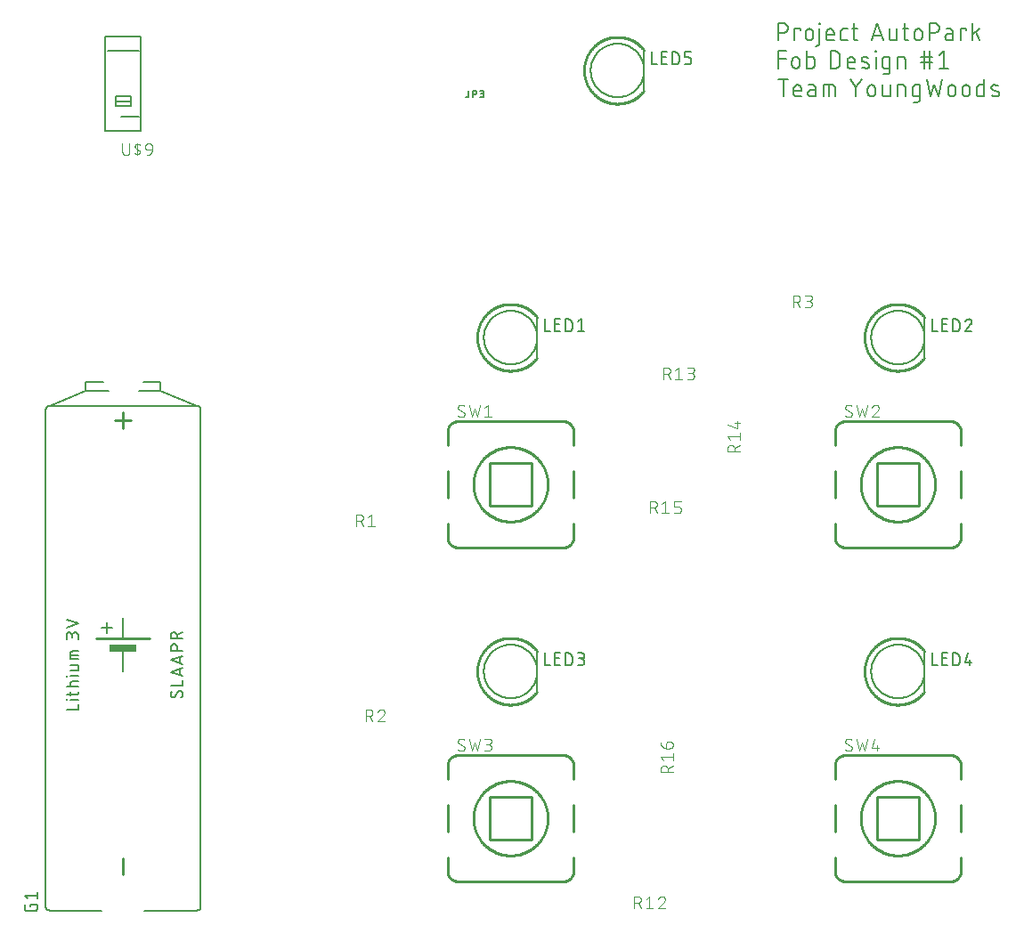
<source format=gbr>
G04 EAGLE Gerber RS-274X export*
G75*
%MOMM*%
%FSLAX34Y34*%
%LPD*%
%INSilkscreen Top*%
%IPPOS*%
%AMOC8*
5,1,8,0,0,1.08239X$1,22.5*%
G01*
%ADD10C,0.152400*%
%ADD11C,0.254000*%
%ADD12C,0.127000*%
%ADD13R,2.540000X0.635000*%
%ADD14C,0.203200*%
%ADD15C,0.101600*%


D10*
X737362Y917702D02*
X737362Y933958D01*
X741878Y933958D01*
X742011Y933956D01*
X742143Y933950D01*
X742275Y933940D01*
X742407Y933927D01*
X742539Y933909D01*
X742669Y933888D01*
X742800Y933863D01*
X742929Y933834D01*
X743057Y933801D01*
X743185Y933765D01*
X743311Y933725D01*
X743436Y933681D01*
X743560Y933633D01*
X743682Y933582D01*
X743803Y933527D01*
X743922Y933469D01*
X744040Y933407D01*
X744155Y933342D01*
X744269Y933273D01*
X744380Y933202D01*
X744489Y933126D01*
X744596Y933048D01*
X744701Y932967D01*
X744803Y932882D01*
X744903Y932795D01*
X745000Y932705D01*
X745095Y932612D01*
X745186Y932516D01*
X745275Y932418D01*
X745361Y932317D01*
X745444Y932213D01*
X745524Y932107D01*
X745600Y931999D01*
X745674Y931889D01*
X745744Y931776D01*
X745811Y931662D01*
X745874Y931545D01*
X745934Y931427D01*
X745991Y931307D01*
X746044Y931185D01*
X746093Y931062D01*
X746139Y930938D01*
X746181Y930812D01*
X746219Y930685D01*
X746254Y930557D01*
X746285Y930428D01*
X746312Y930299D01*
X746335Y930168D01*
X746355Y930037D01*
X746370Y929905D01*
X746382Y929773D01*
X746390Y929641D01*
X746394Y929508D01*
X746394Y929376D01*
X746390Y929243D01*
X746382Y929111D01*
X746370Y928979D01*
X746355Y928847D01*
X746335Y928716D01*
X746312Y928585D01*
X746285Y928456D01*
X746254Y928327D01*
X746219Y928199D01*
X746181Y928072D01*
X746139Y927946D01*
X746093Y927822D01*
X746044Y927699D01*
X745991Y927577D01*
X745934Y927457D01*
X745874Y927339D01*
X745811Y927222D01*
X745744Y927108D01*
X745674Y926995D01*
X745600Y926885D01*
X745524Y926777D01*
X745444Y926671D01*
X745361Y926567D01*
X745275Y926466D01*
X745186Y926368D01*
X745095Y926272D01*
X745000Y926179D01*
X744903Y926089D01*
X744803Y926002D01*
X744701Y925917D01*
X744596Y925836D01*
X744489Y925758D01*
X744380Y925682D01*
X744269Y925611D01*
X744155Y925542D01*
X744040Y925477D01*
X743922Y925415D01*
X743803Y925357D01*
X743682Y925302D01*
X743560Y925251D01*
X743436Y925203D01*
X743311Y925159D01*
X743185Y925119D01*
X743057Y925083D01*
X742929Y925050D01*
X742800Y925021D01*
X742669Y924996D01*
X742539Y924975D01*
X742407Y924957D01*
X742275Y924944D01*
X742143Y924934D01*
X742011Y924928D01*
X741878Y924926D01*
X741878Y924927D02*
X737362Y924927D01*
X752728Y928539D02*
X752728Y917702D01*
X752728Y928539D02*
X758147Y928539D01*
X758147Y926733D01*
X763064Y924927D02*
X763064Y921314D01*
X763065Y924927D02*
X763067Y925046D01*
X763073Y925166D01*
X763083Y925285D01*
X763097Y925403D01*
X763114Y925522D01*
X763136Y925639D01*
X763161Y925756D01*
X763191Y925871D01*
X763224Y925986D01*
X763261Y926100D01*
X763301Y926212D01*
X763346Y926323D01*
X763394Y926432D01*
X763445Y926540D01*
X763500Y926646D01*
X763559Y926750D01*
X763621Y926852D01*
X763686Y926952D01*
X763755Y927050D01*
X763827Y927146D01*
X763902Y927239D01*
X763979Y927329D01*
X764060Y927417D01*
X764144Y927502D01*
X764231Y927584D01*
X764320Y927664D01*
X764412Y927740D01*
X764506Y927814D01*
X764603Y927884D01*
X764701Y927951D01*
X764802Y928015D01*
X764906Y928075D01*
X765011Y928132D01*
X765118Y928185D01*
X765226Y928235D01*
X765336Y928281D01*
X765448Y928323D01*
X765561Y928362D01*
X765675Y928397D01*
X765790Y928428D01*
X765907Y928456D01*
X766024Y928479D01*
X766141Y928499D01*
X766260Y928515D01*
X766379Y928527D01*
X766498Y928535D01*
X766617Y928539D01*
X766737Y928539D01*
X766856Y928535D01*
X766975Y928527D01*
X767094Y928515D01*
X767213Y928499D01*
X767330Y928479D01*
X767447Y928456D01*
X767564Y928428D01*
X767679Y928397D01*
X767793Y928362D01*
X767906Y928323D01*
X768018Y928281D01*
X768128Y928235D01*
X768236Y928185D01*
X768343Y928132D01*
X768448Y928075D01*
X768552Y928015D01*
X768653Y927951D01*
X768751Y927884D01*
X768848Y927814D01*
X768942Y927740D01*
X769034Y927664D01*
X769123Y927584D01*
X769210Y927502D01*
X769294Y927417D01*
X769375Y927329D01*
X769452Y927239D01*
X769527Y927146D01*
X769599Y927050D01*
X769668Y926952D01*
X769733Y926852D01*
X769795Y926750D01*
X769854Y926646D01*
X769909Y926540D01*
X769960Y926432D01*
X770008Y926323D01*
X770053Y926212D01*
X770093Y926100D01*
X770130Y925986D01*
X770163Y925871D01*
X770193Y925756D01*
X770218Y925639D01*
X770240Y925522D01*
X770257Y925403D01*
X770271Y925285D01*
X770281Y925166D01*
X770287Y925046D01*
X770289Y924927D01*
X770289Y921314D01*
X770287Y921195D01*
X770281Y921075D01*
X770271Y920956D01*
X770257Y920838D01*
X770240Y920719D01*
X770218Y920602D01*
X770193Y920485D01*
X770163Y920370D01*
X770130Y920255D01*
X770093Y920141D01*
X770053Y920029D01*
X770008Y919918D01*
X769960Y919809D01*
X769909Y919701D01*
X769854Y919595D01*
X769795Y919491D01*
X769733Y919389D01*
X769668Y919289D01*
X769599Y919191D01*
X769527Y919095D01*
X769452Y919002D01*
X769375Y918912D01*
X769294Y918824D01*
X769210Y918739D01*
X769123Y918657D01*
X769034Y918577D01*
X768942Y918501D01*
X768848Y918427D01*
X768751Y918357D01*
X768653Y918290D01*
X768552Y918226D01*
X768448Y918166D01*
X768343Y918109D01*
X768236Y918056D01*
X768128Y918006D01*
X768018Y917960D01*
X767906Y917918D01*
X767793Y917879D01*
X767679Y917844D01*
X767564Y917813D01*
X767447Y917785D01*
X767330Y917762D01*
X767213Y917742D01*
X767094Y917726D01*
X766975Y917714D01*
X766856Y917706D01*
X766737Y917702D01*
X766617Y917702D01*
X766498Y917706D01*
X766379Y917714D01*
X766260Y917726D01*
X766141Y917742D01*
X766024Y917762D01*
X765907Y917785D01*
X765790Y917813D01*
X765675Y917844D01*
X765561Y917879D01*
X765448Y917918D01*
X765336Y917960D01*
X765226Y918006D01*
X765118Y918056D01*
X765011Y918109D01*
X764906Y918166D01*
X764802Y918226D01*
X764701Y918290D01*
X764603Y918357D01*
X764506Y918427D01*
X764412Y918501D01*
X764320Y918577D01*
X764231Y918657D01*
X764144Y918739D01*
X764060Y918824D01*
X763979Y918912D01*
X763902Y919002D01*
X763827Y919095D01*
X763755Y919191D01*
X763686Y919289D01*
X763621Y919389D01*
X763559Y919491D01*
X763500Y919595D01*
X763445Y919701D01*
X763394Y919809D01*
X763346Y919918D01*
X763301Y920029D01*
X763261Y920141D01*
X763224Y920255D01*
X763191Y920370D01*
X763161Y920485D01*
X763136Y920602D01*
X763114Y920719D01*
X763097Y920838D01*
X763083Y920956D01*
X763073Y921075D01*
X763067Y921195D01*
X763065Y921314D01*
X776333Y914993D02*
X776333Y928539D01*
X776333Y914993D02*
X776331Y914889D01*
X776325Y914786D01*
X776315Y914682D01*
X776301Y914579D01*
X776283Y914477D01*
X776262Y914376D01*
X776236Y914275D01*
X776207Y914176D01*
X776174Y914077D01*
X776137Y913980D01*
X776096Y913885D01*
X776052Y913791D01*
X776004Y913699D01*
X775953Y913609D01*
X775898Y913520D01*
X775840Y913434D01*
X775778Y913351D01*
X775714Y913269D01*
X775646Y913191D01*
X775576Y913115D01*
X775503Y913041D01*
X775426Y912971D01*
X775348Y912903D01*
X775266Y912839D01*
X775183Y912777D01*
X775097Y912719D01*
X775008Y912664D01*
X774918Y912613D01*
X774826Y912565D01*
X774732Y912521D01*
X774637Y912480D01*
X774540Y912443D01*
X774441Y912410D01*
X774342Y912381D01*
X774241Y912355D01*
X774140Y912334D01*
X774038Y912316D01*
X773935Y912302D01*
X773831Y912292D01*
X773728Y912286D01*
X773624Y912284D01*
X773624Y912283D02*
X772721Y912283D01*
X775882Y933055D02*
X775882Y933958D01*
X776785Y933958D01*
X776785Y933055D01*
X775882Y933055D01*
X785573Y917702D02*
X790089Y917702D01*
X785573Y917702D02*
X785472Y917704D01*
X785371Y917710D01*
X785270Y917719D01*
X785169Y917732D01*
X785069Y917749D01*
X784970Y917770D01*
X784872Y917794D01*
X784775Y917822D01*
X784678Y917854D01*
X784583Y917889D01*
X784490Y917928D01*
X784398Y917970D01*
X784307Y918016D01*
X784219Y918065D01*
X784132Y918117D01*
X784047Y918173D01*
X783964Y918231D01*
X783884Y918293D01*
X783806Y918358D01*
X783730Y918425D01*
X783657Y918495D01*
X783587Y918568D01*
X783520Y918644D01*
X783455Y918722D01*
X783393Y918802D01*
X783335Y918885D01*
X783279Y918970D01*
X783227Y919057D01*
X783178Y919145D01*
X783132Y919236D01*
X783090Y919328D01*
X783051Y919421D01*
X783016Y919516D01*
X782984Y919613D01*
X782956Y919710D01*
X782932Y919808D01*
X782911Y919907D01*
X782894Y920007D01*
X782881Y920108D01*
X782872Y920209D01*
X782866Y920310D01*
X782864Y920411D01*
X782864Y924927D01*
X782866Y925046D01*
X782872Y925166D01*
X782882Y925285D01*
X782896Y925403D01*
X782913Y925522D01*
X782935Y925639D01*
X782960Y925756D01*
X782990Y925871D01*
X783023Y925986D01*
X783060Y926100D01*
X783100Y926212D01*
X783145Y926323D01*
X783193Y926432D01*
X783244Y926540D01*
X783299Y926646D01*
X783358Y926750D01*
X783420Y926852D01*
X783485Y926952D01*
X783554Y927050D01*
X783626Y927146D01*
X783701Y927239D01*
X783778Y927329D01*
X783859Y927417D01*
X783943Y927502D01*
X784030Y927584D01*
X784119Y927664D01*
X784211Y927740D01*
X784305Y927814D01*
X784402Y927884D01*
X784500Y927951D01*
X784601Y928015D01*
X784705Y928075D01*
X784810Y928132D01*
X784917Y928185D01*
X785025Y928235D01*
X785135Y928281D01*
X785247Y928323D01*
X785360Y928362D01*
X785474Y928397D01*
X785589Y928428D01*
X785706Y928456D01*
X785823Y928479D01*
X785940Y928499D01*
X786059Y928515D01*
X786178Y928527D01*
X786297Y928535D01*
X786416Y928539D01*
X786536Y928539D01*
X786655Y928535D01*
X786774Y928527D01*
X786893Y928515D01*
X787012Y928499D01*
X787129Y928479D01*
X787246Y928456D01*
X787363Y928428D01*
X787478Y928397D01*
X787592Y928362D01*
X787705Y928323D01*
X787817Y928281D01*
X787927Y928235D01*
X788035Y928185D01*
X788142Y928132D01*
X788247Y928075D01*
X788351Y928015D01*
X788452Y927951D01*
X788550Y927884D01*
X788647Y927814D01*
X788741Y927740D01*
X788833Y927664D01*
X788922Y927584D01*
X789009Y927502D01*
X789093Y927417D01*
X789174Y927329D01*
X789251Y927239D01*
X789326Y927146D01*
X789398Y927050D01*
X789467Y926952D01*
X789532Y926852D01*
X789594Y926750D01*
X789653Y926646D01*
X789708Y926540D01*
X789759Y926432D01*
X789807Y926323D01*
X789852Y926212D01*
X789892Y926100D01*
X789929Y925986D01*
X789962Y925871D01*
X789992Y925756D01*
X790017Y925639D01*
X790039Y925522D01*
X790056Y925403D01*
X790070Y925285D01*
X790080Y925166D01*
X790086Y925046D01*
X790088Y924927D01*
X790089Y924927D02*
X790089Y923121D01*
X782864Y923121D01*
X799138Y917702D02*
X802750Y917702D01*
X799138Y917702D02*
X799037Y917704D01*
X798936Y917710D01*
X798835Y917719D01*
X798734Y917732D01*
X798634Y917749D01*
X798535Y917770D01*
X798437Y917794D01*
X798340Y917822D01*
X798243Y917854D01*
X798148Y917889D01*
X798055Y917928D01*
X797963Y917970D01*
X797872Y918016D01*
X797784Y918065D01*
X797697Y918117D01*
X797612Y918173D01*
X797529Y918231D01*
X797449Y918293D01*
X797371Y918358D01*
X797295Y918425D01*
X797222Y918495D01*
X797152Y918568D01*
X797085Y918644D01*
X797020Y918722D01*
X796958Y918802D01*
X796900Y918885D01*
X796844Y918970D01*
X796792Y919057D01*
X796743Y919145D01*
X796697Y919236D01*
X796655Y919328D01*
X796616Y919421D01*
X796581Y919516D01*
X796549Y919613D01*
X796521Y919710D01*
X796497Y919808D01*
X796476Y919907D01*
X796459Y920007D01*
X796446Y920108D01*
X796437Y920209D01*
X796431Y920310D01*
X796429Y920411D01*
X796428Y920411D02*
X796428Y925830D01*
X796429Y925830D02*
X796431Y925931D01*
X796437Y926032D01*
X796446Y926133D01*
X796459Y926234D01*
X796476Y926334D01*
X796497Y926433D01*
X796521Y926531D01*
X796549Y926628D01*
X796581Y926725D01*
X796616Y926820D01*
X796655Y926913D01*
X796697Y927005D01*
X796743Y927096D01*
X796792Y927185D01*
X796844Y927271D01*
X796900Y927356D01*
X796958Y927439D01*
X797020Y927519D01*
X797085Y927597D01*
X797152Y927673D01*
X797222Y927746D01*
X797295Y927816D01*
X797371Y927883D01*
X797449Y927948D01*
X797529Y928010D01*
X797612Y928068D01*
X797697Y928124D01*
X797784Y928176D01*
X797872Y928225D01*
X797963Y928271D01*
X798055Y928313D01*
X798148Y928352D01*
X798243Y928387D01*
X798340Y928419D01*
X798437Y928447D01*
X798535Y928471D01*
X798634Y928492D01*
X798734Y928509D01*
X798835Y928522D01*
X798936Y928531D01*
X799037Y928537D01*
X799138Y928539D01*
X802750Y928539D01*
X807097Y928539D02*
X812516Y928539D01*
X808904Y933958D02*
X808904Y920411D01*
X808906Y920310D01*
X808912Y920209D01*
X808921Y920108D01*
X808934Y920007D01*
X808951Y919907D01*
X808972Y919808D01*
X808996Y919710D01*
X809024Y919613D01*
X809056Y919516D01*
X809091Y919421D01*
X809130Y919328D01*
X809172Y919236D01*
X809218Y919145D01*
X809267Y919057D01*
X809319Y918970D01*
X809375Y918885D01*
X809433Y918802D01*
X809495Y918722D01*
X809560Y918644D01*
X809627Y918568D01*
X809697Y918495D01*
X809770Y918425D01*
X809846Y918358D01*
X809924Y918293D01*
X810004Y918231D01*
X810087Y918173D01*
X810172Y918117D01*
X810259Y918065D01*
X810347Y918016D01*
X810438Y917970D01*
X810530Y917928D01*
X810623Y917889D01*
X810718Y917854D01*
X810815Y917822D01*
X810912Y917794D01*
X811010Y917770D01*
X811109Y917749D01*
X811209Y917732D01*
X811310Y917719D01*
X811411Y917710D01*
X811512Y917704D01*
X811613Y917702D01*
X812516Y917702D01*
X825867Y917702D02*
X831286Y933958D01*
X836704Y917702D01*
X835350Y921766D02*
X827222Y921766D01*
X842783Y920411D02*
X842783Y928539D01*
X842784Y920411D02*
X842786Y920310D01*
X842792Y920209D01*
X842801Y920108D01*
X842814Y920007D01*
X842831Y919907D01*
X842852Y919808D01*
X842876Y919710D01*
X842904Y919613D01*
X842936Y919516D01*
X842971Y919421D01*
X843010Y919328D01*
X843052Y919236D01*
X843098Y919145D01*
X843147Y919057D01*
X843199Y918970D01*
X843255Y918885D01*
X843313Y918802D01*
X843375Y918722D01*
X843440Y918644D01*
X843507Y918568D01*
X843577Y918495D01*
X843650Y918425D01*
X843726Y918358D01*
X843804Y918293D01*
X843884Y918231D01*
X843967Y918173D01*
X844052Y918117D01*
X844139Y918065D01*
X844227Y918016D01*
X844318Y917970D01*
X844410Y917928D01*
X844503Y917889D01*
X844598Y917854D01*
X844695Y917822D01*
X844792Y917794D01*
X844890Y917770D01*
X844989Y917749D01*
X845089Y917732D01*
X845190Y917719D01*
X845291Y917710D01*
X845392Y917704D01*
X845493Y917702D01*
X850008Y917702D01*
X850008Y928539D01*
X855554Y928539D02*
X860973Y928539D01*
X857360Y933958D02*
X857360Y920411D01*
X857361Y920411D02*
X857363Y920310D01*
X857369Y920209D01*
X857378Y920108D01*
X857391Y920007D01*
X857408Y919907D01*
X857429Y919808D01*
X857453Y919710D01*
X857481Y919613D01*
X857513Y919516D01*
X857548Y919421D01*
X857587Y919328D01*
X857629Y919236D01*
X857675Y919145D01*
X857724Y919057D01*
X857776Y918970D01*
X857832Y918885D01*
X857890Y918802D01*
X857952Y918722D01*
X858017Y918644D01*
X858084Y918568D01*
X858154Y918495D01*
X858227Y918425D01*
X858303Y918358D01*
X858381Y918293D01*
X858461Y918231D01*
X858544Y918173D01*
X858629Y918117D01*
X858716Y918065D01*
X858804Y918016D01*
X858895Y917970D01*
X858987Y917928D01*
X859080Y917889D01*
X859175Y917854D01*
X859272Y917822D01*
X859369Y917794D01*
X859467Y917770D01*
X859566Y917749D01*
X859666Y917732D01*
X859767Y917719D01*
X859868Y917710D01*
X859969Y917704D01*
X860070Y917702D01*
X860973Y917702D01*
X866751Y921314D02*
X866751Y924927D01*
X866752Y924927D02*
X866754Y925046D01*
X866760Y925166D01*
X866770Y925285D01*
X866784Y925403D01*
X866801Y925522D01*
X866823Y925639D01*
X866848Y925756D01*
X866878Y925871D01*
X866911Y925986D01*
X866948Y926100D01*
X866988Y926212D01*
X867033Y926323D01*
X867081Y926432D01*
X867132Y926540D01*
X867187Y926646D01*
X867246Y926750D01*
X867308Y926852D01*
X867373Y926952D01*
X867442Y927050D01*
X867514Y927146D01*
X867589Y927239D01*
X867666Y927329D01*
X867747Y927417D01*
X867831Y927502D01*
X867918Y927584D01*
X868007Y927664D01*
X868099Y927740D01*
X868193Y927814D01*
X868290Y927884D01*
X868388Y927951D01*
X868489Y928015D01*
X868593Y928075D01*
X868698Y928132D01*
X868805Y928185D01*
X868913Y928235D01*
X869023Y928281D01*
X869135Y928323D01*
X869248Y928362D01*
X869362Y928397D01*
X869477Y928428D01*
X869594Y928456D01*
X869711Y928479D01*
X869828Y928499D01*
X869947Y928515D01*
X870066Y928527D01*
X870185Y928535D01*
X870304Y928539D01*
X870424Y928539D01*
X870543Y928535D01*
X870662Y928527D01*
X870781Y928515D01*
X870900Y928499D01*
X871017Y928479D01*
X871134Y928456D01*
X871251Y928428D01*
X871366Y928397D01*
X871480Y928362D01*
X871593Y928323D01*
X871705Y928281D01*
X871815Y928235D01*
X871923Y928185D01*
X872030Y928132D01*
X872135Y928075D01*
X872239Y928015D01*
X872340Y927951D01*
X872438Y927884D01*
X872535Y927814D01*
X872629Y927740D01*
X872721Y927664D01*
X872810Y927584D01*
X872897Y927502D01*
X872981Y927417D01*
X873062Y927329D01*
X873139Y927239D01*
X873214Y927146D01*
X873286Y927050D01*
X873355Y926952D01*
X873420Y926852D01*
X873482Y926750D01*
X873541Y926646D01*
X873596Y926540D01*
X873647Y926432D01*
X873695Y926323D01*
X873740Y926212D01*
X873780Y926100D01*
X873817Y925986D01*
X873850Y925871D01*
X873880Y925756D01*
X873905Y925639D01*
X873927Y925522D01*
X873944Y925403D01*
X873958Y925285D01*
X873968Y925166D01*
X873974Y925046D01*
X873976Y924927D01*
X873976Y921314D01*
X873974Y921195D01*
X873968Y921075D01*
X873958Y920956D01*
X873944Y920838D01*
X873927Y920719D01*
X873905Y920602D01*
X873880Y920485D01*
X873850Y920370D01*
X873817Y920255D01*
X873780Y920141D01*
X873740Y920029D01*
X873695Y919918D01*
X873647Y919809D01*
X873596Y919701D01*
X873541Y919595D01*
X873482Y919491D01*
X873420Y919389D01*
X873355Y919289D01*
X873286Y919191D01*
X873214Y919095D01*
X873139Y919002D01*
X873062Y918912D01*
X872981Y918824D01*
X872897Y918739D01*
X872810Y918657D01*
X872721Y918577D01*
X872629Y918501D01*
X872535Y918427D01*
X872438Y918357D01*
X872340Y918290D01*
X872239Y918226D01*
X872135Y918166D01*
X872030Y918109D01*
X871923Y918056D01*
X871815Y918006D01*
X871705Y917960D01*
X871593Y917918D01*
X871480Y917879D01*
X871366Y917844D01*
X871251Y917813D01*
X871134Y917785D01*
X871017Y917762D01*
X870900Y917742D01*
X870781Y917726D01*
X870662Y917714D01*
X870543Y917706D01*
X870424Y917702D01*
X870304Y917702D01*
X870185Y917706D01*
X870066Y917714D01*
X869947Y917726D01*
X869828Y917742D01*
X869711Y917762D01*
X869594Y917785D01*
X869477Y917813D01*
X869362Y917844D01*
X869248Y917879D01*
X869135Y917918D01*
X869023Y917960D01*
X868913Y918006D01*
X868805Y918056D01*
X868698Y918109D01*
X868593Y918166D01*
X868489Y918226D01*
X868388Y918290D01*
X868290Y918357D01*
X868193Y918427D01*
X868099Y918501D01*
X868007Y918577D01*
X867918Y918657D01*
X867831Y918739D01*
X867747Y918824D01*
X867666Y918912D01*
X867589Y919002D01*
X867514Y919095D01*
X867442Y919191D01*
X867373Y919289D01*
X867308Y919389D01*
X867246Y919491D01*
X867187Y919595D01*
X867132Y919701D01*
X867081Y919809D01*
X867033Y919918D01*
X866988Y920029D01*
X866948Y920141D01*
X866911Y920255D01*
X866878Y920370D01*
X866848Y920485D01*
X866823Y920602D01*
X866801Y920719D01*
X866784Y920838D01*
X866770Y920956D01*
X866760Y921075D01*
X866754Y921195D01*
X866752Y921314D01*
X881169Y917702D02*
X881169Y933958D01*
X885685Y933958D01*
X885818Y933956D01*
X885950Y933950D01*
X886082Y933940D01*
X886214Y933927D01*
X886346Y933909D01*
X886476Y933888D01*
X886607Y933863D01*
X886736Y933834D01*
X886864Y933801D01*
X886992Y933765D01*
X887118Y933725D01*
X887243Y933681D01*
X887367Y933633D01*
X887489Y933582D01*
X887610Y933527D01*
X887729Y933469D01*
X887847Y933407D01*
X887962Y933342D01*
X888076Y933273D01*
X888187Y933202D01*
X888296Y933126D01*
X888403Y933048D01*
X888508Y932967D01*
X888610Y932882D01*
X888710Y932795D01*
X888807Y932705D01*
X888902Y932612D01*
X888993Y932516D01*
X889082Y932418D01*
X889168Y932317D01*
X889251Y932213D01*
X889331Y932107D01*
X889407Y931999D01*
X889481Y931889D01*
X889551Y931776D01*
X889618Y931662D01*
X889681Y931545D01*
X889741Y931427D01*
X889798Y931307D01*
X889851Y931185D01*
X889900Y931062D01*
X889946Y930938D01*
X889988Y930812D01*
X890026Y930685D01*
X890061Y930557D01*
X890092Y930428D01*
X890119Y930299D01*
X890142Y930168D01*
X890162Y930037D01*
X890177Y929905D01*
X890189Y929773D01*
X890197Y929641D01*
X890201Y929508D01*
X890201Y929376D01*
X890197Y929243D01*
X890189Y929111D01*
X890177Y928979D01*
X890162Y928847D01*
X890142Y928716D01*
X890119Y928585D01*
X890092Y928456D01*
X890061Y928327D01*
X890026Y928199D01*
X889988Y928072D01*
X889946Y927946D01*
X889900Y927822D01*
X889851Y927699D01*
X889798Y927577D01*
X889741Y927457D01*
X889681Y927339D01*
X889618Y927222D01*
X889551Y927108D01*
X889481Y926995D01*
X889407Y926885D01*
X889331Y926777D01*
X889251Y926671D01*
X889168Y926567D01*
X889082Y926466D01*
X888993Y926368D01*
X888902Y926272D01*
X888807Y926179D01*
X888710Y926089D01*
X888610Y926002D01*
X888508Y925917D01*
X888403Y925836D01*
X888296Y925758D01*
X888187Y925682D01*
X888076Y925611D01*
X887962Y925542D01*
X887847Y925477D01*
X887729Y925415D01*
X887610Y925357D01*
X887489Y925302D01*
X887367Y925251D01*
X887243Y925203D01*
X887118Y925159D01*
X886992Y925119D01*
X886864Y925083D01*
X886736Y925050D01*
X886607Y925021D01*
X886476Y924996D01*
X886346Y924975D01*
X886214Y924957D01*
X886082Y924944D01*
X885950Y924934D01*
X885818Y924928D01*
X885685Y924926D01*
X885685Y924927D02*
X881169Y924927D01*
X899017Y924024D02*
X903081Y924024D01*
X899017Y924024D02*
X898905Y924022D01*
X898794Y924016D01*
X898683Y924006D01*
X898572Y923993D01*
X898462Y923975D01*
X898353Y923953D01*
X898244Y923928D01*
X898136Y923899D01*
X898030Y923866D01*
X897924Y923829D01*
X897820Y923789D01*
X897718Y923745D01*
X897617Y923697D01*
X897518Y923646D01*
X897420Y923591D01*
X897325Y923533D01*
X897232Y923472D01*
X897141Y923407D01*
X897052Y923339D01*
X896966Y923268D01*
X896883Y923195D01*
X896802Y923118D01*
X896723Y923038D01*
X896648Y922956D01*
X896576Y922871D01*
X896506Y922784D01*
X896440Y922694D01*
X896377Y922602D01*
X896317Y922507D01*
X896261Y922411D01*
X896208Y922313D01*
X896159Y922213D01*
X896113Y922111D01*
X896071Y922008D01*
X896032Y921903D01*
X895997Y921797D01*
X895966Y921690D01*
X895939Y921582D01*
X895915Y921473D01*
X895896Y921363D01*
X895880Y921253D01*
X895868Y921142D01*
X895860Y921030D01*
X895856Y920919D01*
X895856Y920807D01*
X895860Y920696D01*
X895868Y920584D01*
X895880Y920473D01*
X895896Y920363D01*
X895915Y920253D01*
X895939Y920144D01*
X895966Y920036D01*
X895997Y919929D01*
X896032Y919823D01*
X896071Y919718D01*
X896113Y919615D01*
X896159Y919513D01*
X896208Y919413D01*
X896261Y919315D01*
X896317Y919219D01*
X896377Y919124D01*
X896440Y919032D01*
X896506Y918942D01*
X896576Y918855D01*
X896648Y918770D01*
X896723Y918688D01*
X896802Y918608D01*
X896883Y918531D01*
X896966Y918458D01*
X897052Y918387D01*
X897141Y918319D01*
X897232Y918254D01*
X897325Y918193D01*
X897420Y918135D01*
X897518Y918080D01*
X897617Y918029D01*
X897718Y917981D01*
X897820Y917937D01*
X897924Y917897D01*
X898030Y917860D01*
X898136Y917827D01*
X898244Y917798D01*
X898353Y917773D01*
X898462Y917751D01*
X898572Y917733D01*
X898683Y917720D01*
X898794Y917710D01*
X898905Y917704D01*
X899017Y917702D01*
X903081Y917702D01*
X903081Y925830D01*
X903079Y925931D01*
X903073Y926032D01*
X903064Y926133D01*
X903051Y926234D01*
X903034Y926334D01*
X903013Y926433D01*
X902989Y926531D01*
X902961Y926628D01*
X902929Y926725D01*
X902894Y926820D01*
X902855Y926913D01*
X902813Y927005D01*
X902767Y927096D01*
X902718Y927185D01*
X902666Y927271D01*
X902610Y927356D01*
X902552Y927439D01*
X902490Y927519D01*
X902425Y927597D01*
X902358Y927673D01*
X902288Y927746D01*
X902215Y927816D01*
X902139Y927883D01*
X902061Y927948D01*
X901981Y928010D01*
X901898Y928068D01*
X901813Y928124D01*
X901727Y928176D01*
X901638Y928225D01*
X901547Y928271D01*
X901455Y928313D01*
X901362Y928352D01*
X901267Y928387D01*
X901170Y928419D01*
X901073Y928447D01*
X900975Y928471D01*
X900876Y928492D01*
X900776Y928509D01*
X900675Y928522D01*
X900574Y928531D01*
X900473Y928537D01*
X900372Y928539D01*
X896759Y928539D01*
X910604Y928539D02*
X910604Y917702D01*
X910604Y928539D02*
X916022Y928539D01*
X916022Y926733D01*
X921629Y933958D02*
X921629Y917702D01*
X921629Y923121D02*
X928854Y928539D01*
X924790Y925378D02*
X928854Y917702D01*
X737362Y907288D02*
X737362Y891032D01*
X737362Y907288D02*
X744587Y907288D01*
X744587Y900063D02*
X737362Y900063D01*
X750219Y898257D02*
X750219Y894644D01*
X750220Y898257D02*
X750222Y898376D01*
X750228Y898496D01*
X750238Y898615D01*
X750252Y898733D01*
X750269Y898852D01*
X750291Y898969D01*
X750316Y899086D01*
X750346Y899201D01*
X750379Y899316D01*
X750416Y899430D01*
X750456Y899542D01*
X750501Y899653D01*
X750549Y899762D01*
X750600Y899870D01*
X750655Y899976D01*
X750714Y900080D01*
X750776Y900182D01*
X750841Y900282D01*
X750910Y900380D01*
X750982Y900476D01*
X751057Y900569D01*
X751134Y900659D01*
X751215Y900747D01*
X751299Y900832D01*
X751386Y900914D01*
X751475Y900994D01*
X751567Y901070D01*
X751661Y901144D01*
X751758Y901214D01*
X751856Y901281D01*
X751957Y901345D01*
X752061Y901405D01*
X752166Y901462D01*
X752273Y901515D01*
X752381Y901565D01*
X752491Y901611D01*
X752603Y901653D01*
X752716Y901692D01*
X752830Y901727D01*
X752945Y901758D01*
X753062Y901786D01*
X753179Y901809D01*
X753296Y901829D01*
X753415Y901845D01*
X753534Y901857D01*
X753653Y901865D01*
X753772Y901869D01*
X753892Y901869D01*
X754011Y901865D01*
X754130Y901857D01*
X754249Y901845D01*
X754368Y901829D01*
X754485Y901809D01*
X754602Y901786D01*
X754719Y901758D01*
X754834Y901727D01*
X754948Y901692D01*
X755061Y901653D01*
X755173Y901611D01*
X755283Y901565D01*
X755391Y901515D01*
X755498Y901462D01*
X755603Y901405D01*
X755707Y901345D01*
X755808Y901281D01*
X755906Y901214D01*
X756003Y901144D01*
X756097Y901070D01*
X756189Y900994D01*
X756278Y900914D01*
X756365Y900832D01*
X756449Y900747D01*
X756530Y900659D01*
X756607Y900569D01*
X756682Y900476D01*
X756754Y900380D01*
X756823Y900282D01*
X756888Y900182D01*
X756950Y900080D01*
X757009Y899976D01*
X757064Y899870D01*
X757115Y899762D01*
X757163Y899653D01*
X757208Y899542D01*
X757248Y899430D01*
X757285Y899316D01*
X757318Y899201D01*
X757348Y899086D01*
X757373Y898969D01*
X757395Y898852D01*
X757412Y898733D01*
X757426Y898615D01*
X757436Y898496D01*
X757442Y898376D01*
X757444Y898257D01*
X757444Y894644D01*
X757442Y894525D01*
X757436Y894405D01*
X757426Y894286D01*
X757412Y894168D01*
X757395Y894049D01*
X757373Y893932D01*
X757348Y893815D01*
X757318Y893700D01*
X757285Y893585D01*
X757248Y893471D01*
X757208Y893359D01*
X757163Y893248D01*
X757115Y893139D01*
X757064Y893031D01*
X757009Y892925D01*
X756950Y892821D01*
X756888Y892719D01*
X756823Y892619D01*
X756754Y892521D01*
X756682Y892425D01*
X756607Y892332D01*
X756530Y892242D01*
X756449Y892154D01*
X756365Y892069D01*
X756278Y891987D01*
X756189Y891907D01*
X756097Y891831D01*
X756003Y891757D01*
X755906Y891687D01*
X755808Y891620D01*
X755707Y891556D01*
X755603Y891496D01*
X755498Y891439D01*
X755391Y891386D01*
X755283Y891336D01*
X755173Y891290D01*
X755061Y891248D01*
X754948Y891209D01*
X754834Y891174D01*
X754719Y891143D01*
X754602Y891115D01*
X754485Y891092D01*
X754368Y891072D01*
X754249Y891056D01*
X754130Y891044D01*
X754011Y891036D01*
X753892Y891032D01*
X753772Y891032D01*
X753653Y891036D01*
X753534Y891044D01*
X753415Y891056D01*
X753296Y891072D01*
X753179Y891092D01*
X753062Y891115D01*
X752945Y891143D01*
X752830Y891174D01*
X752716Y891209D01*
X752603Y891248D01*
X752491Y891290D01*
X752381Y891336D01*
X752273Y891386D01*
X752166Y891439D01*
X752061Y891496D01*
X751957Y891556D01*
X751856Y891620D01*
X751758Y891687D01*
X751661Y891757D01*
X751567Y891831D01*
X751475Y891907D01*
X751386Y891987D01*
X751299Y892069D01*
X751215Y892154D01*
X751134Y892242D01*
X751057Y892332D01*
X750982Y892425D01*
X750910Y892521D01*
X750841Y892619D01*
X750776Y892719D01*
X750714Y892821D01*
X750655Y892925D01*
X750600Y893031D01*
X750549Y893139D01*
X750501Y893248D01*
X750456Y893359D01*
X750416Y893471D01*
X750379Y893585D01*
X750346Y893700D01*
X750316Y893815D01*
X750291Y893932D01*
X750269Y894049D01*
X750252Y894168D01*
X750238Y894286D01*
X750228Y894405D01*
X750222Y894525D01*
X750220Y894644D01*
X764361Y891032D02*
X764361Y907288D01*
X764361Y891032D02*
X768876Y891032D01*
X768980Y891034D01*
X769083Y891040D01*
X769187Y891050D01*
X769290Y891064D01*
X769392Y891082D01*
X769493Y891103D01*
X769594Y891129D01*
X769693Y891158D01*
X769792Y891191D01*
X769889Y891228D01*
X769984Y891269D01*
X770078Y891313D01*
X770170Y891361D01*
X770260Y891412D01*
X770349Y891467D01*
X770435Y891525D01*
X770518Y891587D01*
X770600Y891651D01*
X770678Y891719D01*
X770754Y891789D01*
X770828Y891862D01*
X770898Y891939D01*
X770966Y892017D01*
X771030Y892099D01*
X771092Y892182D01*
X771150Y892268D01*
X771205Y892357D01*
X771256Y892447D01*
X771304Y892539D01*
X771348Y892633D01*
X771389Y892728D01*
X771426Y892825D01*
X771459Y892924D01*
X771488Y893023D01*
X771514Y893124D01*
X771535Y893225D01*
X771553Y893327D01*
X771567Y893430D01*
X771577Y893534D01*
X771583Y893637D01*
X771585Y893741D01*
X771586Y893741D02*
X771586Y899160D01*
X771585Y899160D02*
X771583Y899261D01*
X771577Y899362D01*
X771568Y899463D01*
X771555Y899564D01*
X771538Y899664D01*
X771517Y899763D01*
X771493Y899861D01*
X771465Y899958D01*
X771433Y900055D01*
X771398Y900150D01*
X771359Y900243D01*
X771317Y900335D01*
X771271Y900426D01*
X771222Y900515D01*
X771170Y900601D01*
X771114Y900686D01*
X771056Y900769D01*
X770994Y900849D01*
X770929Y900927D01*
X770862Y901003D01*
X770792Y901076D01*
X770719Y901146D01*
X770643Y901213D01*
X770565Y901278D01*
X770485Y901340D01*
X770402Y901398D01*
X770317Y901454D01*
X770231Y901506D01*
X770142Y901555D01*
X770051Y901601D01*
X769959Y901643D01*
X769866Y901682D01*
X769771Y901717D01*
X769674Y901749D01*
X769577Y901777D01*
X769479Y901801D01*
X769380Y901822D01*
X769280Y901839D01*
X769179Y901852D01*
X769078Y901861D01*
X768977Y901867D01*
X768876Y901869D01*
X764361Y901869D01*
X786831Y907288D02*
X786831Y891032D01*
X786831Y907288D02*
X791347Y907288D01*
X791478Y907286D01*
X791610Y907280D01*
X791741Y907271D01*
X791871Y907257D01*
X792002Y907240D01*
X792131Y907219D01*
X792260Y907195D01*
X792388Y907166D01*
X792516Y907134D01*
X792642Y907098D01*
X792767Y907059D01*
X792892Y907016D01*
X793014Y906969D01*
X793136Y906919D01*
X793256Y906865D01*
X793374Y906808D01*
X793490Y906747D01*
X793605Y906683D01*
X793718Y906616D01*
X793829Y906545D01*
X793937Y906471D01*
X794044Y906394D01*
X794148Y906314D01*
X794250Y906231D01*
X794349Y906146D01*
X794446Y906057D01*
X794540Y905965D01*
X794632Y905871D01*
X794721Y905774D01*
X794806Y905675D01*
X794889Y905573D01*
X794969Y905469D01*
X795046Y905362D01*
X795120Y905254D01*
X795191Y905143D01*
X795258Y905030D01*
X795322Y904915D01*
X795383Y904799D01*
X795440Y904681D01*
X795494Y904561D01*
X795544Y904439D01*
X795591Y904317D01*
X795634Y904192D01*
X795673Y904067D01*
X795709Y903941D01*
X795741Y903813D01*
X795770Y903685D01*
X795794Y903556D01*
X795815Y903427D01*
X795832Y903296D01*
X795846Y903166D01*
X795855Y903035D01*
X795861Y902903D01*
X795863Y902772D01*
X795862Y902772D02*
X795862Y895548D01*
X795863Y895548D02*
X795861Y895417D01*
X795855Y895285D01*
X795846Y895154D01*
X795832Y895024D01*
X795815Y894893D01*
X795794Y894764D01*
X795770Y894635D01*
X795741Y894507D01*
X795709Y894379D01*
X795673Y894253D01*
X795634Y894128D01*
X795591Y894003D01*
X795544Y893881D01*
X795494Y893759D01*
X795440Y893639D01*
X795383Y893521D01*
X795322Y893405D01*
X795258Y893290D01*
X795191Y893177D01*
X795120Y893066D01*
X795046Y892958D01*
X794969Y892851D01*
X794889Y892747D01*
X794806Y892645D01*
X794721Y892546D01*
X794632Y892449D01*
X794540Y892355D01*
X794446Y892263D01*
X794349Y892174D01*
X794250Y892089D01*
X794148Y892006D01*
X794044Y891926D01*
X793937Y891849D01*
X793829Y891775D01*
X793718Y891704D01*
X793605Y891637D01*
X793490Y891573D01*
X793374Y891512D01*
X793256Y891455D01*
X793136Y891401D01*
X793014Y891351D01*
X792892Y891304D01*
X792767Y891261D01*
X792642Y891222D01*
X792516Y891186D01*
X792388Y891154D01*
X792260Y891125D01*
X792131Y891101D01*
X792001Y891080D01*
X791871Y891063D01*
X791741Y891049D01*
X791610Y891040D01*
X791478Y891034D01*
X791347Y891032D01*
X786831Y891032D01*
X805554Y891032D02*
X810069Y891032D01*
X805554Y891032D02*
X805453Y891034D01*
X805352Y891040D01*
X805251Y891049D01*
X805150Y891062D01*
X805050Y891079D01*
X804951Y891100D01*
X804853Y891124D01*
X804756Y891152D01*
X804659Y891184D01*
X804564Y891219D01*
X804471Y891258D01*
X804379Y891300D01*
X804288Y891346D01*
X804200Y891395D01*
X804113Y891447D01*
X804028Y891503D01*
X803945Y891561D01*
X803865Y891623D01*
X803787Y891688D01*
X803711Y891755D01*
X803638Y891825D01*
X803568Y891898D01*
X803501Y891974D01*
X803436Y892052D01*
X803374Y892132D01*
X803316Y892215D01*
X803260Y892300D01*
X803208Y892387D01*
X803159Y892475D01*
X803113Y892566D01*
X803071Y892658D01*
X803032Y892751D01*
X802997Y892846D01*
X802965Y892943D01*
X802937Y893040D01*
X802913Y893138D01*
X802892Y893237D01*
X802875Y893337D01*
X802862Y893438D01*
X802853Y893539D01*
X802847Y893640D01*
X802845Y893741D01*
X802844Y893741D02*
X802844Y898257D01*
X802845Y898257D02*
X802847Y898376D01*
X802853Y898496D01*
X802863Y898615D01*
X802877Y898733D01*
X802894Y898852D01*
X802916Y898969D01*
X802941Y899086D01*
X802971Y899201D01*
X803004Y899316D01*
X803041Y899430D01*
X803081Y899542D01*
X803126Y899653D01*
X803174Y899762D01*
X803225Y899870D01*
X803280Y899976D01*
X803339Y900080D01*
X803401Y900182D01*
X803466Y900282D01*
X803535Y900380D01*
X803607Y900476D01*
X803682Y900569D01*
X803759Y900659D01*
X803840Y900747D01*
X803924Y900832D01*
X804011Y900914D01*
X804100Y900994D01*
X804192Y901070D01*
X804286Y901144D01*
X804383Y901214D01*
X804481Y901281D01*
X804582Y901345D01*
X804686Y901405D01*
X804791Y901462D01*
X804898Y901515D01*
X805006Y901565D01*
X805116Y901611D01*
X805228Y901653D01*
X805341Y901692D01*
X805455Y901727D01*
X805570Y901758D01*
X805687Y901786D01*
X805804Y901809D01*
X805921Y901829D01*
X806040Y901845D01*
X806159Y901857D01*
X806278Y901865D01*
X806397Y901869D01*
X806517Y901869D01*
X806636Y901865D01*
X806755Y901857D01*
X806874Y901845D01*
X806993Y901829D01*
X807110Y901809D01*
X807227Y901786D01*
X807344Y901758D01*
X807459Y901727D01*
X807573Y901692D01*
X807686Y901653D01*
X807798Y901611D01*
X807908Y901565D01*
X808016Y901515D01*
X808123Y901462D01*
X808228Y901405D01*
X808332Y901345D01*
X808433Y901281D01*
X808531Y901214D01*
X808628Y901144D01*
X808722Y901070D01*
X808814Y900994D01*
X808903Y900914D01*
X808990Y900832D01*
X809074Y900747D01*
X809155Y900659D01*
X809232Y900569D01*
X809307Y900476D01*
X809379Y900380D01*
X809448Y900282D01*
X809513Y900182D01*
X809575Y900080D01*
X809634Y899976D01*
X809689Y899870D01*
X809740Y899762D01*
X809788Y899653D01*
X809833Y899542D01*
X809873Y899430D01*
X809910Y899316D01*
X809943Y899201D01*
X809973Y899086D01*
X809998Y898969D01*
X810020Y898852D01*
X810037Y898733D01*
X810051Y898615D01*
X810061Y898496D01*
X810067Y898376D01*
X810069Y898257D01*
X810069Y896451D01*
X802844Y896451D01*
X817746Y897354D02*
X822262Y895548D01*
X817746Y897354D02*
X817658Y897391D01*
X817572Y897432D01*
X817487Y897476D01*
X817404Y897524D01*
X817324Y897575D01*
X817245Y897629D01*
X817169Y897687D01*
X817095Y897747D01*
X817023Y897811D01*
X816955Y897877D01*
X816889Y897947D01*
X816826Y898018D01*
X816765Y898093D01*
X816708Y898169D01*
X816655Y898248D01*
X816604Y898329D01*
X816557Y898412D01*
X816513Y898497D01*
X816473Y898584D01*
X816436Y898672D01*
X816403Y898762D01*
X816373Y898853D01*
X816348Y898945D01*
X816326Y899038D01*
X816308Y899132D01*
X816293Y899226D01*
X816283Y899321D01*
X816277Y899417D01*
X816274Y899512D01*
X816275Y899608D01*
X816281Y899703D01*
X816290Y899799D01*
X816303Y899893D01*
X816319Y899987D01*
X816340Y900081D01*
X816365Y900173D01*
X816393Y900264D01*
X816425Y900354D01*
X816460Y900443D01*
X816499Y900530D01*
X816542Y900616D01*
X816588Y900700D01*
X816638Y900781D01*
X816690Y900861D01*
X816746Y900939D01*
X816806Y901014D01*
X816868Y901086D01*
X816933Y901156D01*
X817001Y901224D01*
X817071Y901288D01*
X817144Y901350D01*
X817220Y901408D01*
X817298Y901464D01*
X817378Y901516D01*
X817460Y901565D01*
X817544Y901610D01*
X817630Y901652D01*
X817717Y901691D01*
X817806Y901726D01*
X817897Y901757D01*
X817988Y901784D01*
X818081Y901808D01*
X818174Y901828D01*
X818268Y901844D01*
X818363Y901856D01*
X818458Y901865D01*
X818554Y901869D01*
X818649Y901870D01*
X818896Y901863D01*
X819142Y901851D01*
X819388Y901833D01*
X819634Y901808D01*
X819878Y901778D01*
X820122Y901742D01*
X820365Y901701D01*
X820607Y901653D01*
X820848Y901599D01*
X821087Y901540D01*
X821325Y901475D01*
X821561Y901404D01*
X821796Y901328D01*
X822029Y901246D01*
X822259Y901158D01*
X822487Y901065D01*
X822714Y900967D01*
X822262Y895547D02*
X822350Y895510D01*
X822436Y895469D01*
X822521Y895425D01*
X822604Y895377D01*
X822684Y895326D01*
X822763Y895272D01*
X822839Y895214D01*
X822913Y895154D01*
X822985Y895090D01*
X823053Y895024D01*
X823119Y894954D01*
X823182Y894883D01*
X823243Y894808D01*
X823300Y894732D01*
X823353Y894653D01*
X823404Y894572D01*
X823451Y894489D01*
X823495Y894404D01*
X823535Y894317D01*
X823572Y894229D01*
X823605Y894139D01*
X823635Y894048D01*
X823660Y893956D01*
X823682Y893863D01*
X823700Y893769D01*
X823715Y893675D01*
X823725Y893580D01*
X823731Y893484D01*
X823734Y893389D01*
X823733Y893293D01*
X823727Y893198D01*
X823718Y893102D01*
X823705Y893008D01*
X823689Y892914D01*
X823668Y892820D01*
X823643Y892728D01*
X823615Y892637D01*
X823583Y892547D01*
X823548Y892458D01*
X823509Y892371D01*
X823466Y892285D01*
X823420Y892201D01*
X823370Y892120D01*
X823318Y892040D01*
X823262Y891962D01*
X823202Y891887D01*
X823140Y891815D01*
X823075Y891745D01*
X823007Y891677D01*
X822937Y891613D01*
X822864Y891551D01*
X822788Y891493D01*
X822710Y891437D01*
X822630Y891385D01*
X822548Y891336D01*
X822464Y891291D01*
X822378Y891249D01*
X822291Y891210D01*
X822202Y891175D01*
X822111Y891144D01*
X822020Y891117D01*
X821927Y891093D01*
X821834Y891073D01*
X821740Y891057D01*
X821645Y891045D01*
X821550Y891036D01*
X821454Y891032D01*
X821359Y891031D01*
X821358Y891032D02*
X820996Y891041D01*
X820634Y891059D01*
X820273Y891086D01*
X819913Y891121D01*
X819553Y891164D01*
X819194Y891216D01*
X818837Y891277D01*
X818482Y891346D01*
X818128Y891423D01*
X817776Y891509D01*
X817426Y891603D01*
X817078Y891706D01*
X816733Y891816D01*
X816391Y891935D01*
X829904Y891032D02*
X829904Y901869D01*
X829452Y906385D02*
X829452Y907288D01*
X830355Y907288D01*
X830355Y906385D01*
X829452Y906385D01*
X838827Y891032D02*
X843343Y891032D01*
X838827Y891032D02*
X838726Y891034D01*
X838625Y891040D01*
X838524Y891049D01*
X838423Y891062D01*
X838323Y891079D01*
X838224Y891100D01*
X838126Y891124D01*
X838029Y891152D01*
X837932Y891184D01*
X837837Y891219D01*
X837744Y891258D01*
X837652Y891300D01*
X837561Y891346D01*
X837473Y891395D01*
X837386Y891447D01*
X837301Y891503D01*
X837218Y891561D01*
X837138Y891623D01*
X837060Y891688D01*
X836984Y891755D01*
X836911Y891825D01*
X836841Y891898D01*
X836774Y891974D01*
X836709Y892052D01*
X836647Y892132D01*
X836589Y892215D01*
X836533Y892300D01*
X836481Y892387D01*
X836432Y892475D01*
X836386Y892566D01*
X836344Y892658D01*
X836305Y892751D01*
X836270Y892846D01*
X836238Y892943D01*
X836210Y893040D01*
X836186Y893138D01*
X836165Y893237D01*
X836148Y893337D01*
X836135Y893438D01*
X836126Y893539D01*
X836120Y893640D01*
X836118Y893741D01*
X836118Y899160D01*
X836120Y899261D01*
X836126Y899362D01*
X836135Y899463D01*
X836148Y899564D01*
X836165Y899664D01*
X836186Y899763D01*
X836210Y899861D01*
X836238Y899958D01*
X836270Y900055D01*
X836305Y900150D01*
X836344Y900243D01*
X836386Y900335D01*
X836432Y900426D01*
X836481Y900515D01*
X836533Y900601D01*
X836589Y900686D01*
X836647Y900769D01*
X836709Y900849D01*
X836774Y900927D01*
X836841Y901003D01*
X836911Y901076D01*
X836984Y901146D01*
X837060Y901213D01*
X837138Y901278D01*
X837218Y901340D01*
X837301Y901398D01*
X837386Y901454D01*
X837473Y901506D01*
X837561Y901555D01*
X837652Y901601D01*
X837744Y901643D01*
X837837Y901682D01*
X837932Y901717D01*
X838029Y901749D01*
X838126Y901777D01*
X838224Y901801D01*
X838323Y901822D01*
X838423Y901839D01*
X838524Y901852D01*
X838625Y901861D01*
X838726Y901867D01*
X838827Y901869D01*
X843343Y901869D01*
X843343Y888323D01*
X843342Y888323D02*
X843340Y888219D01*
X843334Y888116D01*
X843324Y888012D01*
X843310Y887909D01*
X843292Y887807D01*
X843271Y887706D01*
X843245Y887605D01*
X843216Y887506D01*
X843183Y887407D01*
X843146Y887310D01*
X843105Y887215D01*
X843061Y887121D01*
X843013Y887029D01*
X842962Y886939D01*
X842907Y886850D01*
X842849Y886764D01*
X842787Y886681D01*
X842723Y886599D01*
X842655Y886521D01*
X842585Y886445D01*
X842512Y886371D01*
X842435Y886301D01*
X842357Y886233D01*
X842275Y886169D01*
X842192Y886107D01*
X842106Y886049D01*
X842017Y885994D01*
X841927Y885943D01*
X841835Y885895D01*
X841741Y885851D01*
X841646Y885810D01*
X841549Y885773D01*
X841450Y885740D01*
X841351Y885711D01*
X841250Y885685D01*
X841149Y885664D01*
X841047Y885646D01*
X840944Y885632D01*
X840840Y885622D01*
X840737Y885616D01*
X840633Y885614D01*
X840633Y885613D02*
X837021Y885613D01*
X850780Y891032D02*
X850780Y901869D01*
X855296Y901869D01*
X855400Y901867D01*
X855503Y901861D01*
X855607Y901851D01*
X855710Y901837D01*
X855812Y901819D01*
X855913Y901798D01*
X856014Y901772D01*
X856113Y901743D01*
X856212Y901710D01*
X856309Y901673D01*
X856404Y901632D01*
X856498Y901588D01*
X856590Y901540D01*
X856680Y901489D01*
X856769Y901434D01*
X856855Y901376D01*
X856938Y901314D01*
X857020Y901250D01*
X857098Y901182D01*
X857174Y901112D01*
X857248Y901039D01*
X857318Y900962D01*
X857386Y900884D01*
X857450Y900802D01*
X857512Y900719D01*
X857570Y900633D01*
X857625Y900544D01*
X857676Y900454D01*
X857724Y900362D01*
X857768Y900268D01*
X857809Y900173D01*
X857846Y900076D01*
X857879Y899977D01*
X857908Y899878D01*
X857934Y899777D01*
X857955Y899676D01*
X857973Y899574D01*
X857987Y899471D01*
X857997Y899367D01*
X858003Y899264D01*
X858005Y899160D01*
X858005Y891032D01*
X872942Y896451D02*
X883779Y896451D01*
X883779Y901869D02*
X872942Y901869D01*
X875651Y907288D02*
X875651Y891032D01*
X881070Y891032D02*
X881070Y907288D01*
X889997Y903676D02*
X894513Y907288D01*
X894513Y891032D01*
X899028Y891032D02*
X889997Y891032D01*
X741878Y880618D02*
X741878Y864362D01*
X737362Y880618D02*
X746393Y880618D01*
X754522Y864362D02*
X759037Y864362D01*
X754522Y864362D02*
X754421Y864364D01*
X754320Y864370D01*
X754219Y864379D01*
X754118Y864392D01*
X754018Y864409D01*
X753919Y864430D01*
X753821Y864454D01*
X753724Y864482D01*
X753627Y864514D01*
X753532Y864549D01*
X753439Y864588D01*
X753347Y864630D01*
X753256Y864676D01*
X753168Y864725D01*
X753081Y864777D01*
X752996Y864833D01*
X752913Y864891D01*
X752833Y864953D01*
X752755Y865018D01*
X752679Y865085D01*
X752606Y865155D01*
X752536Y865228D01*
X752469Y865304D01*
X752404Y865382D01*
X752342Y865462D01*
X752284Y865545D01*
X752228Y865630D01*
X752176Y865717D01*
X752127Y865805D01*
X752081Y865896D01*
X752039Y865988D01*
X752000Y866081D01*
X751965Y866176D01*
X751933Y866273D01*
X751905Y866370D01*
X751881Y866468D01*
X751860Y866567D01*
X751843Y866667D01*
X751830Y866768D01*
X751821Y866869D01*
X751815Y866970D01*
X751813Y867071D01*
X751812Y867071D02*
X751812Y871587D01*
X751813Y871587D02*
X751815Y871706D01*
X751821Y871826D01*
X751831Y871945D01*
X751845Y872063D01*
X751862Y872182D01*
X751884Y872299D01*
X751909Y872416D01*
X751939Y872531D01*
X751972Y872646D01*
X752009Y872760D01*
X752049Y872872D01*
X752094Y872983D01*
X752142Y873092D01*
X752193Y873200D01*
X752248Y873306D01*
X752307Y873410D01*
X752369Y873512D01*
X752434Y873612D01*
X752503Y873710D01*
X752575Y873806D01*
X752650Y873899D01*
X752727Y873989D01*
X752808Y874077D01*
X752892Y874162D01*
X752979Y874244D01*
X753068Y874324D01*
X753160Y874400D01*
X753254Y874474D01*
X753351Y874544D01*
X753449Y874611D01*
X753550Y874675D01*
X753654Y874735D01*
X753759Y874792D01*
X753866Y874845D01*
X753974Y874895D01*
X754084Y874941D01*
X754196Y874983D01*
X754309Y875022D01*
X754423Y875057D01*
X754538Y875088D01*
X754655Y875116D01*
X754772Y875139D01*
X754889Y875159D01*
X755008Y875175D01*
X755127Y875187D01*
X755246Y875195D01*
X755365Y875199D01*
X755485Y875199D01*
X755604Y875195D01*
X755723Y875187D01*
X755842Y875175D01*
X755961Y875159D01*
X756078Y875139D01*
X756195Y875116D01*
X756312Y875088D01*
X756427Y875057D01*
X756541Y875022D01*
X756654Y874983D01*
X756766Y874941D01*
X756876Y874895D01*
X756984Y874845D01*
X757091Y874792D01*
X757196Y874735D01*
X757300Y874675D01*
X757401Y874611D01*
X757499Y874544D01*
X757596Y874474D01*
X757690Y874400D01*
X757782Y874324D01*
X757871Y874244D01*
X757958Y874162D01*
X758042Y874077D01*
X758123Y873989D01*
X758200Y873899D01*
X758275Y873806D01*
X758347Y873710D01*
X758416Y873612D01*
X758481Y873512D01*
X758543Y873410D01*
X758602Y873306D01*
X758657Y873200D01*
X758708Y873092D01*
X758756Y872983D01*
X758801Y872872D01*
X758841Y872760D01*
X758878Y872646D01*
X758911Y872531D01*
X758941Y872416D01*
X758966Y872299D01*
X758988Y872182D01*
X759005Y872063D01*
X759019Y871945D01*
X759029Y871826D01*
X759035Y871706D01*
X759037Y871587D01*
X759037Y869781D01*
X751812Y869781D01*
X768447Y870684D02*
X772511Y870684D01*
X768447Y870684D02*
X768335Y870682D01*
X768224Y870676D01*
X768113Y870666D01*
X768002Y870653D01*
X767892Y870635D01*
X767783Y870613D01*
X767674Y870588D01*
X767566Y870559D01*
X767460Y870526D01*
X767354Y870489D01*
X767250Y870449D01*
X767148Y870405D01*
X767047Y870357D01*
X766948Y870306D01*
X766850Y870251D01*
X766755Y870193D01*
X766662Y870132D01*
X766571Y870067D01*
X766482Y869999D01*
X766396Y869928D01*
X766313Y869855D01*
X766232Y869778D01*
X766153Y869698D01*
X766078Y869616D01*
X766006Y869531D01*
X765936Y869444D01*
X765870Y869354D01*
X765807Y869262D01*
X765747Y869167D01*
X765691Y869071D01*
X765638Y868973D01*
X765589Y868873D01*
X765543Y868771D01*
X765501Y868668D01*
X765462Y868563D01*
X765427Y868457D01*
X765396Y868350D01*
X765369Y868242D01*
X765345Y868133D01*
X765326Y868023D01*
X765310Y867913D01*
X765298Y867802D01*
X765290Y867690D01*
X765286Y867579D01*
X765286Y867467D01*
X765290Y867356D01*
X765298Y867244D01*
X765310Y867133D01*
X765326Y867023D01*
X765345Y866913D01*
X765369Y866804D01*
X765396Y866696D01*
X765427Y866589D01*
X765462Y866483D01*
X765501Y866378D01*
X765543Y866275D01*
X765589Y866173D01*
X765638Y866073D01*
X765691Y865975D01*
X765747Y865879D01*
X765807Y865784D01*
X765870Y865692D01*
X765936Y865602D01*
X766006Y865515D01*
X766078Y865430D01*
X766153Y865348D01*
X766232Y865268D01*
X766313Y865191D01*
X766396Y865118D01*
X766482Y865047D01*
X766571Y864979D01*
X766662Y864914D01*
X766755Y864853D01*
X766850Y864795D01*
X766948Y864740D01*
X767047Y864689D01*
X767148Y864641D01*
X767250Y864597D01*
X767354Y864557D01*
X767460Y864520D01*
X767566Y864487D01*
X767674Y864458D01*
X767783Y864433D01*
X767892Y864411D01*
X768002Y864393D01*
X768113Y864380D01*
X768224Y864370D01*
X768335Y864364D01*
X768447Y864362D01*
X772511Y864362D01*
X772511Y872490D01*
X772509Y872591D01*
X772503Y872692D01*
X772494Y872793D01*
X772481Y872894D01*
X772464Y872994D01*
X772443Y873093D01*
X772419Y873191D01*
X772391Y873288D01*
X772359Y873385D01*
X772324Y873480D01*
X772285Y873573D01*
X772243Y873665D01*
X772197Y873756D01*
X772148Y873845D01*
X772096Y873931D01*
X772040Y874016D01*
X771982Y874099D01*
X771920Y874179D01*
X771855Y874257D01*
X771788Y874333D01*
X771718Y874406D01*
X771645Y874476D01*
X771569Y874543D01*
X771491Y874608D01*
X771411Y874670D01*
X771328Y874728D01*
X771243Y874784D01*
X771157Y874836D01*
X771068Y874885D01*
X770977Y874931D01*
X770885Y874973D01*
X770792Y875012D01*
X770697Y875047D01*
X770600Y875079D01*
X770503Y875107D01*
X770405Y875131D01*
X770306Y875152D01*
X770206Y875169D01*
X770105Y875182D01*
X770004Y875191D01*
X769903Y875197D01*
X769802Y875199D01*
X766189Y875199D01*
X780226Y875199D02*
X780226Y864362D01*
X780226Y875199D02*
X788354Y875199D01*
X788455Y875197D01*
X788556Y875191D01*
X788657Y875182D01*
X788758Y875169D01*
X788858Y875152D01*
X788957Y875131D01*
X789055Y875107D01*
X789152Y875079D01*
X789249Y875047D01*
X789344Y875012D01*
X789437Y874973D01*
X789529Y874931D01*
X789620Y874885D01*
X789709Y874836D01*
X789795Y874784D01*
X789880Y874728D01*
X789963Y874670D01*
X790043Y874608D01*
X790121Y874543D01*
X790197Y874476D01*
X790270Y874406D01*
X790340Y874333D01*
X790407Y874257D01*
X790472Y874179D01*
X790534Y874099D01*
X790592Y874016D01*
X790648Y873931D01*
X790700Y873845D01*
X790749Y873756D01*
X790795Y873665D01*
X790837Y873573D01*
X790876Y873480D01*
X790911Y873385D01*
X790943Y873288D01*
X790971Y873191D01*
X790995Y873093D01*
X791016Y872994D01*
X791033Y872894D01*
X791046Y872793D01*
X791055Y872692D01*
X791061Y872591D01*
X791063Y872490D01*
X791064Y872490D02*
X791064Y864362D01*
X785645Y864362D02*
X785645Y875199D01*
X805757Y880618D02*
X811176Y872942D01*
X816595Y880618D01*
X811176Y872942D02*
X811176Y864362D01*
X822153Y867974D02*
X822153Y871587D01*
X822155Y871706D01*
X822161Y871826D01*
X822171Y871945D01*
X822185Y872063D01*
X822202Y872182D01*
X822224Y872299D01*
X822249Y872416D01*
X822279Y872531D01*
X822312Y872646D01*
X822349Y872760D01*
X822389Y872872D01*
X822434Y872983D01*
X822482Y873092D01*
X822533Y873200D01*
X822588Y873306D01*
X822647Y873410D01*
X822709Y873512D01*
X822774Y873612D01*
X822843Y873710D01*
X822915Y873806D01*
X822990Y873899D01*
X823067Y873989D01*
X823148Y874077D01*
X823232Y874162D01*
X823319Y874244D01*
X823408Y874324D01*
X823500Y874400D01*
X823594Y874474D01*
X823691Y874544D01*
X823789Y874611D01*
X823890Y874675D01*
X823994Y874735D01*
X824099Y874792D01*
X824206Y874845D01*
X824314Y874895D01*
X824424Y874941D01*
X824536Y874983D01*
X824649Y875022D01*
X824763Y875057D01*
X824878Y875088D01*
X824995Y875116D01*
X825112Y875139D01*
X825229Y875159D01*
X825348Y875175D01*
X825467Y875187D01*
X825586Y875195D01*
X825705Y875199D01*
X825825Y875199D01*
X825944Y875195D01*
X826063Y875187D01*
X826182Y875175D01*
X826301Y875159D01*
X826418Y875139D01*
X826535Y875116D01*
X826652Y875088D01*
X826767Y875057D01*
X826881Y875022D01*
X826994Y874983D01*
X827106Y874941D01*
X827216Y874895D01*
X827324Y874845D01*
X827431Y874792D01*
X827536Y874735D01*
X827640Y874675D01*
X827741Y874611D01*
X827839Y874544D01*
X827936Y874474D01*
X828030Y874400D01*
X828122Y874324D01*
X828211Y874244D01*
X828298Y874162D01*
X828382Y874077D01*
X828463Y873989D01*
X828540Y873899D01*
X828615Y873806D01*
X828687Y873710D01*
X828756Y873612D01*
X828821Y873512D01*
X828883Y873410D01*
X828942Y873306D01*
X828997Y873200D01*
X829048Y873092D01*
X829096Y872983D01*
X829141Y872872D01*
X829181Y872760D01*
X829218Y872646D01*
X829251Y872531D01*
X829281Y872416D01*
X829306Y872299D01*
X829328Y872182D01*
X829345Y872063D01*
X829359Y871945D01*
X829369Y871826D01*
X829375Y871706D01*
X829377Y871587D01*
X829378Y871587D02*
X829378Y867974D01*
X829377Y867974D02*
X829375Y867855D01*
X829369Y867735D01*
X829359Y867616D01*
X829345Y867498D01*
X829328Y867379D01*
X829306Y867262D01*
X829281Y867145D01*
X829251Y867030D01*
X829218Y866915D01*
X829181Y866801D01*
X829141Y866689D01*
X829096Y866578D01*
X829048Y866469D01*
X828997Y866361D01*
X828942Y866255D01*
X828883Y866151D01*
X828821Y866049D01*
X828756Y865949D01*
X828687Y865851D01*
X828615Y865755D01*
X828540Y865662D01*
X828463Y865572D01*
X828382Y865484D01*
X828298Y865399D01*
X828211Y865317D01*
X828122Y865237D01*
X828030Y865161D01*
X827936Y865087D01*
X827839Y865017D01*
X827741Y864950D01*
X827640Y864886D01*
X827536Y864826D01*
X827431Y864769D01*
X827324Y864716D01*
X827216Y864666D01*
X827106Y864620D01*
X826994Y864578D01*
X826881Y864539D01*
X826767Y864504D01*
X826652Y864473D01*
X826535Y864445D01*
X826418Y864422D01*
X826301Y864402D01*
X826182Y864386D01*
X826063Y864374D01*
X825944Y864366D01*
X825825Y864362D01*
X825705Y864362D01*
X825586Y864366D01*
X825467Y864374D01*
X825348Y864386D01*
X825229Y864402D01*
X825112Y864422D01*
X824995Y864445D01*
X824878Y864473D01*
X824763Y864504D01*
X824649Y864539D01*
X824536Y864578D01*
X824424Y864620D01*
X824314Y864666D01*
X824206Y864716D01*
X824099Y864769D01*
X823994Y864826D01*
X823890Y864886D01*
X823789Y864950D01*
X823691Y865017D01*
X823594Y865087D01*
X823500Y865161D01*
X823408Y865237D01*
X823319Y865317D01*
X823232Y865399D01*
X823148Y865484D01*
X823067Y865572D01*
X822990Y865662D01*
X822915Y865755D01*
X822843Y865851D01*
X822774Y865949D01*
X822709Y866049D01*
X822647Y866151D01*
X822588Y866255D01*
X822533Y866361D01*
X822482Y866469D01*
X822434Y866578D01*
X822389Y866689D01*
X822349Y866801D01*
X822312Y866915D01*
X822279Y867030D01*
X822249Y867145D01*
X822224Y867262D01*
X822202Y867379D01*
X822185Y867498D01*
X822171Y867616D01*
X822161Y867735D01*
X822155Y867855D01*
X822153Y867974D01*
X836221Y867071D02*
X836221Y875199D01*
X836221Y867071D02*
X836223Y866970D01*
X836229Y866869D01*
X836238Y866768D01*
X836251Y866667D01*
X836268Y866567D01*
X836289Y866468D01*
X836313Y866370D01*
X836341Y866273D01*
X836373Y866176D01*
X836408Y866081D01*
X836447Y865988D01*
X836489Y865896D01*
X836535Y865805D01*
X836584Y865717D01*
X836636Y865630D01*
X836692Y865545D01*
X836750Y865462D01*
X836812Y865382D01*
X836877Y865304D01*
X836944Y865228D01*
X837014Y865155D01*
X837087Y865085D01*
X837163Y865018D01*
X837241Y864953D01*
X837321Y864891D01*
X837404Y864833D01*
X837489Y864777D01*
X837576Y864725D01*
X837664Y864676D01*
X837755Y864630D01*
X837847Y864588D01*
X837940Y864549D01*
X838035Y864514D01*
X838132Y864482D01*
X838229Y864454D01*
X838327Y864430D01*
X838426Y864409D01*
X838526Y864392D01*
X838627Y864379D01*
X838728Y864370D01*
X838829Y864364D01*
X838930Y864362D01*
X843446Y864362D01*
X843446Y875199D01*
X850810Y875199D02*
X850810Y864362D01*
X850810Y875199D02*
X855325Y875199D01*
X855429Y875197D01*
X855532Y875191D01*
X855636Y875181D01*
X855739Y875167D01*
X855841Y875149D01*
X855942Y875128D01*
X856043Y875102D01*
X856142Y875073D01*
X856241Y875040D01*
X856338Y875003D01*
X856433Y874962D01*
X856527Y874918D01*
X856619Y874870D01*
X856709Y874819D01*
X856798Y874764D01*
X856884Y874706D01*
X856967Y874644D01*
X857049Y874580D01*
X857127Y874512D01*
X857203Y874442D01*
X857277Y874369D01*
X857347Y874292D01*
X857415Y874214D01*
X857479Y874132D01*
X857541Y874049D01*
X857599Y873963D01*
X857654Y873874D01*
X857705Y873784D01*
X857753Y873692D01*
X857797Y873598D01*
X857838Y873503D01*
X857875Y873406D01*
X857908Y873307D01*
X857937Y873208D01*
X857963Y873107D01*
X857984Y873006D01*
X858002Y872904D01*
X858016Y872801D01*
X858026Y872697D01*
X858032Y872594D01*
X858034Y872490D01*
X858035Y872490D02*
X858035Y864362D01*
X867514Y864362D02*
X872030Y864362D01*
X867514Y864362D02*
X867413Y864364D01*
X867312Y864370D01*
X867211Y864379D01*
X867110Y864392D01*
X867010Y864409D01*
X866911Y864430D01*
X866813Y864454D01*
X866716Y864482D01*
X866619Y864514D01*
X866524Y864549D01*
X866431Y864588D01*
X866339Y864630D01*
X866248Y864676D01*
X866160Y864725D01*
X866073Y864777D01*
X865988Y864833D01*
X865905Y864891D01*
X865825Y864953D01*
X865747Y865018D01*
X865671Y865085D01*
X865598Y865155D01*
X865528Y865228D01*
X865461Y865304D01*
X865396Y865382D01*
X865334Y865462D01*
X865276Y865545D01*
X865220Y865630D01*
X865168Y865717D01*
X865119Y865805D01*
X865073Y865896D01*
X865031Y865988D01*
X864992Y866081D01*
X864957Y866176D01*
X864925Y866273D01*
X864897Y866370D01*
X864873Y866468D01*
X864852Y866567D01*
X864835Y866667D01*
X864822Y866768D01*
X864813Y866869D01*
X864807Y866970D01*
X864805Y867071D01*
X864805Y872490D01*
X864807Y872591D01*
X864813Y872692D01*
X864822Y872793D01*
X864835Y872894D01*
X864852Y872994D01*
X864873Y873093D01*
X864897Y873191D01*
X864925Y873288D01*
X864957Y873385D01*
X864992Y873480D01*
X865031Y873573D01*
X865073Y873665D01*
X865119Y873756D01*
X865168Y873845D01*
X865220Y873931D01*
X865276Y874016D01*
X865334Y874099D01*
X865396Y874179D01*
X865461Y874257D01*
X865528Y874333D01*
X865598Y874406D01*
X865671Y874476D01*
X865747Y874543D01*
X865825Y874608D01*
X865905Y874670D01*
X865988Y874728D01*
X866073Y874784D01*
X866160Y874836D01*
X866248Y874885D01*
X866339Y874931D01*
X866431Y874973D01*
X866524Y875012D01*
X866619Y875047D01*
X866716Y875079D01*
X866813Y875107D01*
X866911Y875131D01*
X867010Y875152D01*
X867110Y875169D01*
X867211Y875182D01*
X867312Y875191D01*
X867413Y875197D01*
X867514Y875199D01*
X872030Y875199D01*
X872030Y861653D01*
X872029Y861653D02*
X872027Y861549D01*
X872021Y861446D01*
X872011Y861342D01*
X871997Y861239D01*
X871979Y861137D01*
X871958Y861036D01*
X871932Y860935D01*
X871903Y860836D01*
X871870Y860737D01*
X871833Y860640D01*
X871792Y860545D01*
X871748Y860451D01*
X871700Y860359D01*
X871649Y860269D01*
X871594Y860180D01*
X871536Y860094D01*
X871474Y860011D01*
X871410Y859929D01*
X871342Y859851D01*
X871272Y859775D01*
X871199Y859701D01*
X871122Y859631D01*
X871044Y859563D01*
X870962Y859499D01*
X870879Y859437D01*
X870793Y859379D01*
X870704Y859324D01*
X870614Y859273D01*
X870522Y859225D01*
X870428Y859181D01*
X870333Y859140D01*
X870236Y859103D01*
X870137Y859070D01*
X870038Y859041D01*
X869937Y859015D01*
X869836Y858994D01*
X869734Y858976D01*
X869631Y858962D01*
X869527Y858952D01*
X869424Y858946D01*
X869320Y858944D01*
X869320Y858943D02*
X865708Y858943D01*
X882072Y864362D02*
X878460Y880618D01*
X885685Y875199D02*
X882072Y864362D01*
X889297Y864362D02*
X885685Y875199D01*
X892910Y880618D02*
X889297Y864362D01*
X898746Y867974D02*
X898746Y871587D01*
X898748Y871706D01*
X898754Y871826D01*
X898764Y871945D01*
X898778Y872063D01*
X898795Y872182D01*
X898817Y872299D01*
X898842Y872416D01*
X898872Y872531D01*
X898905Y872646D01*
X898942Y872760D01*
X898982Y872872D01*
X899027Y872983D01*
X899075Y873092D01*
X899126Y873200D01*
X899181Y873306D01*
X899240Y873410D01*
X899302Y873512D01*
X899367Y873612D01*
X899436Y873710D01*
X899508Y873806D01*
X899583Y873899D01*
X899660Y873989D01*
X899741Y874077D01*
X899825Y874162D01*
X899912Y874244D01*
X900001Y874324D01*
X900093Y874400D01*
X900187Y874474D01*
X900284Y874544D01*
X900382Y874611D01*
X900483Y874675D01*
X900587Y874735D01*
X900692Y874792D01*
X900799Y874845D01*
X900907Y874895D01*
X901017Y874941D01*
X901129Y874983D01*
X901242Y875022D01*
X901356Y875057D01*
X901471Y875088D01*
X901588Y875116D01*
X901705Y875139D01*
X901822Y875159D01*
X901941Y875175D01*
X902060Y875187D01*
X902179Y875195D01*
X902298Y875199D01*
X902418Y875199D01*
X902537Y875195D01*
X902656Y875187D01*
X902775Y875175D01*
X902894Y875159D01*
X903011Y875139D01*
X903128Y875116D01*
X903245Y875088D01*
X903360Y875057D01*
X903474Y875022D01*
X903587Y874983D01*
X903699Y874941D01*
X903809Y874895D01*
X903917Y874845D01*
X904024Y874792D01*
X904129Y874735D01*
X904233Y874675D01*
X904334Y874611D01*
X904432Y874544D01*
X904529Y874474D01*
X904623Y874400D01*
X904715Y874324D01*
X904804Y874244D01*
X904891Y874162D01*
X904975Y874077D01*
X905056Y873989D01*
X905133Y873899D01*
X905208Y873806D01*
X905280Y873710D01*
X905349Y873612D01*
X905414Y873512D01*
X905476Y873410D01*
X905535Y873306D01*
X905590Y873200D01*
X905641Y873092D01*
X905689Y872983D01*
X905734Y872872D01*
X905774Y872760D01*
X905811Y872646D01*
X905844Y872531D01*
X905874Y872416D01*
X905899Y872299D01*
X905921Y872182D01*
X905938Y872063D01*
X905952Y871945D01*
X905962Y871826D01*
X905968Y871706D01*
X905970Y871587D01*
X905971Y871587D02*
X905971Y867974D01*
X905970Y867974D02*
X905968Y867855D01*
X905962Y867735D01*
X905952Y867616D01*
X905938Y867498D01*
X905921Y867379D01*
X905899Y867262D01*
X905874Y867145D01*
X905844Y867030D01*
X905811Y866915D01*
X905774Y866801D01*
X905734Y866689D01*
X905689Y866578D01*
X905641Y866469D01*
X905590Y866361D01*
X905535Y866255D01*
X905476Y866151D01*
X905414Y866049D01*
X905349Y865949D01*
X905280Y865851D01*
X905208Y865755D01*
X905133Y865662D01*
X905056Y865572D01*
X904975Y865484D01*
X904891Y865399D01*
X904804Y865317D01*
X904715Y865237D01*
X904623Y865161D01*
X904529Y865087D01*
X904432Y865017D01*
X904334Y864950D01*
X904233Y864886D01*
X904129Y864826D01*
X904024Y864769D01*
X903917Y864716D01*
X903809Y864666D01*
X903699Y864620D01*
X903587Y864578D01*
X903474Y864539D01*
X903360Y864504D01*
X903245Y864473D01*
X903128Y864445D01*
X903011Y864422D01*
X902894Y864402D01*
X902775Y864386D01*
X902656Y864374D01*
X902537Y864366D01*
X902418Y864362D01*
X902298Y864362D01*
X902179Y864366D01*
X902060Y864374D01*
X901941Y864386D01*
X901822Y864402D01*
X901705Y864422D01*
X901588Y864445D01*
X901471Y864473D01*
X901356Y864504D01*
X901242Y864539D01*
X901129Y864578D01*
X901017Y864620D01*
X900907Y864666D01*
X900799Y864716D01*
X900692Y864769D01*
X900587Y864826D01*
X900483Y864886D01*
X900382Y864950D01*
X900284Y865017D01*
X900187Y865087D01*
X900093Y865161D01*
X900001Y865237D01*
X899912Y865317D01*
X899825Y865399D01*
X899741Y865484D01*
X899660Y865572D01*
X899583Y865662D01*
X899508Y865755D01*
X899436Y865851D01*
X899367Y865949D01*
X899302Y866049D01*
X899240Y866151D01*
X899181Y866255D01*
X899126Y866361D01*
X899075Y866469D01*
X899027Y866578D01*
X898982Y866689D01*
X898942Y866801D01*
X898905Y866915D01*
X898872Y867030D01*
X898842Y867145D01*
X898817Y867262D01*
X898795Y867379D01*
X898778Y867498D01*
X898764Y867616D01*
X898754Y867735D01*
X898748Y867855D01*
X898746Y867974D01*
X912293Y867974D02*
X912293Y871587D01*
X912295Y871706D01*
X912301Y871826D01*
X912311Y871945D01*
X912325Y872063D01*
X912342Y872182D01*
X912364Y872299D01*
X912389Y872416D01*
X912419Y872531D01*
X912452Y872646D01*
X912489Y872760D01*
X912529Y872872D01*
X912574Y872983D01*
X912622Y873092D01*
X912673Y873200D01*
X912728Y873306D01*
X912787Y873410D01*
X912849Y873512D01*
X912914Y873612D01*
X912983Y873710D01*
X913055Y873806D01*
X913130Y873899D01*
X913207Y873989D01*
X913288Y874077D01*
X913372Y874162D01*
X913459Y874244D01*
X913548Y874324D01*
X913640Y874400D01*
X913734Y874474D01*
X913831Y874544D01*
X913929Y874611D01*
X914030Y874675D01*
X914134Y874735D01*
X914239Y874792D01*
X914346Y874845D01*
X914454Y874895D01*
X914564Y874941D01*
X914676Y874983D01*
X914789Y875022D01*
X914903Y875057D01*
X915018Y875088D01*
X915135Y875116D01*
X915252Y875139D01*
X915369Y875159D01*
X915488Y875175D01*
X915607Y875187D01*
X915726Y875195D01*
X915845Y875199D01*
X915965Y875199D01*
X916084Y875195D01*
X916203Y875187D01*
X916322Y875175D01*
X916441Y875159D01*
X916558Y875139D01*
X916675Y875116D01*
X916792Y875088D01*
X916907Y875057D01*
X917021Y875022D01*
X917134Y874983D01*
X917246Y874941D01*
X917356Y874895D01*
X917464Y874845D01*
X917571Y874792D01*
X917676Y874735D01*
X917780Y874675D01*
X917881Y874611D01*
X917979Y874544D01*
X918076Y874474D01*
X918170Y874400D01*
X918262Y874324D01*
X918351Y874244D01*
X918438Y874162D01*
X918522Y874077D01*
X918603Y873989D01*
X918680Y873899D01*
X918755Y873806D01*
X918827Y873710D01*
X918896Y873612D01*
X918961Y873512D01*
X919023Y873410D01*
X919082Y873306D01*
X919137Y873200D01*
X919188Y873092D01*
X919236Y872983D01*
X919281Y872872D01*
X919321Y872760D01*
X919358Y872646D01*
X919391Y872531D01*
X919421Y872416D01*
X919446Y872299D01*
X919468Y872182D01*
X919485Y872063D01*
X919499Y871945D01*
X919509Y871826D01*
X919515Y871706D01*
X919517Y871587D01*
X919518Y871587D02*
X919518Y867974D01*
X919517Y867974D02*
X919515Y867855D01*
X919509Y867735D01*
X919499Y867616D01*
X919485Y867498D01*
X919468Y867379D01*
X919446Y867262D01*
X919421Y867145D01*
X919391Y867030D01*
X919358Y866915D01*
X919321Y866801D01*
X919281Y866689D01*
X919236Y866578D01*
X919188Y866469D01*
X919137Y866361D01*
X919082Y866255D01*
X919023Y866151D01*
X918961Y866049D01*
X918896Y865949D01*
X918827Y865851D01*
X918755Y865755D01*
X918680Y865662D01*
X918603Y865572D01*
X918522Y865484D01*
X918438Y865399D01*
X918351Y865317D01*
X918262Y865237D01*
X918170Y865161D01*
X918076Y865087D01*
X917979Y865017D01*
X917881Y864950D01*
X917780Y864886D01*
X917676Y864826D01*
X917571Y864769D01*
X917464Y864716D01*
X917356Y864666D01*
X917246Y864620D01*
X917134Y864578D01*
X917021Y864539D01*
X916907Y864504D01*
X916792Y864473D01*
X916675Y864445D01*
X916558Y864422D01*
X916441Y864402D01*
X916322Y864386D01*
X916203Y864374D01*
X916084Y864366D01*
X915965Y864362D01*
X915845Y864362D01*
X915726Y864366D01*
X915607Y864374D01*
X915488Y864386D01*
X915369Y864402D01*
X915252Y864422D01*
X915135Y864445D01*
X915018Y864473D01*
X914903Y864504D01*
X914789Y864539D01*
X914676Y864578D01*
X914564Y864620D01*
X914454Y864666D01*
X914346Y864716D01*
X914239Y864769D01*
X914134Y864826D01*
X914030Y864886D01*
X913929Y864950D01*
X913831Y865017D01*
X913734Y865087D01*
X913640Y865161D01*
X913548Y865237D01*
X913459Y865317D01*
X913372Y865399D01*
X913288Y865484D01*
X913207Y865572D01*
X913130Y865662D01*
X913055Y865755D01*
X912983Y865851D01*
X912914Y865949D01*
X912849Y866049D01*
X912787Y866151D01*
X912728Y866255D01*
X912673Y866361D01*
X912622Y866469D01*
X912574Y866578D01*
X912529Y866689D01*
X912489Y866801D01*
X912452Y866915D01*
X912419Y867030D01*
X912389Y867145D01*
X912364Y867262D01*
X912342Y867379D01*
X912325Y867498D01*
X912311Y867616D01*
X912301Y867735D01*
X912295Y867855D01*
X912293Y867974D01*
X932991Y864362D02*
X932991Y880618D01*
X932991Y864362D02*
X928476Y864362D01*
X928375Y864364D01*
X928274Y864370D01*
X928173Y864379D01*
X928072Y864392D01*
X927972Y864409D01*
X927873Y864430D01*
X927775Y864454D01*
X927678Y864482D01*
X927581Y864514D01*
X927486Y864549D01*
X927393Y864588D01*
X927301Y864630D01*
X927210Y864676D01*
X927122Y864725D01*
X927035Y864777D01*
X926950Y864833D01*
X926867Y864891D01*
X926787Y864953D01*
X926709Y865018D01*
X926633Y865085D01*
X926560Y865155D01*
X926490Y865228D01*
X926423Y865304D01*
X926358Y865382D01*
X926296Y865462D01*
X926238Y865545D01*
X926182Y865630D01*
X926130Y865717D01*
X926081Y865805D01*
X926035Y865896D01*
X925993Y865988D01*
X925954Y866081D01*
X925919Y866176D01*
X925887Y866273D01*
X925859Y866370D01*
X925835Y866468D01*
X925814Y866567D01*
X925797Y866667D01*
X925784Y866768D01*
X925775Y866869D01*
X925769Y866970D01*
X925767Y867071D01*
X925767Y872490D01*
X925769Y872591D01*
X925775Y872692D01*
X925784Y872793D01*
X925797Y872894D01*
X925814Y872994D01*
X925835Y873093D01*
X925859Y873191D01*
X925887Y873288D01*
X925919Y873385D01*
X925954Y873480D01*
X925993Y873573D01*
X926035Y873665D01*
X926081Y873756D01*
X926130Y873845D01*
X926182Y873931D01*
X926238Y874016D01*
X926296Y874099D01*
X926358Y874179D01*
X926423Y874257D01*
X926490Y874333D01*
X926560Y874406D01*
X926633Y874476D01*
X926709Y874543D01*
X926787Y874608D01*
X926867Y874670D01*
X926950Y874728D01*
X927035Y874784D01*
X927122Y874836D01*
X927210Y874885D01*
X927301Y874931D01*
X927393Y874973D01*
X927486Y875012D01*
X927581Y875047D01*
X927678Y875079D01*
X927775Y875107D01*
X927873Y875131D01*
X927972Y875152D01*
X928072Y875169D01*
X928173Y875182D01*
X928274Y875191D01*
X928375Y875197D01*
X928476Y875199D01*
X932991Y875199D01*
X941263Y870684D02*
X945778Y868878D01*
X941262Y870684D02*
X941174Y870721D01*
X941088Y870762D01*
X941003Y870806D01*
X940920Y870854D01*
X940840Y870905D01*
X940761Y870959D01*
X940685Y871017D01*
X940611Y871077D01*
X940539Y871141D01*
X940471Y871207D01*
X940405Y871277D01*
X940342Y871348D01*
X940281Y871423D01*
X940224Y871499D01*
X940171Y871578D01*
X940120Y871659D01*
X940073Y871742D01*
X940029Y871827D01*
X939989Y871914D01*
X939952Y872002D01*
X939919Y872092D01*
X939889Y872183D01*
X939864Y872275D01*
X939842Y872368D01*
X939824Y872462D01*
X939809Y872556D01*
X939799Y872651D01*
X939793Y872747D01*
X939790Y872842D01*
X939791Y872938D01*
X939797Y873033D01*
X939806Y873129D01*
X939819Y873223D01*
X939835Y873317D01*
X939856Y873411D01*
X939881Y873503D01*
X939909Y873594D01*
X939941Y873684D01*
X939976Y873773D01*
X940015Y873860D01*
X940058Y873946D01*
X940104Y874030D01*
X940154Y874111D01*
X940206Y874191D01*
X940262Y874269D01*
X940322Y874344D01*
X940384Y874416D01*
X940449Y874486D01*
X940517Y874554D01*
X940587Y874618D01*
X940660Y874680D01*
X940736Y874738D01*
X940814Y874794D01*
X940894Y874846D01*
X940976Y874895D01*
X941060Y874940D01*
X941146Y874982D01*
X941233Y875021D01*
X941322Y875056D01*
X941413Y875087D01*
X941504Y875114D01*
X941597Y875138D01*
X941690Y875158D01*
X941784Y875174D01*
X941879Y875186D01*
X941974Y875195D01*
X942070Y875199D01*
X942165Y875200D01*
X942412Y875193D01*
X942658Y875181D01*
X942904Y875163D01*
X943150Y875138D01*
X943394Y875108D01*
X943638Y875072D01*
X943881Y875031D01*
X944123Y874983D01*
X944364Y874929D01*
X944603Y874870D01*
X944841Y874805D01*
X945077Y874734D01*
X945312Y874658D01*
X945545Y874576D01*
X945775Y874488D01*
X946003Y874395D01*
X946230Y874297D01*
X945778Y868877D02*
X945866Y868840D01*
X945952Y868799D01*
X946037Y868755D01*
X946120Y868707D01*
X946200Y868656D01*
X946279Y868602D01*
X946355Y868544D01*
X946429Y868484D01*
X946501Y868420D01*
X946569Y868354D01*
X946635Y868284D01*
X946698Y868213D01*
X946759Y868138D01*
X946816Y868062D01*
X946869Y867983D01*
X946920Y867902D01*
X946967Y867819D01*
X947011Y867734D01*
X947051Y867647D01*
X947088Y867559D01*
X947121Y867469D01*
X947151Y867378D01*
X947176Y867286D01*
X947198Y867193D01*
X947216Y867099D01*
X947231Y867005D01*
X947241Y866910D01*
X947247Y866814D01*
X947250Y866719D01*
X947249Y866623D01*
X947243Y866528D01*
X947234Y866432D01*
X947221Y866338D01*
X947205Y866244D01*
X947184Y866150D01*
X947159Y866058D01*
X947131Y865967D01*
X947099Y865877D01*
X947064Y865788D01*
X947025Y865701D01*
X946982Y865615D01*
X946936Y865531D01*
X946886Y865450D01*
X946834Y865370D01*
X946778Y865292D01*
X946718Y865217D01*
X946656Y865145D01*
X946591Y865075D01*
X946523Y865007D01*
X946453Y864943D01*
X946380Y864881D01*
X946304Y864823D01*
X946226Y864767D01*
X946146Y864715D01*
X946064Y864666D01*
X945980Y864621D01*
X945894Y864579D01*
X945807Y864540D01*
X945718Y864505D01*
X945627Y864474D01*
X945536Y864447D01*
X945443Y864423D01*
X945350Y864403D01*
X945256Y864387D01*
X945161Y864375D01*
X945066Y864366D01*
X944970Y864362D01*
X944875Y864361D01*
X944875Y864362D02*
X944513Y864371D01*
X944151Y864389D01*
X943790Y864416D01*
X943430Y864451D01*
X943070Y864494D01*
X942711Y864546D01*
X942354Y864607D01*
X941999Y864676D01*
X941645Y864753D01*
X941293Y864839D01*
X940943Y864933D01*
X940595Y865036D01*
X940250Y865146D01*
X939908Y865265D01*
X187960Y566420D02*
X187960Y93980D01*
X95250Y593090D02*
X78740Y593090D01*
X133350Y593090D02*
X149860Y593090D01*
X78740Y593090D02*
X78740Y584200D01*
X44450Y570230D01*
X149860Y584200D02*
X149860Y593090D01*
X149860Y584200D02*
X129540Y584200D01*
X100330Y584200D02*
X78740Y584200D01*
D11*
X114300Y139700D02*
X114300Y124460D01*
X121920Y556260D02*
X106680Y556260D01*
X114300Y548640D02*
X114300Y563880D01*
D10*
X149860Y584200D02*
X184150Y570230D01*
X40640Y566420D02*
X40640Y93980D01*
D11*
X88900Y349250D02*
X114300Y349250D01*
D10*
X114300Y336550D02*
X114300Y317500D01*
X114300Y349250D02*
X114300Y368300D01*
D11*
X114300Y349250D02*
X139700Y349250D01*
D10*
X99060Y354330D02*
X99060Y364490D01*
X93980Y359410D02*
X104140Y359410D01*
X44450Y570230D02*
X184150Y570230D01*
X184150Y90170D02*
X134620Y90170D01*
X93980Y90170D02*
X44450Y90170D01*
X187960Y566420D02*
X187958Y566542D01*
X187952Y566664D01*
X187942Y566786D01*
X187929Y566907D01*
X187911Y567028D01*
X187890Y567148D01*
X187864Y567268D01*
X187835Y567386D01*
X187803Y567504D01*
X187766Y567621D01*
X187726Y567736D01*
X187682Y567850D01*
X187634Y567962D01*
X187583Y568073D01*
X187528Y568182D01*
X187470Y568290D01*
X187408Y568395D01*
X187343Y568498D01*
X187275Y568600D01*
X187203Y568699D01*
X187129Y568795D01*
X187051Y568890D01*
X186970Y568981D01*
X186887Y569071D01*
X186801Y569157D01*
X186711Y569240D01*
X186620Y569321D01*
X186525Y569399D01*
X186429Y569473D01*
X186330Y569545D01*
X186228Y569613D01*
X186125Y569678D01*
X186020Y569740D01*
X185912Y569798D01*
X185803Y569853D01*
X185692Y569904D01*
X185580Y569952D01*
X185466Y569996D01*
X185351Y570036D01*
X185234Y570073D01*
X185116Y570105D01*
X184998Y570134D01*
X184878Y570160D01*
X184758Y570181D01*
X184637Y570199D01*
X184516Y570212D01*
X184394Y570222D01*
X184272Y570228D01*
X184150Y570230D01*
X44450Y570230D02*
X44328Y570228D01*
X44206Y570222D01*
X44084Y570212D01*
X43963Y570199D01*
X43842Y570181D01*
X43722Y570160D01*
X43602Y570134D01*
X43484Y570105D01*
X43366Y570073D01*
X43249Y570036D01*
X43134Y569996D01*
X43020Y569952D01*
X42908Y569904D01*
X42797Y569853D01*
X42688Y569798D01*
X42580Y569740D01*
X42475Y569678D01*
X42372Y569613D01*
X42270Y569545D01*
X42171Y569473D01*
X42075Y569399D01*
X41980Y569321D01*
X41889Y569240D01*
X41799Y569157D01*
X41713Y569071D01*
X41630Y568981D01*
X41549Y568890D01*
X41471Y568795D01*
X41397Y568699D01*
X41325Y568600D01*
X41257Y568498D01*
X41192Y568395D01*
X41130Y568290D01*
X41072Y568182D01*
X41017Y568073D01*
X40966Y567962D01*
X40918Y567850D01*
X40874Y567736D01*
X40834Y567621D01*
X40797Y567504D01*
X40765Y567386D01*
X40736Y567268D01*
X40710Y567148D01*
X40689Y567028D01*
X40671Y566907D01*
X40658Y566786D01*
X40648Y566664D01*
X40642Y566542D01*
X40640Y566420D01*
X187960Y93980D02*
X187958Y93858D01*
X187952Y93736D01*
X187942Y93614D01*
X187929Y93493D01*
X187911Y93372D01*
X187890Y93252D01*
X187864Y93132D01*
X187835Y93014D01*
X187803Y92896D01*
X187766Y92779D01*
X187726Y92664D01*
X187682Y92550D01*
X187634Y92438D01*
X187583Y92327D01*
X187528Y92218D01*
X187470Y92110D01*
X187408Y92005D01*
X187343Y91902D01*
X187275Y91800D01*
X187203Y91701D01*
X187129Y91605D01*
X187051Y91510D01*
X186970Y91419D01*
X186887Y91329D01*
X186801Y91243D01*
X186711Y91160D01*
X186620Y91079D01*
X186525Y91001D01*
X186429Y90927D01*
X186330Y90855D01*
X186228Y90787D01*
X186125Y90722D01*
X186020Y90660D01*
X185912Y90602D01*
X185803Y90547D01*
X185692Y90496D01*
X185580Y90448D01*
X185466Y90404D01*
X185351Y90364D01*
X185234Y90327D01*
X185116Y90295D01*
X184998Y90266D01*
X184878Y90240D01*
X184758Y90219D01*
X184637Y90201D01*
X184516Y90188D01*
X184394Y90178D01*
X184272Y90172D01*
X184150Y90170D01*
X44450Y90170D02*
X44328Y90172D01*
X44206Y90178D01*
X44084Y90188D01*
X43963Y90201D01*
X43842Y90219D01*
X43722Y90240D01*
X43602Y90266D01*
X43484Y90295D01*
X43366Y90327D01*
X43249Y90364D01*
X43134Y90404D01*
X43020Y90448D01*
X42908Y90496D01*
X42797Y90547D01*
X42688Y90602D01*
X42580Y90660D01*
X42475Y90722D01*
X42372Y90787D01*
X42270Y90855D01*
X42171Y90927D01*
X42075Y91001D01*
X41980Y91079D01*
X41889Y91160D01*
X41799Y91243D01*
X41713Y91329D01*
X41630Y91419D01*
X41549Y91510D01*
X41471Y91605D01*
X41397Y91701D01*
X41325Y91800D01*
X41257Y91902D01*
X41192Y92005D01*
X41130Y92110D01*
X41072Y92218D01*
X41017Y92327D01*
X40966Y92438D01*
X40918Y92550D01*
X40874Y92664D01*
X40834Y92779D01*
X40797Y92896D01*
X40765Y93014D01*
X40736Y93132D01*
X40710Y93252D01*
X40689Y93372D01*
X40671Y93493D01*
X40658Y93614D01*
X40648Y93736D01*
X40642Y93858D01*
X40640Y93980D01*
D12*
X60325Y281305D02*
X71755Y281305D01*
X71755Y286385D01*
X71755Y290551D02*
X64135Y290551D01*
X60960Y290233D02*
X60325Y290233D01*
X60325Y290868D01*
X60960Y290868D01*
X60960Y290233D01*
X64135Y294257D02*
X64135Y298067D01*
X60325Y295527D02*
X69850Y295527D01*
X69935Y295529D01*
X70021Y295535D01*
X70106Y295544D01*
X70190Y295558D01*
X70274Y295575D01*
X70357Y295596D01*
X70439Y295620D01*
X70519Y295648D01*
X70599Y295680D01*
X70677Y295716D01*
X70753Y295754D01*
X70827Y295797D01*
X70899Y295842D01*
X70970Y295891D01*
X71038Y295943D01*
X71103Y295997D01*
X71166Y296055D01*
X71227Y296116D01*
X71285Y296179D01*
X71339Y296244D01*
X71391Y296312D01*
X71440Y296383D01*
X71485Y296455D01*
X71528Y296529D01*
X71566Y296605D01*
X71602Y296683D01*
X71634Y296763D01*
X71662Y296843D01*
X71686Y296925D01*
X71707Y297008D01*
X71724Y297092D01*
X71738Y297176D01*
X71747Y297261D01*
X71753Y297347D01*
X71755Y297432D01*
X71755Y298067D01*
X71755Y302870D02*
X60325Y302870D01*
X64135Y302870D02*
X64135Y306045D01*
X64137Y306130D01*
X64143Y306216D01*
X64152Y306301D01*
X64166Y306385D01*
X64183Y306469D01*
X64204Y306552D01*
X64228Y306634D01*
X64256Y306714D01*
X64288Y306794D01*
X64324Y306872D01*
X64362Y306948D01*
X64405Y307022D01*
X64450Y307094D01*
X64499Y307165D01*
X64551Y307233D01*
X64605Y307298D01*
X64663Y307361D01*
X64724Y307422D01*
X64787Y307480D01*
X64852Y307534D01*
X64920Y307586D01*
X64991Y307635D01*
X65063Y307680D01*
X65137Y307723D01*
X65213Y307761D01*
X65291Y307797D01*
X65371Y307829D01*
X65451Y307857D01*
X65533Y307881D01*
X65616Y307902D01*
X65700Y307919D01*
X65784Y307933D01*
X65869Y307942D01*
X65955Y307948D01*
X66040Y307950D01*
X71755Y307950D01*
X71755Y313030D02*
X64135Y313030D01*
X60960Y312712D02*
X60325Y312712D01*
X60325Y313347D01*
X60960Y313347D01*
X60960Y312712D01*
X64135Y318110D02*
X69850Y318110D01*
X69935Y318112D01*
X70021Y318118D01*
X70106Y318127D01*
X70190Y318141D01*
X70274Y318158D01*
X70357Y318179D01*
X70439Y318203D01*
X70519Y318231D01*
X70599Y318263D01*
X70677Y318299D01*
X70753Y318337D01*
X70827Y318380D01*
X70899Y318425D01*
X70970Y318474D01*
X71038Y318526D01*
X71103Y318580D01*
X71166Y318638D01*
X71227Y318699D01*
X71285Y318762D01*
X71339Y318827D01*
X71391Y318895D01*
X71440Y318966D01*
X71485Y319038D01*
X71528Y319112D01*
X71566Y319188D01*
X71602Y319266D01*
X71634Y319346D01*
X71662Y319426D01*
X71686Y319508D01*
X71707Y319591D01*
X71724Y319675D01*
X71738Y319759D01*
X71747Y319844D01*
X71753Y319930D01*
X71755Y320015D01*
X71755Y323190D01*
X64135Y323190D01*
X64135Y329032D02*
X71755Y329032D01*
X64135Y329032D02*
X64135Y334747D01*
X64137Y334832D01*
X64143Y334918D01*
X64152Y335003D01*
X64166Y335087D01*
X64183Y335171D01*
X64204Y335254D01*
X64228Y335336D01*
X64256Y335416D01*
X64288Y335496D01*
X64324Y335574D01*
X64362Y335650D01*
X64405Y335724D01*
X64450Y335796D01*
X64499Y335867D01*
X64551Y335935D01*
X64605Y336000D01*
X64663Y336063D01*
X64724Y336124D01*
X64787Y336182D01*
X64852Y336236D01*
X64920Y336288D01*
X64991Y336337D01*
X65063Y336382D01*
X65137Y336425D01*
X65213Y336463D01*
X65291Y336499D01*
X65371Y336531D01*
X65451Y336559D01*
X65533Y336583D01*
X65616Y336604D01*
X65700Y336621D01*
X65784Y336635D01*
X65869Y336644D01*
X65955Y336650D01*
X66040Y336652D01*
X71755Y336652D01*
X71755Y332842D02*
X64135Y332842D01*
X71755Y348336D02*
X71755Y351511D01*
X71753Y351622D01*
X71747Y351732D01*
X71738Y351843D01*
X71724Y351953D01*
X71707Y352062D01*
X71686Y352171D01*
X71661Y352279D01*
X71632Y352386D01*
X71600Y352492D01*
X71564Y352597D01*
X71524Y352700D01*
X71481Y352802D01*
X71434Y352903D01*
X71383Y353002D01*
X71330Y353099D01*
X71273Y353193D01*
X71212Y353286D01*
X71149Y353377D01*
X71082Y353466D01*
X71012Y353552D01*
X70939Y353635D01*
X70864Y353717D01*
X70786Y353795D01*
X70704Y353870D01*
X70621Y353943D01*
X70535Y354013D01*
X70446Y354080D01*
X70355Y354143D01*
X70262Y354204D01*
X70168Y354261D01*
X70071Y354314D01*
X69972Y354365D01*
X69871Y354412D01*
X69769Y354455D01*
X69666Y354495D01*
X69561Y354531D01*
X69455Y354563D01*
X69348Y354592D01*
X69240Y354617D01*
X69131Y354638D01*
X69022Y354655D01*
X68912Y354669D01*
X68801Y354678D01*
X68691Y354684D01*
X68580Y354686D01*
X68469Y354684D01*
X68359Y354678D01*
X68248Y354669D01*
X68138Y354655D01*
X68029Y354638D01*
X67920Y354617D01*
X67812Y354592D01*
X67705Y354563D01*
X67599Y354531D01*
X67494Y354495D01*
X67391Y354455D01*
X67289Y354412D01*
X67188Y354365D01*
X67089Y354314D01*
X66993Y354261D01*
X66898Y354204D01*
X66805Y354143D01*
X66714Y354080D01*
X66625Y354013D01*
X66539Y353943D01*
X66456Y353870D01*
X66374Y353795D01*
X66296Y353717D01*
X66221Y353635D01*
X66148Y353552D01*
X66078Y353466D01*
X66011Y353377D01*
X65948Y353286D01*
X65887Y353193D01*
X65830Y353099D01*
X65777Y353002D01*
X65726Y352903D01*
X65679Y352802D01*
X65636Y352700D01*
X65596Y352597D01*
X65560Y352492D01*
X65528Y352386D01*
X65499Y352279D01*
X65474Y352171D01*
X65453Y352062D01*
X65436Y351953D01*
X65422Y351843D01*
X65413Y351732D01*
X65407Y351622D01*
X65405Y351511D01*
X60325Y352146D02*
X60325Y348336D01*
X60325Y352146D02*
X60327Y352246D01*
X60333Y352345D01*
X60343Y352445D01*
X60356Y352543D01*
X60374Y352642D01*
X60395Y352739D01*
X60420Y352835D01*
X60449Y352931D01*
X60482Y353025D01*
X60518Y353118D01*
X60558Y353209D01*
X60602Y353299D01*
X60649Y353387D01*
X60699Y353473D01*
X60753Y353557D01*
X60810Y353639D01*
X60870Y353718D01*
X60934Y353796D01*
X61000Y353870D01*
X61069Y353942D01*
X61141Y354011D01*
X61215Y354077D01*
X61293Y354141D01*
X61372Y354201D01*
X61454Y354258D01*
X61538Y354312D01*
X61624Y354362D01*
X61712Y354409D01*
X61802Y354453D01*
X61893Y354493D01*
X61986Y354529D01*
X62080Y354562D01*
X62176Y354591D01*
X62272Y354616D01*
X62369Y354637D01*
X62468Y354655D01*
X62566Y354668D01*
X62666Y354678D01*
X62765Y354684D01*
X62865Y354686D01*
X62965Y354684D01*
X63064Y354678D01*
X63164Y354668D01*
X63262Y354655D01*
X63361Y354637D01*
X63458Y354616D01*
X63554Y354591D01*
X63650Y354562D01*
X63744Y354529D01*
X63837Y354493D01*
X63928Y354453D01*
X64018Y354409D01*
X64106Y354362D01*
X64192Y354312D01*
X64276Y354258D01*
X64358Y354201D01*
X64437Y354141D01*
X64515Y354077D01*
X64589Y354011D01*
X64661Y353942D01*
X64730Y353870D01*
X64796Y353796D01*
X64860Y353718D01*
X64920Y353639D01*
X64977Y353557D01*
X65031Y353473D01*
X65081Y353387D01*
X65128Y353299D01*
X65172Y353209D01*
X65212Y353118D01*
X65248Y353025D01*
X65281Y352931D01*
X65310Y352835D01*
X65335Y352739D01*
X65356Y352642D01*
X65374Y352543D01*
X65387Y352445D01*
X65397Y352345D01*
X65403Y352246D01*
X65405Y352146D01*
X65405Y349606D01*
X60325Y359131D02*
X71755Y362941D01*
X60325Y366751D01*
X168275Y299085D02*
X168375Y299083D01*
X168474Y299077D01*
X168574Y299067D01*
X168672Y299054D01*
X168771Y299036D01*
X168868Y299015D01*
X168964Y298990D01*
X169060Y298961D01*
X169154Y298928D01*
X169247Y298892D01*
X169338Y298852D01*
X169428Y298808D01*
X169516Y298761D01*
X169602Y298711D01*
X169686Y298657D01*
X169768Y298600D01*
X169847Y298540D01*
X169925Y298476D01*
X169999Y298410D01*
X170071Y298341D01*
X170140Y298269D01*
X170206Y298195D01*
X170270Y298117D01*
X170330Y298038D01*
X170387Y297956D01*
X170441Y297872D01*
X170491Y297786D01*
X170538Y297698D01*
X170582Y297608D01*
X170622Y297517D01*
X170658Y297424D01*
X170691Y297330D01*
X170720Y297234D01*
X170745Y297138D01*
X170766Y297041D01*
X170784Y296942D01*
X170797Y296844D01*
X170807Y296744D01*
X170813Y296645D01*
X170815Y296545D01*
X170813Y296404D01*
X170808Y296263D01*
X170798Y296122D01*
X170785Y295981D01*
X170769Y295841D01*
X170748Y295701D01*
X170724Y295562D01*
X170696Y295423D01*
X170665Y295286D01*
X170630Y295149D01*
X170592Y295013D01*
X170550Y294878D01*
X170504Y294745D01*
X170455Y294612D01*
X170402Y294481D01*
X170346Y294352D01*
X170287Y294223D01*
X170224Y294097D01*
X170158Y293972D01*
X170089Y293849D01*
X170016Y293728D01*
X169940Y293609D01*
X169861Y293491D01*
X169780Y293376D01*
X169695Y293264D01*
X169607Y293153D01*
X169516Y293045D01*
X169423Y292939D01*
X169326Y292836D01*
X169227Y292735D01*
X161925Y293053D02*
X161825Y293055D01*
X161726Y293061D01*
X161626Y293071D01*
X161528Y293084D01*
X161429Y293102D01*
X161332Y293123D01*
X161236Y293148D01*
X161140Y293177D01*
X161046Y293210D01*
X160953Y293246D01*
X160862Y293286D01*
X160772Y293330D01*
X160684Y293377D01*
X160598Y293427D01*
X160514Y293481D01*
X160432Y293538D01*
X160353Y293598D01*
X160275Y293662D01*
X160201Y293728D01*
X160129Y293797D01*
X160060Y293869D01*
X159994Y293943D01*
X159930Y294021D01*
X159870Y294100D01*
X159813Y294182D01*
X159759Y294266D01*
X159709Y294352D01*
X159662Y294440D01*
X159618Y294530D01*
X159578Y294621D01*
X159542Y294714D01*
X159509Y294808D01*
X159480Y294904D01*
X159455Y295000D01*
X159434Y295097D01*
X159416Y295196D01*
X159403Y295294D01*
X159393Y295394D01*
X159387Y295493D01*
X159385Y295593D01*
X159387Y295726D01*
X159392Y295859D01*
X159402Y295992D01*
X159415Y296125D01*
X159432Y296257D01*
X159452Y296389D01*
X159476Y296520D01*
X159504Y296650D01*
X159535Y296780D01*
X159570Y296908D01*
X159609Y297036D01*
X159651Y297162D01*
X159697Y297287D01*
X159746Y297411D01*
X159798Y297534D01*
X159854Y297655D01*
X159914Y297774D01*
X159976Y297892D01*
X160042Y298007D01*
X160111Y298121D01*
X160184Y298233D01*
X160259Y298343D01*
X160338Y298451D01*
X164148Y294322D02*
X164096Y294238D01*
X164041Y294155D01*
X163982Y294075D01*
X163921Y293997D01*
X163857Y293922D01*
X163789Y293849D01*
X163719Y293778D01*
X163647Y293711D01*
X163572Y293646D01*
X163494Y293584D01*
X163414Y293525D01*
X163332Y293469D01*
X163248Y293417D01*
X163162Y293368D01*
X163074Y293322D01*
X162984Y293279D01*
X162893Y293240D01*
X162800Y293205D01*
X162706Y293173D01*
X162611Y293145D01*
X162515Y293120D01*
X162418Y293100D01*
X162320Y293082D01*
X162222Y293069D01*
X162123Y293060D01*
X162024Y293054D01*
X161925Y293052D01*
X166052Y297815D02*
X166104Y297899D01*
X166159Y297982D01*
X166218Y298062D01*
X166279Y298140D01*
X166343Y298215D01*
X166411Y298288D01*
X166481Y298359D01*
X166553Y298426D01*
X166628Y298491D01*
X166706Y298553D01*
X166786Y298612D01*
X166868Y298668D01*
X166952Y298720D01*
X167038Y298769D01*
X167126Y298815D01*
X167216Y298858D01*
X167307Y298897D01*
X167400Y298932D01*
X167494Y298964D01*
X167589Y298992D01*
X167685Y299017D01*
X167782Y299037D01*
X167880Y299055D01*
X167978Y299068D01*
X168077Y299077D01*
X168176Y299083D01*
X168275Y299085D01*
X166053Y297815D02*
X164148Y294323D01*
X159385Y304190D02*
X170815Y304190D01*
X170815Y309270D01*
X170815Y313055D02*
X159385Y316865D01*
X170815Y320675D01*
X167958Y319722D02*
X167958Y314007D01*
X170815Y324485D02*
X159385Y328295D01*
X170815Y332105D01*
X167958Y331152D02*
X167958Y325437D01*
X170815Y337121D02*
X159385Y337121D01*
X159385Y340296D01*
X159387Y340407D01*
X159393Y340517D01*
X159402Y340628D01*
X159416Y340738D01*
X159433Y340847D01*
X159454Y340956D01*
X159479Y341064D01*
X159508Y341171D01*
X159540Y341277D01*
X159576Y341382D01*
X159616Y341485D01*
X159659Y341587D01*
X159706Y341688D01*
X159757Y341787D01*
X159810Y341884D01*
X159867Y341978D01*
X159928Y342071D01*
X159991Y342162D01*
X160058Y342251D01*
X160128Y342337D01*
X160201Y342420D01*
X160276Y342502D01*
X160354Y342580D01*
X160436Y342655D01*
X160519Y342728D01*
X160605Y342798D01*
X160694Y342865D01*
X160785Y342928D01*
X160878Y342989D01*
X160973Y343046D01*
X161069Y343099D01*
X161168Y343150D01*
X161269Y343197D01*
X161371Y343240D01*
X161474Y343280D01*
X161579Y343316D01*
X161685Y343348D01*
X161792Y343377D01*
X161900Y343402D01*
X162009Y343423D01*
X162118Y343440D01*
X162228Y343454D01*
X162339Y343463D01*
X162449Y343469D01*
X162560Y343471D01*
X162671Y343469D01*
X162781Y343463D01*
X162892Y343454D01*
X163002Y343440D01*
X163111Y343423D01*
X163220Y343402D01*
X163328Y343377D01*
X163435Y343348D01*
X163541Y343316D01*
X163646Y343280D01*
X163749Y343240D01*
X163851Y343197D01*
X163952Y343150D01*
X164051Y343099D01*
X164148Y343046D01*
X164242Y342989D01*
X164335Y342928D01*
X164426Y342865D01*
X164515Y342798D01*
X164601Y342728D01*
X164684Y342655D01*
X164766Y342580D01*
X164844Y342502D01*
X164919Y342420D01*
X164992Y342337D01*
X165062Y342251D01*
X165129Y342162D01*
X165192Y342071D01*
X165253Y341978D01*
X165310Y341884D01*
X165363Y341787D01*
X165414Y341688D01*
X165461Y341587D01*
X165504Y341485D01*
X165544Y341382D01*
X165580Y341277D01*
X165612Y341171D01*
X165641Y341064D01*
X165666Y340956D01*
X165687Y340847D01*
X165704Y340738D01*
X165718Y340628D01*
X165727Y340517D01*
X165733Y340407D01*
X165735Y340296D01*
X165735Y337121D01*
X170815Y348444D02*
X159385Y348444D01*
X159385Y351619D01*
X159387Y351730D01*
X159393Y351840D01*
X159402Y351951D01*
X159416Y352061D01*
X159433Y352170D01*
X159454Y352279D01*
X159479Y352387D01*
X159508Y352494D01*
X159540Y352600D01*
X159576Y352705D01*
X159616Y352808D01*
X159659Y352910D01*
X159706Y353011D01*
X159757Y353110D01*
X159810Y353207D01*
X159867Y353301D01*
X159928Y353394D01*
X159991Y353485D01*
X160058Y353574D01*
X160128Y353660D01*
X160201Y353743D01*
X160276Y353825D01*
X160354Y353903D01*
X160436Y353978D01*
X160519Y354051D01*
X160605Y354121D01*
X160694Y354188D01*
X160785Y354251D01*
X160878Y354312D01*
X160973Y354369D01*
X161069Y354422D01*
X161168Y354473D01*
X161269Y354520D01*
X161371Y354563D01*
X161474Y354603D01*
X161579Y354639D01*
X161685Y354671D01*
X161792Y354700D01*
X161900Y354725D01*
X162009Y354746D01*
X162118Y354763D01*
X162228Y354777D01*
X162339Y354786D01*
X162449Y354792D01*
X162560Y354794D01*
X162671Y354792D01*
X162781Y354786D01*
X162892Y354777D01*
X163002Y354763D01*
X163111Y354746D01*
X163220Y354725D01*
X163328Y354700D01*
X163435Y354671D01*
X163541Y354639D01*
X163646Y354603D01*
X163749Y354563D01*
X163851Y354520D01*
X163952Y354473D01*
X164051Y354422D01*
X164148Y354369D01*
X164242Y354312D01*
X164335Y354251D01*
X164426Y354188D01*
X164515Y354121D01*
X164601Y354051D01*
X164684Y353978D01*
X164766Y353903D01*
X164844Y353825D01*
X164919Y353743D01*
X164992Y353660D01*
X165062Y353574D01*
X165129Y353485D01*
X165192Y353394D01*
X165253Y353301D01*
X165310Y353207D01*
X165363Y353110D01*
X165414Y353011D01*
X165461Y352910D01*
X165504Y352808D01*
X165544Y352705D01*
X165580Y352600D01*
X165612Y352494D01*
X165641Y352387D01*
X165666Y352279D01*
X165687Y352170D01*
X165704Y352061D01*
X165718Y351951D01*
X165727Y351840D01*
X165733Y351730D01*
X165735Y351619D01*
X165735Y348444D01*
X165735Y352254D02*
X170815Y354794D01*
D13*
X114300Y339725D03*
D12*
X26035Y95885D02*
X26035Y93980D01*
X26035Y95885D02*
X32385Y95885D01*
X32385Y92075D01*
X32383Y91975D01*
X32377Y91876D01*
X32367Y91776D01*
X32354Y91678D01*
X32336Y91579D01*
X32315Y91482D01*
X32290Y91386D01*
X32261Y91290D01*
X32228Y91196D01*
X32192Y91103D01*
X32152Y91012D01*
X32108Y90922D01*
X32061Y90834D01*
X32011Y90748D01*
X31957Y90664D01*
X31900Y90582D01*
X31840Y90503D01*
X31776Y90425D01*
X31710Y90351D01*
X31641Y90279D01*
X31569Y90210D01*
X31495Y90144D01*
X31417Y90080D01*
X31338Y90020D01*
X31256Y89963D01*
X31172Y89909D01*
X31086Y89859D01*
X30998Y89812D01*
X30908Y89768D01*
X30817Y89728D01*
X30724Y89692D01*
X30630Y89659D01*
X30534Y89630D01*
X30438Y89605D01*
X30341Y89584D01*
X30242Y89566D01*
X30144Y89553D01*
X30044Y89543D01*
X29945Y89537D01*
X29845Y89535D01*
X23495Y89535D01*
X23395Y89537D01*
X23296Y89543D01*
X23196Y89553D01*
X23098Y89566D01*
X22999Y89584D01*
X22902Y89605D01*
X22806Y89630D01*
X22710Y89659D01*
X22616Y89692D01*
X22523Y89728D01*
X22432Y89768D01*
X22342Y89812D01*
X22254Y89859D01*
X22168Y89909D01*
X22084Y89963D01*
X22002Y90020D01*
X21923Y90080D01*
X21845Y90144D01*
X21771Y90210D01*
X21699Y90279D01*
X21630Y90351D01*
X21564Y90425D01*
X21500Y90503D01*
X21440Y90582D01*
X21383Y90664D01*
X21329Y90748D01*
X21279Y90834D01*
X21232Y90922D01*
X21188Y91012D01*
X21148Y91103D01*
X21112Y91196D01*
X21079Y91290D01*
X21050Y91386D01*
X21025Y91482D01*
X21004Y91579D01*
X20986Y91678D01*
X20973Y91776D01*
X20963Y91876D01*
X20957Y91975D01*
X20955Y92075D01*
X20955Y95885D01*
X23495Y101346D02*
X20955Y104521D01*
X32385Y104521D01*
X32385Y101346D02*
X32385Y107696D01*
D10*
X442376Y864814D02*
X442376Y869950D01*
X442376Y864814D02*
X442374Y864740D01*
X442368Y864665D01*
X442359Y864592D01*
X442346Y864518D01*
X442329Y864446D01*
X442309Y864375D01*
X442285Y864304D01*
X442257Y864235D01*
X442226Y864167D01*
X442192Y864102D01*
X442154Y864037D01*
X442113Y863975D01*
X442069Y863915D01*
X442022Y863858D01*
X441972Y863803D01*
X441919Y863750D01*
X441864Y863700D01*
X441807Y863653D01*
X441747Y863609D01*
X441685Y863568D01*
X441620Y863530D01*
X441554Y863496D01*
X441487Y863465D01*
X441418Y863437D01*
X441347Y863413D01*
X441276Y863393D01*
X441203Y863376D01*
X441130Y863363D01*
X441056Y863354D01*
X440982Y863348D01*
X440908Y863346D01*
X440174Y863346D01*
X446641Y863346D02*
X446641Y869950D01*
X448475Y869950D01*
X448560Y869948D01*
X448644Y869942D01*
X448728Y869932D01*
X448812Y869919D01*
X448895Y869901D01*
X448977Y869880D01*
X449058Y869855D01*
X449138Y869826D01*
X449216Y869794D01*
X449292Y869758D01*
X449367Y869718D01*
X449440Y869675D01*
X449511Y869629D01*
X449580Y869580D01*
X449647Y869527D01*
X449711Y869471D01*
X449772Y869413D01*
X449830Y869352D01*
X449886Y869288D01*
X449939Y869221D01*
X449988Y869152D01*
X450034Y869081D01*
X450077Y869008D01*
X450117Y868933D01*
X450153Y868857D01*
X450185Y868779D01*
X450214Y868699D01*
X450239Y868618D01*
X450260Y868536D01*
X450278Y868453D01*
X450291Y868369D01*
X450301Y868285D01*
X450307Y868201D01*
X450309Y868116D01*
X450307Y868031D01*
X450301Y867947D01*
X450291Y867863D01*
X450278Y867779D01*
X450260Y867696D01*
X450239Y867614D01*
X450214Y867533D01*
X450185Y867453D01*
X450153Y867375D01*
X450117Y867299D01*
X450077Y867224D01*
X450034Y867151D01*
X449988Y867080D01*
X449939Y867011D01*
X449886Y866944D01*
X449830Y866880D01*
X449772Y866819D01*
X449711Y866761D01*
X449647Y866705D01*
X449580Y866652D01*
X449511Y866603D01*
X449440Y866557D01*
X449367Y866514D01*
X449292Y866474D01*
X449216Y866438D01*
X449138Y866406D01*
X449058Y866377D01*
X448977Y866352D01*
X448895Y866331D01*
X448812Y866313D01*
X448728Y866300D01*
X448644Y866290D01*
X448560Y866284D01*
X448475Y866282D01*
X448475Y866281D02*
X446641Y866281D01*
X453531Y863346D02*
X455366Y863346D01*
X455451Y863348D01*
X455535Y863354D01*
X455619Y863364D01*
X455703Y863377D01*
X455786Y863395D01*
X455868Y863416D01*
X455949Y863441D01*
X456029Y863470D01*
X456107Y863502D01*
X456183Y863538D01*
X456258Y863578D01*
X456331Y863621D01*
X456402Y863667D01*
X456471Y863716D01*
X456538Y863769D01*
X456602Y863825D01*
X456663Y863883D01*
X456721Y863944D01*
X456777Y864008D01*
X456830Y864075D01*
X456879Y864144D01*
X456925Y864215D01*
X456968Y864288D01*
X457008Y864363D01*
X457044Y864439D01*
X457076Y864517D01*
X457105Y864597D01*
X457130Y864678D01*
X457151Y864760D01*
X457169Y864843D01*
X457182Y864927D01*
X457192Y865011D01*
X457198Y865095D01*
X457200Y865180D01*
X457198Y865265D01*
X457192Y865349D01*
X457182Y865433D01*
X457169Y865517D01*
X457151Y865600D01*
X457130Y865682D01*
X457105Y865763D01*
X457076Y865843D01*
X457044Y865921D01*
X457008Y865997D01*
X456968Y866072D01*
X456925Y866145D01*
X456879Y866216D01*
X456830Y866285D01*
X456777Y866352D01*
X456721Y866416D01*
X456663Y866477D01*
X456602Y866535D01*
X456538Y866591D01*
X456471Y866644D01*
X456402Y866693D01*
X456331Y866739D01*
X456258Y866782D01*
X456183Y866822D01*
X456107Y866858D01*
X456029Y866890D01*
X455949Y866919D01*
X455868Y866944D01*
X455786Y866965D01*
X455703Y866983D01*
X455619Y866996D01*
X455535Y867006D01*
X455451Y867012D01*
X455366Y867014D01*
X455732Y869950D02*
X453531Y869950D01*
X455732Y869950D02*
X455808Y869948D01*
X455883Y869942D01*
X455958Y869933D01*
X456032Y869919D01*
X456106Y869902D01*
X456178Y869880D01*
X456250Y869856D01*
X456320Y869827D01*
X456388Y869795D01*
X456455Y869760D01*
X456520Y869721D01*
X456583Y869678D01*
X456643Y869633D01*
X456701Y869585D01*
X456757Y869533D01*
X456809Y869479D01*
X456859Y869422D01*
X456906Y869363D01*
X456950Y869302D01*
X456991Y869238D01*
X457028Y869172D01*
X457062Y869104D01*
X457092Y869035D01*
X457119Y868964D01*
X457142Y868892D01*
X457161Y868819D01*
X457176Y868745D01*
X457188Y868670D01*
X457196Y868595D01*
X457200Y868520D01*
X457200Y868444D01*
X457196Y868369D01*
X457188Y868294D01*
X457176Y868219D01*
X457161Y868145D01*
X457142Y868072D01*
X457119Y868000D01*
X457092Y867929D01*
X457062Y867860D01*
X457028Y867792D01*
X456991Y867726D01*
X456950Y867662D01*
X456906Y867601D01*
X456859Y867542D01*
X456809Y867485D01*
X456757Y867431D01*
X456701Y867379D01*
X456643Y867331D01*
X456583Y867286D01*
X456520Y867243D01*
X456455Y867204D01*
X456388Y867169D01*
X456320Y867137D01*
X456250Y867108D01*
X456178Y867084D01*
X456106Y867062D01*
X456032Y867045D01*
X455958Y867031D01*
X455883Y867022D01*
X455808Y867016D01*
X455732Y867014D01*
X455732Y867015D02*
X454265Y867015D01*
D14*
X508000Y654050D02*
X508000Y615950D01*
D11*
X507526Y615334D01*
X507037Y614729D01*
X506533Y614137D01*
X506015Y613557D01*
X505483Y612990D01*
X504937Y612436D01*
X504378Y611896D01*
X503805Y611370D01*
X503220Y610857D01*
X502623Y610360D01*
X502014Y609877D01*
X501393Y609409D01*
X500760Y608956D01*
X500117Y608519D01*
X499463Y608098D01*
X498799Y607694D01*
X498126Y607305D01*
X497443Y606933D01*
X496751Y606578D01*
X496051Y606240D01*
X495343Y605919D01*
X494627Y605616D01*
X493903Y605330D01*
X493174Y605062D01*
X492437Y604812D01*
X491695Y604581D01*
X490947Y604367D01*
X490195Y604172D01*
X489437Y603995D01*
X488676Y603837D01*
X487911Y603697D01*
X487143Y603577D01*
X486372Y603475D01*
X485599Y603392D01*
X484824Y603328D01*
X484048Y603283D01*
X483271Y603257D01*
X482493Y603250D01*
X481716Y603262D01*
X480939Y603293D01*
X480163Y603344D01*
X479388Y603413D01*
X478616Y603501D01*
X477846Y603608D01*
X477078Y603734D01*
X476314Y603878D01*
X475554Y604042D01*
X474798Y604224D01*
X474047Y604424D01*
X473300Y604642D01*
X472560Y604879D01*
X471825Y605134D01*
X471097Y605407D01*
X470376Y605698D01*
X469662Y606006D01*
X468956Y606331D01*
X468258Y606674D01*
X467568Y607034D01*
X466888Y607410D01*
X466217Y607803D01*
X465556Y608213D01*
X464905Y608638D01*
X464265Y609079D01*
X463636Y609536D01*
X463018Y610008D01*
X462412Y610495D01*
X461818Y610997D01*
X461236Y611513D01*
X460667Y612043D01*
X460112Y612587D01*
X459569Y613145D01*
X459041Y613715D01*
X458527Y614298D01*
X458027Y614894D01*
X457542Y615502D01*
X457072Y616121D01*
X456618Y616752D01*
X456179Y617394D01*
X455755Y618046D01*
X455348Y618709D01*
X454957Y619381D01*
X454583Y620063D01*
X454226Y620753D01*
X453886Y621452D01*
X453562Y622160D01*
X453257Y622874D01*
X452968Y623597D01*
X452698Y624326D01*
X452446Y625061D01*
X452211Y625803D01*
X451995Y626550D01*
X451797Y627302D01*
X451618Y628058D01*
X451457Y628819D01*
X451315Y629583D01*
X451192Y630351D01*
X451088Y631122D01*
X451002Y631895D01*
X450936Y632669D01*
X450888Y633445D01*
X450860Y634222D01*
X450850Y635000D01*
X450860Y635778D01*
X450888Y636555D01*
X450936Y637331D01*
X451002Y638105D01*
X451088Y638878D01*
X451192Y639649D01*
X451315Y640417D01*
X451457Y641181D01*
X451618Y641942D01*
X451797Y642698D01*
X451995Y643450D01*
X452211Y644197D01*
X452446Y644939D01*
X452698Y645674D01*
X452968Y646403D01*
X453257Y647126D01*
X453562Y647840D01*
X453886Y648548D01*
X454226Y649247D01*
X454583Y649937D01*
X454957Y650619D01*
X455348Y651291D01*
X455755Y651954D01*
X456179Y652606D01*
X456618Y653248D01*
X457072Y653879D01*
X457542Y654498D01*
X458027Y655106D01*
X458527Y655702D01*
X459041Y656285D01*
X459569Y656855D01*
X460112Y657413D01*
X460667Y657957D01*
X461236Y658487D01*
X461818Y659003D01*
X462412Y659505D01*
X463018Y659992D01*
X463636Y660464D01*
X464265Y660921D01*
X464905Y661362D01*
X465556Y661787D01*
X466217Y662197D01*
X466888Y662590D01*
X467568Y662966D01*
X468258Y663326D01*
X468956Y663669D01*
X469662Y663994D01*
X470376Y664302D01*
X471097Y664593D01*
X471825Y664866D01*
X472560Y665121D01*
X473300Y665358D01*
X474047Y665576D01*
X474798Y665776D01*
X475554Y665958D01*
X476314Y666122D01*
X477078Y666266D01*
X477846Y666392D01*
X478616Y666499D01*
X479388Y666587D01*
X480163Y666656D01*
X480939Y666707D01*
X481716Y666738D01*
X482493Y666750D01*
X483271Y666743D01*
X484048Y666717D01*
X484824Y666672D01*
X485599Y666608D01*
X486372Y666525D01*
X487143Y666423D01*
X487911Y666303D01*
X488676Y666163D01*
X489437Y666005D01*
X490195Y665828D01*
X490947Y665633D01*
X491695Y665419D01*
X492437Y665188D01*
X493174Y664938D01*
X493903Y664670D01*
X494627Y664384D01*
X495343Y664081D01*
X496051Y663760D01*
X496751Y663422D01*
X497443Y663067D01*
X498126Y662695D01*
X498799Y662306D01*
X499463Y661902D01*
X500117Y661481D01*
X500760Y661044D01*
X501393Y660591D01*
X502014Y660123D01*
X502623Y659640D01*
X503220Y659143D01*
X503805Y658630D01*
X504378Y658104D01*
X504937Y657564D01*
X505483Y657010D01*
X506015Y656443D01*
X506533Y655863D01*
X507037Y655271D01*
X507526Y654666D01*
X508000Y654050D01*
D10*
X457200Y635000D02*
X457208Y635623D01*
X457231Y636246D01*
X457269Y636869D01*
X457322Y637490D01*
X457391Y638109D01*
X457475Y638727D01*
X457574Y639342D01*
X457688Y639955D01*
X457817Y640565D01*
X457961Y641172D01*
X458120Y641775D01*
X458294Y642373D01*
X458482Y642968D01*
X458685Y643557D01*
X458902Y644141D01*
X459133Y644720D01*
X459379Y645293D01*
X459639Y645860D01*
X459912Y646420D01*
X460199Y646973D01*
X460500Y647520D01*
X460814Y648058D01*
X461141Y648589D01*
X461481Y649111D01*
X461833Y649626D01*
X462199Y650131D01*
X462576Y650627D01*
X462966Y651114D01*
X463367Y651591D01*
X463780Y652058D01*
X464204Y652514D01*
X464639Y652961D01*
X465086Y653396D01*
X465542Y653820D01*
X466009Y654233D01*
X466486Y654634D01*
X466973Y655024D01*
X467469Y655401D01*
X467974Y655767D01*
X468489Y656119D01*
X469011Y656459D01*
X469542Y656786D01*
X470080Y657100D01*
X470627Y657401D01*
X471180Y657688D01*
X471740Y657961D01*
X472307Y658221D01*
X472880Y658467D01*
X473459Y658698D01*
X474043Y658915D01*
X474632Y659118D01*
X475227Y659306D01*
X475825Y659480D01*
X476428Y659639D01*
X477035Y659783D01*
X477645Y659912D01*
X478258Y660026D01*
X478873Y660125D01*
X479491Y660209D01*
X480110Y660278D01*
X480731Y660331D01*
X481354Y660369D01*
X481977Y660392D01*
X482600Y660400D01*
X483223Y660392D01*
X483846Y660369D01*
X484469Y660331D01*
X485090Y660278D01*
X485709Y660209D01*
X486327Y660125D01*
X486942Y660026D01*
X487555Y659912D01*
X488165Y659783D01*
X488772Y659639D01*
X489375Y659480D01*
X489973Y659306D01*
X490568Y659118D01*
X491157Y658915D01*
X491741Y658698D01*
X492320Y658467D01*
X492893Y658221D01*
X493460Y657961D01*
X494020Y657688D01*
X494573Y657401D01*
X495120Y657100D01*
X495658Y656786D01*
X496189Y656459D01*
X496711Y656119D01*
X497226Y655767D01*
X497731Y655401D01*
X498227Y655024D01*
X498714Y654634D01*
X499191Y654233D01*
X499658Y653820D01*
X500114Y653396D01*
X500561Y652961D01*
X500996Y652514D01*
X501420Y652058D01*
X501833Y651591D01*
X502234Y651114D01*
X502624Y650627D01*
X503001Y650131D01*
X503367Y649626D01*
X503719Y649111D01*
X504059Y648589D01*
X504386Y648058D01*
X504700Y647520D01*
X505001Y646973D01*
X505288Y646420D01*
X505561Y645860D01*
X505821Y645293D01*
X506067Y644720D01*
X506298Y644141D01*
X506515Y643557D01*
X506718Y642968D01*
X506906Y642373D01*
X507080Y641775D01*
X507239Y641172D01*
X507383Y640565D01*
X507512Y639955D01*
X507626Y639342D01*
X507725Y638727D01*
X507809Y638109D01*
X507878Y637490D01*
X507931Y636869D01*
X507969Y636246D01*
X507992Y635623D01*
X508000Y635000D01*
X507992Y634377D01*
X507969Y633754D01*
X507931Y633131D01*
X507878Y632510D01*
X507809Y631891D01*
X507725Y631273D01*
X507626Y630658D01*
X507512Y630045D01*
X507383Y629435D01*
X507239Y628828D01*
X507080Y628225D01*
X506906Y627627D01*
X506718Y627032D01*
X506515Y626443D01*
X506298Y625859D01*
X506067Y625280D01*
X505821Y624707D01*
X505561Y624140D01*
X505288Y623580D01*
X505001Y623027D01*
X504700Y622480D01*
X504386Y621942D01*
X504059Y621411D01*
X503719Y620889D01*
X503367Y620374D01*
X503001Y619869D01*
X502624Y619373D01*
X502234Y618886D01*
X501833Y618409D01*
X501420Y617942D01*
X500996Y617486D01*
X500561Y617039D01*
X500114Y616604D01*
X499658Y616180D01*
X499191Y615767D01*
X498714Y615366D01*
X498227Y614976D01*
X497731Y614599D01*
X497226Y614233D01*
X496711Y613881D01*
X496189Y613541D01*
X495658Y613214D01*
X495120Y612900D01*
X494573Y612599D01*
X494020Y612312D01*
X493460Y612039D01*
X492893Y611779D01*
X492320Y611533D01*
X491741Y611302D01*
X491157Y611085D01*
X490568Y610882D01*
X489973Y610694D01*
X489375Y610520D01*
X488772Y610361D01*
X488165Y610217D01*
X487555Y610088D01*
X486942Y609974D01*
X486327Y609875D01*
X485709Y609791D01*
X485090Y609722D01*
X484469Y609669D01*
X483846Y609631D01*
X483223Y609608D01*
X482600Y609600D01*
X481977Y609608D01*
X481354Y609631D01*
X480731Y609669D01*
X480110Y609722D01*
X479491Y609791D01*
X478873Y609875D01*
X478258Y609974D01*
X477645Y610088D01*
X477035Y610217D01*
X476428Y610361D01*
X475825Y610520D01*
X475227Y610694D01*
X474632Y610882D01*
X474043Y611085D01*
X473459Y611302D01*
X472880Y611533D01*
X472307Y611779D01*
X471740Y612039D01*
X471180Y612312D01*
X470627Y612599D01*
X470080Y612900D01*
X469542Y613214D01*
X469011Y613541D01*
X468489Y613881D01*
X467974Y614233D01*
X467469Y614599D01*
X466973Y614976D01*
X466486Y615366D01*
X466009Y615767D01*
X465542Y616180D01*
X465086Y616604D01*
X464639Y617039D01*
X464204Y617486D01*
X463780Y617942D01*
X463367Y618409D01*
X462966Y618886D01*
X462576Y619373D01*
X462199Y619869D01*
X461833Y620374D01*
X461481Y620889D01*
X461141Y621411D01*
X460814Y621942D01*
X460500Y622480D01*
X460199Y623027D01*
X459912Y623580D01*
X459639Y624140D01*
X459379Y624707D01*
X459133Y625280D01*
X458902Y625859D01*
X458685Y626443D01*
X458482Y627032D01*
X458294Y627627D01*
X458120Y628225D01*
X457961Y628828D01*
X457817Y629435D01*
X457688Y630045D01*
X457574Y630658D01*
X457475Y631273D01*
X457391Y631891D01*
X457322Y632510D01*
X457269Y633131D01*
X457231Y633754D01*
X457208Y634377D01*
X457200Y635000D01*
D12*
X514985Y640969D02*
X514985Y652399D01*
X514985Y640969D02*
X520065Y640969D01*
X524891Y640969D02*
X529971Y640969D01*
X524891Y640969D02*
X524891Y652399D01*
X529971Y652399D01*
X528701Y647319D02*
X524891Y647319D01*
X534772Y652399D02*
X534772Y640969D01*
X534772Y652399D02*
X537947Y652399D01*
X538058Y652397D01*
X538168Y652391D01*
X538279Y652382D01*
X538389Y652368D01*
X538498Y652351D01*
X538607Y652330D01*
X538715Y652305D01*
X538822Y652276D01*
X538928Y652244D01*
X539033Y652208D01*
X539136Y652168D01*
X539238Y652125D01*
X539339Y652078D01*
X539438Y652027D01*
X539535Y651974D01*
X539629Y651917D01*
X539722Y651856D01*
X539813Y651793D01*
X539902Y651726D01*
X539988Y651656D01*
X540071Y651583D01*
X540153Y651508D01*
X540231Y651430D01*
X540306Y651348D01*
X540379Y651265D01*
X540449Y651179D01*
X540516Y651090D01*
X540579Y650999D01*
X540640Y650906D01*
X540697Y650812D01*
X540750Y650715D01*
X540801Y650616D01*
X540848Y650515D01*
X540891Y650413D01*
X540931Y650310D01*
X540967Y650205D01*
X540999Y650099D01*
X541028Y649992D01*
X541053Y649884D01*
X541074Y649775D01*
X541091Y649666D01*
X541105Y649556D01*
X541114Y649445D01*
X541120Y649335D01*
X541122Y649224D01*
X541122Y644144D01*
X541120Y644033D01*
X541114Y643923D01*
X541105Y643812D01*
X541091Y643702D01*
X541074Y643593D01*
X541053Y643484D01*
X541028Y643376D01*
X540999Y643269D01*
X540967Y643163D01*
X540931Y643058D01*
X540891Y642955D01*
X540848Y642853D01*
X540801Y642752D01*
X540750Y642653D01*
X540697Y642557D01*
X540640Y642462D01*
X540579Y642369D01*
X540516Y642278D01*
X540449Y642189D01*
X540379Y642103D01*
X540306Y642020D01*
X540231Y641938D01*
X540153Y641860D01*
X540071Y641785D01*
X539988Y641712D01*
X539902Y641642D01*
X539813Y641575D01*
X539722Y641512D01*
X539629Y641451D01*
X539535Y641394D01*
X539438Y641341D01*
X539339Y641290D01*
X539238Y641243D01*
X539136Y641200D01*
X539033Y641160D01*
X538928Y641124D01*
X538822Y641092D01*
X538715Y641063D01*
X538607Y641038D01*
X538498Y641017D01*
X538389Y641000D01*
X538279Y640986D01*
X538168Y640977D01*
X538058Y640971D01*
X537947Y640969D01*
X534772Y640969D01*
X546583Y649859D02*
X549758Y652399D01*
X549758Y640969D01*
X546583Y640969D02*
X552933Y640969D01*
D14*
X876300Y654050D02*
X876300Y615950D01*
D11*
X875826Y615334D01*
X875337Y614729D01*
X874833Y614137D01*
X874315Y613557D01*
X873783Y612990D01*
X873237Y612436D01*
X872678Y611896D01*
X872105Y611370D01*
X871520Y610857D01*
X870923Y610360D01*
X870314Y609877D01*
X869693Y609409D01*
X869060Y608956D01*
X868417Y608519D01*
X867763Y608098D01*
X867099Y607694D01*
X866426Y607305D01*
X865743Y606933D01*
X865051Y606578D01*
X864351Y606240D01*
X863643Y605919D01*
X862927Y605616D01*
X862203Y605330D01*
X861474Y605062D01*
X860737Y604812D01*
X859995Y604581D01*
X859247Y604367D01*
X858495Y604172D01*
X857737Y603995D01*
X856976Y603837D01*
X856211Y603697D01*
X855443Y603577D01*
X854672Y603475D01*
X853899Y603392D01*
X853124Y603328D01*
X852348Y603283D01*
X851571Y603257D01*
X850793Y603250D01*
X850016Y603262D01*
X849239Y603293D01*
X848463Y603344D01*
X847688Y603413D01*
X846916Y603501D01*
X846146Y603608D01*
X845378Y603734D01*
X844614Y603878D01*
X843854Y604042D01*
X843098Y604224D01*
X842347Y604424D01*
X841600Y604642D01*
X840860Y604879D01*
X840125Y605134D01*
X839397Y605407D01*
X838676Y605698D01*
X837962Y606006D01*
X837256Y606331D01*
X836558Y606674D01*
X835868Y607034D01*
X835188Y607410D01*
X834517Y607803D01*
X833856Y608213D01*
X833205Y608638D01*
X832565Y609079D01*
X831936Y609536D01*
X831318Y610008D01*
X830712Y610495D01*
X830118Y610997D01*
X829536Y611513D01*
X828967Y612043D01*
X828412Y612587D01*
X827869Y613145D01*
X827341Y613715D01*
X826827Y614298D01*
X826327Y614894D01*
X825842Y615502D01*
X825372Y616121D01*
X824918Y616752D01*
X824479Y617394D01*
X824055Y618046D01*
X823648Y618709D01*
X823257Y619381D01*
X822883Y620063D01*
X822526Y620753D01*
X822186Y621452D01*
X821862Y622160D01*
X821557Y622874D01*
X821268Y623597D01*
X820998Y624326D01*
X820746Y625061D01*
X820511Y625803D01*
X820295Y626550D01*
X820097Y627302D01*
X819918Y628058D01*
X819757Y628819D01*
X819615Y629583D01*
X819492Y630351D01*
X819388Y631122D01*
X819302Y631895D01*
X819236Y632669D01*
X819188Y633445D01*
X819160Y634222D01*
X819150Y635000D01*
X819160Y635778D01*
X819188Y636555D01*
X819236Y637331D01*
X819302Y638105D01*
X819388Y638878D01*
X819492Y639649D01*
X819615Y640417D01*
X819757Y641181D01*
X819918Y641942D01*
X820097Y642698D01*
X820295Y643450D01*
X820511Y644197D01*
X820746Y644939D01*
X820998Y645674D01*
X821268Y646403D01*
X821557Y647126D01*
X821862Y647840D01*
X822186Y648548D01*
X822526Y649247D01*
X822883Y649937D01*
X823257Y650619D01*
X823648Y651291D01*
X824055Y651954D01*
X824479Y652606D01*
X824918Y653248D01*
X825372Y653879D01*
X825842Y654498D01*
X826327Y655106D01*
X826827Y655702D01*
X827341Y656285D01*
X827869Y656855D01*
X828412Y657413D01*
X828967Y657957D01*
X829536Y658487D01*
X830118Y659003D01*
X830712Y659505D01*
X831318Y659992D01*
X831936Y660464D01*
X832565Y660921D01*
X833205Y661362D01*
X833856Y661787D01*
X834517Y662197D01*
X835188Y662590D01*
X835868Y662966D01*
X836558Y663326D01*
X837256Y663669D01*
X837962Y663994D01*
X838676Y664302D01*
X839397Y664593D01*
X840125Y664866D01*
X840860Y665121D01*
X841600Y665358D01*
X842347Y665576D01*
X843098Y665776D01*
X843854Y665958D01*
X844614Y666122D01*
X845378Y666266D01*
X846146Y666392D01*
X846916Y666499D01*
X847688Y666587D01*
X848463Y666656D01*
X849239Y666707D01*
X850016Y666738D01*
X850793Y666750D01*
X851571Y666743D01*
X852348Y666717D01*
X853124Y666672D01*
X853899Y666608D01*
X854672Y666525D01*
X855443Y666423D01*
X856211Y666303D01*
X856976Y666163D01*
X857737Y666005D01*
X858495Y665828D01*
X859247Y665633D01*
X859995Y665419D01*
X860737Y665188D01*
X861474Y664938D01*
X862203Y664670D01*
X862927Y664384D01*
X863643Y664081D01*
X864351Y663760D01*
X865051Y663422D01*
X865743Y663067D01*
X866426Y662695D01*
X867099Y662306D01*
X867763Y661902D01*
X868417Y661481D01*
X869060Y661044D01*
X869693Y660591D01*
X870314Y660123D01*
X870923Y659640D01*
X871520Y659143D01*
X872105Y658630D01*
X872678Y658104D01*
X873237Y657564D01*
X873783Y657010D01*
X874315Y656443D01*
X874833Y655863D01*
X875337Y655271D01*
X875826Y654666D01*
X876300Y654050D01*
D10*
X825500Y635000D02*
X825508Y635623D01*
X825531Y636246D01*
X825569Y636869D01*
X825622Y637490D01*
X825691Y638109D01*
X825775Y638727D01*
X825874Y639342D01*
X825988Y639955D01*
X826117Y640565D01*
X826261Y641172D01*
X826420Y641775D01*
X826594Y642373D01*
X826782Y642968D01*
X826985Y643557D01*
X827202Y644141D01*
X827433Y644720D01*
X827679Y645293D01*
X827939Y645860D01*
X828212Y646420D01*
X828499Y646973D01*
X828800Y647520D01*
X829114Y648058D01*
X829441Y648589D01*
X829781Y649111D01*
X830133Y649626D01*
X830499Y650131D01*
X830876Y650627D01*
X831266Y651114D01*
X831667Y651591D01*
X832080Y652058D01*
X832504Y652514D01*
X832939Y652961D01*
X833386Y653396D01*
X833842Y653820D01*
X834309Y654233D01*
X834786Y654634D01*
X835273Y655024D01*
X835769Y655401D01*
X836274Y655767D01*
X836789Y656119D01*
X837311Y656459D01*
X837842Y656786D01*
X838380Y657100D01*
X838927Y657401D01*
X839480Y657688D01*
X840040Y657961D01*
X840607Y658221D01*
X841180Y658467D01*
X841759Y658698D01*
X842343Y658915D01*
X842932Y659118D01*
X843527Y659306D01*
X844125Y659480D01*
X844728Y659639D01*
X845335Y659783D01*
X845945Y659912D01*
X846558Y660026D01*
X847173Y660125D01*
X847791Y660209D01*
X848410Y660278D01*
X849031Y660331D01*
X849654Y660369D01*
X850277Y660392D01*
X850900Y660400D01*
X851523Y660392D01*
X852146Y660369D01*
X852769Y660331D01*
X853390Y660278D01*
X854009Y660209D01*
X854627Y660125D01*
X855242Y660026D01*
X855855Y659912D01*
X856465Y659783D01*
X857072Y659639D01*
X857675Y659480D01*
X858273Y659306D01*
X858868Y659118D01*
X859457Y658915D01*
X860041Y658698D01*
X860620Y658467D01*
X861193Y658221D01*
X861760Y657961D01*
X862320Y657688D01*
X862873Y657401D01*
X863420Y657100D01*
X863958Y656786D01*
X864489Y656459D01*
X865011Y656119D01*
X865526Y655767D01*
X866031Y655401D01*
X866527Y655024D01*
X867014Y654634D01*
X867491Y654233D01*
X867958Y653820D01*
X868414Y653396D01*
X868861Y652961D01*
X869296Y652514D01*
X869720Y652058D01*
X870133Y651591D01*
X870534Y651114D01*
X870924Y650627D01*
X871301Y650131D01*
X871667Y649626D01*
X872019Y649111D01*
X872359Y648589D01*
X872686Y648058D01*
X873000Y647520D01*
X873301Y646973D01*
X873588Y646420D01*
X873861Y645860D01*
X874121Y645293D01*
X874367Y644720D01*
X874598Y644141D01*
X874815Y643557D01*
X875018Y642968D01*
X875206Y642373D01*
X875380Y641775D01*
X875539Y641172D01*
X875683Y640565D01*
X875812Y639955D01*
X875926Y639342D01*
X876025Y638727D01*
X876109Y638109D01*
X876178Y637490D01*
X876231Y636869D01*
X876269Y636246D01*
X876292Y635623D01*
X876300Y635000D01*
X876292Y634377D01*
X876269Y633754D01*
X876231Y633131D01*
X876178Y632510D01*
X876109Y631891D01*
X876025Y631273D01*
X875926Y630658D01*
X875812Y630045D01*
X875683Y629435D01*
X875539Y628828D01*
X875380Y628225D01*
X875206Y627627D01*
X875018Y627032D01*
X874815Y626443D01*
X874598Y625859D01*
X874367Y625280D01*
X874121Y624707D01*
X873861Y624140D01*
X873588Y623580D01*
X873301Y623027D01*
X873000Y622480D01*
X872686Y621942D01*
X872359Y621411D01*
X872019Y620889D01*
X871667Y620374D01*
X871301Y619869D01*
X870924Y619373D01*
X870534Y618886D01*
X870133Y618409D01*
X869720Y617942D01*
X869296Y617486D01*
X868861Y617039D01*
X868414Y616604D01*
X867958Y616180D01*
X867491Y615767D01*
X867014Y615366D01*
X866527Y614976D01*
X866031Y614599D01*
X865526Y614233D01*
X865011Y613881D01*
X864489Y613541D01*
X863958Y613214D01*
X863420Y612900D01*
X862873Y612599D01*
X862320Y612312D01*
X861760Y612039D01*
X861193Y611779D01*
X860620Y611533D01*
X860041Y611302D01*
X859457Y611085D01*
X858868Y610882D01*
X858273Y610694D01*
X857675Y610520D01*
X857072Y610361D01*
X856465Y610217D01*
X855855Y610088D01*
X855242Y609974D01*
X854627Y609875D01*
X854009Y609791D01*
X853390Y609722D01*
X852769Y609669D01*
X852146Y609631D01*
X851523Y609608D01*
X850900Y609600D01*
X850277Y609608D01*
X849654Y609631D01*
X849031Y609669D01*
X848410Y609722D01*
X847791Y609791D01*
X847173Y609875D01*
X846558Y609974D01*
X845945Y610088D01*
X845335Y610217D01*
X844728Y610361D01*
X844125Y610520D01*
X843527Y610694D01*
X842932Y610882D01*
X842343Y611085D01*
X841759Y611302D01*
X841180Y611533D01*
X840607Y611779D01*
X840040Y612039D01*
X839480Y612312D01*
X838927Y612599D01*
X838380Y612900D01*
X837842Y613214D01*
X837311Y613541D01*
X836789Y613881D01*
X836274Y614233D01*
X835769Y614599D01*
X835273Y614976D01*
X834786Y615366D01*
X834309Y615767D01*
X833842Y616180D01*
X833386Y616604D01*
X832939Y617039D01*
X832504Y617486D01*
X832080Y617942D01*
X831667Y618409D01*
X831266Y618886D01*
X830876Y619373D01*
X830499Y619869D01*
X830133Y620374D01*
X829781Y620889D01*
X829441Y621411D01*
X829114Y621942D01*
X828800Y622480D01*
X828499Y623027D01*
X828212Y623580D01*
X827939Y624140D01*
X827679Y624707D01*
X827433Y625280D01*
X827202Y625859D01*
X826985Y626443D01*
X826782Y627032D01*
X826594Y627627D01*
X826420Y628225D01*
X826261Y628828D01*
X826117Y629435D01*
X825988Y630045D01*
X825874Y630658D01*
X825775Y631273D01*
X825691Y631891D01*
X825622Y632510D01*
X825569Y633131D01*
X825531Y633754D01*
X825508Y634377D01*
X825500Y635000D01*
D12*
X883285Y640969D02*
X883285Y652399D01*
X883285Y640969D02*
X888365Y640969D01*
X893191Y640969D02*
X898271Y640969D01*
X893191Y640969D02*
X893191Y652399D01*
X898271Y652399D01*
X897001Y647319D02*
X893191Y647319D01*
X903072Y652399D02*
X903072Y640969D01*
X903072Y652399D02*
X906247Y652399D01*
X906358Y652397D01*
X906468Y652391D01*
X906579Y652382D01*
X906689Y652368D01*
X906798Y652351D01*
X906907Y652330D01*
X907015Y652305D01*
X907122Y652276D01*
X907228Y652244D01*
X907333Y652208D01*
X907436Y652168D01*
X907538Y652125D01*
X907639Y652078D01*
X907738Y652027D01*
X907835Y651974D01*
X907929Y651917D01*
X908022Y651856D01*
X908113Y651793D01*
X908202Y651726D01*
X908288Y651656D01*
X908371Y651583D01*
X908453Y651508D01*
X908531Y651430D01*
X908606Y651348D01*
X908679Y651265D01*
X908749Y651179D01*
X908816Y651090D01*
X908879Y650999D01*
X908940Y650906D01*
X908997Y650812D01*
X909050Y650715D01*
X909101Y650616D01*
X909148Y650515D01*
X909191Y650413D01*
X909231Y650310D01*
X909267Y650205D01*
X909299Y650099D01*
X909328Y649992D01*
X909353Y649884D01*
X909374Y649775D01*
X909391Y649666D01*
X909405Y649556D01*
X909414Y649445D01*
X909420Y649335D01*
X909422Y649224D01*
X909422Y644144D01*
X909420Y644033D01*
X909414Y643923D01*
X909405Y643812D01*
X909391Y643702D01*
X909374Y643593D01*
X909353Y643484D01*
X909328Y643376D01*
X909299Y643269D01*
X909267Y643163D01*
X909231Y643058D01*
X909191Y642955D01*
X909148Y642853D01*
X909101Y642752D01*
X909050Y642653D01*
X908997Y642557D01*
X908940Y642462D01*
X908879Y642369D01*
X908816Y642278D01*
X908749Y642189D01*
X908679Y642103D01*
X908606Y642020D01*
X908531Y641938D01*
X908453Y641860D01*
X908371Y641785D01*
X908288Y641712D01*
X908202Y641642D01*
X908113Y641575D01*
X908022Y641512D01*
X907929Y641451D01*
X907835Y641394D01*
X907738Y641341D01*
X907639Y641290D01*
X907538Y641243D01*
X907436Y641200D01*
X907333Y641160D01*
X907228Y641124D01*
X907122Y641092D01*
X907015Y641063D01*
X906907Y641038D01*
X906798Y641017D01*
X906689Y641000D01*
X906579Y640986D01*
X906468Y640977D01*
X906358Y640971D01*
X906247Y640969D01*
X903072Y640969D01*
X918375Y652400D02*
X918479Y652398D01*
X918584Y652392D01*
X918688Y652383D01*
X918791Y652370D01*
X918894Y652352D01*
X918996Y652332D01*
X919098Y652307D01*
X919198Y652279D01*
X919298Y652247D01*
X919396Y652211D01*
X919493Y652172D01*
X919588Y652130D01*
X919682Y652084D01*
X919774Y652034D01*
X919864Y651982D01*
X919952Y651926D01*
X920038Y651866D01*
X920122Y651804D01*
X920203Y651739D01*
X920282Y651671D01*
X920359Y651599D01*
X920432Y651526D01*
X920504Y651449D01*
X920572Y651370D01*
X920637Y651289D01*
X920699Y651205D01*
X920759Y651119D01*
X920815Y651031D01*
X920867Y650941D01*
X920917Y650849D01*
X920963Y650755D01*
X921005Y650660D01*
X921044Y650563D01*
X921080Y650465D01*
X921112Y650365D01*
X921140Y650265D01*
X921165Y650163D01*
X921185Y650061D01*
X921203Y649958D01*
X921216Y649855D01*
X921225Y649751D01*
X921231Y649646D01*
X921233Y649542D01*
X918375Y652399D02*
X918257Y652397D01*
X918138Y652391D01*
X918020Y652382D01*
X917903Y652369D01*
X917786Y652351D01*
X917669Y652331D01*
X917553Y652306D01*
X917438Y652278D01*
X917325Y652245D01*
X917212Y652210D01*
X917100Y652170D01*
X916990Y652128D01*
X916881Y652081D01*
X916773Y652031D01*
X916668Y651978D01*
X916564Y651921D01*
X916462Y651861D01*
X916362Y651798D01*
X916264Y651731D01*
X916168Y651662D01*
X916075Y651589D01*
X915984Y651513D01*
X915895Y651435D01*
X915809Y651353D01*
X915726Y651269D01*
X915645Y651183D01*
X915568Y651093D01*
X915493Y651002D01*
X915421Y650908D01*
X915352Y650811D01*
X915287Y650713D01*
X915224Y650612D01*
X915165Y650509D01*
X915109Y650405D01*
X915057Y650299D01*
X915008Y650191D01*
X914963Y650082D01*
X914921Y649971D01*
X914883Y649859D01*
X920280Y647320D02*
X920356Y647395D01*
X920431Y647474D01*
X920502Y647555D01*
X920571Y647639D01*
X920636Y647725D01*
X920698Y647813D01*
X920758Y647903D01*
X920814Y647995D01*
X920867Y648090D01*
X920916Y648186D01*
X920962Y648284D01*
X921005Y648383D01*
X921044Y648484D01*
X921079Y648586D01*
X921111Y648689D01*
X921139Y648793D01*
X921164Y648898D01*
X921185Y649005D01*
X921202Y649111D01*
X921215Y649218D01*
X921224Y649326D01*
X921230Y649434D01*
X921232Y649542D01*
X920280Y647319D02*
X914883Y640969D01*
X921233Y640969D01*
D14*
X508000Y336550D02*
X508000Y298450D01*
D11*
X507526Y297834D01*
X507037Y297229D01*
X506533Y296637D01*
X506015Y296057D01*
X505483Y295490D01*
X504937Y294936D01*
X504378Y294396D01*
X503805Y293870D01*
X503220Y293357D01*
X502623Y292860D01*
X502014Y292377D01*
X501393Y291909D01*
X500760Y291456D01*
X500117Y291019D01*
X499463Y290598D01*
X498799Y290194D01*
X498126Y289805D01*
X497443Y289433D01*
X496751Y289078D01*
X496051Y288740D01*
X495343Y288419D01*
X494627Y288116D01*
X493903Y287830D01*
X493174Y287562D01*
X492437Y287312D01*
X491695Y287081D01*
X490947Y286867D01*
X490195Y286672D01*
X489437Y286495D01*
X488676Y286337D01*
X487911Y286197D01*
X487143Y286077D01*
X486372Y285975D01*
X485599Y285892D01*
X484824Y285828D01*
X484048Y285783D01*
X483271Y285757D01*
X482493Y285750D01*
X481716Y285762D01*
X480939Y285793D01*
X480163Y285844D01*
X479388Y285913D01*
X478616Y286001D01*
X477846Y286108D01*
X477078Y286234D01*
X476314Y286378D01*
X475554Y286542D01*
X474798Y286724D01*
X474047Y286924D01*
X473300Y287142D01*
X472560Y287379D01*
X471825Y287634D01*
X471097Y287907D01*
X470376Y288198D01*
X469662Y288506D01*
X468956Y288831D01*
X468258Y289174D01*
X467568Y289534D01*
X466888Y289910D01*
X466217Y290303D01*
X465556Y290713D01*
X464905Y291138D01*
X464265Y291579D01*
X463636Y292036D01*
X463018Y292508D01*
X462412Y292995D01*
X461818Y293497D01*
X461236Y294013D01*
X460667Y294543D01*
X460112Y295087D01*
X459569Y295645D01*
X459041Y296215D01*
X458527Y296798D01*
X458027Y297394D01*
X457542Y298002D01*
X457072Y298621D01*
X456618Y299252D01*
X456179Y299894D01*
X455755Y300546D01*
X455348Y301209D01*
X454957Y301881D01*
X454583Y302563D01*
X454226Y303253D01*
X453886Y303952D01*
X453562Y304660D01*
X453257Y305374D01*
X452968Y306097D01*
X452698Y306826D01*
X452446Y307561D01*
X452211Y308303D01*
X451995Y309050D01*
X451797Y309802D01*
X451618Y310558D01*
X451457Y311319D01*
X451315Y312083D01*
X451192Y312851D01*
X451088Y313622D01*
X451002Y314395D01*
X450936Y315169D01*
X450888Y315945D01*
X450860Y316722D01*
X450850Y317500D01*
X450860Y318278D01*
X450888Y319055D01*
X450936Y319831D01*
X451002Y320605D01*
X451088Y321378D01*
X451192Y322149D01*
X451315Y322917D01*
X451457Y323681D01*
X451618Y324442D01*
X451797Y325198D01*
X451995Y325950D01*
X452211Y326697D01*
X452446Y327439D01*
X452698Y328174D01*
X452968Y328903D01*
X453257Y329626D01*
X453562Y330340D01*
X453886Y331048D01*
X454226Y331747D01*
X454583Y332437D01*
X454957Y333119D01*
X455348Y333791D01*
X455755Y334454D01*
X456179Y335106D01*
X456618Y335748D01*
X457072Y336379D01*
X457542Y336998D01*
X458027Y337606D01*
X458527Y338202D01*
X459041Y338785D01*
X459569Y339355D01*
X460112Y339913D01*
X460667Y340457D01*
X461236Y340987D01*
X461818Y341503D01*
X462412Y342005D01*
X463018Y342492D01*
X463636Y342964D01*
X464265Y343421D01*
X464905Y343862D01*
X465556Y344287D01*
X466217Y344697D01*
X466888Y345090D01*
X467568Y345466D01*
X468258Y345826D01*
X468956Y346169D01*
X469662Y346494D01*
X470376Y346802D01*
X471097Y347093D01*
X471825Y347366D01*
X472560Y347621D01*
X473300Y347858D01*
X474047Y348076D01*
X474798Y348276D01*
X475554Y348458D01*
X476314Y348622D01*
X477078Y348766D01*
X477846Y348892D01*
X478616Y348999D01*
X479388Y349087D01*
X480163Y349156D01*
X480939Y349207D01*
X481716Y349238D01*
X482493Y349250D01*
X483271Y349243D01*
X484048Y349217D01*
X484824Y349172D01*
X485599Y349108D01*
X486372Y349025D01*
X487143Y348923D01*
X487911Y348803D01*
X488676Y348663D01*
X489437Y348505D01*
X490195Y348328D01*
X490947Y348133D01*
X491695Y347919D01*
X492437Y347688D01*
X493174Y347438D01*
X493903Y347170D01*
X494627Y346884D01*
X495343Y346581D01*
X496051Y346260D01*
X496751Y345922D01*
X497443Y345567D01*
X498126Y345195D01*
X498799Y344806D01*
X499463Y344402D01*
X500117Y343981D01*
X500760Y343544D01*
X501393Y343091D01*
X502014Y342623D01*
X502623Y342140D01*
X503220Y341643D01*
X503805Y341130D01*
X504378Y340604D01*
X504937Y340064D01*
X505483Y339510D01*
X506015Y338943D01*
X506533Y338363D01*
X507037Y337771D01*
X507526Y337166D01*
X508000Y336550D01*
D10*
X457200Y317500D02*
X457208Y318123D01*
X457231Y318746D01*
X457269Y319369D01*
X457322Y319990D01*
X457391Y320609D01*
X457475Y321227D01*
X457574Y321842D01*
X457688Y322455D01*
X457817Y323065D01*
X457961Y323672D01*
X458120Y324275D01*
X458294Y324873D01*
X458482Y325468D01*
X458685Y326057D01*
X458902Y326641D01*
X459133Y327220D01*
X459379Y327793D01*
X459639Y328360D01*
X459912Y328920D01*
X460199Y329473D01*
X460500Y330020D01*
X460814Y330558D01*
X461141Y331089D01*
X461481Y331611D01*
X461833Y332126D01*
X462199Y332631D01*
X462576Y333127D01*
X462966Y333614D01*
X463367Y334091D01*
X463780Y334558D01*
X464204Y335014D01*
X464639Y335461D01*
X465086Y335896D01*
X465542Y336320D01*
X466009Y336733D01*
X466486Y337134D01*
X466973Y337524D01*
X467469Y337901D01*
X467974Y338267D01*
X468489Y338619D01*
X469011Y338959D01*
X469542Y339286D01*
X470080Y339600D01*
X470627Y339901D01*
X471180Y340188D01*
X471740Y340461D01*
X472307Y340721D01*
X472880Y340967D01*
X473459Y341198D01*
X474043Y341415D01*
X474632Y341618D01*
X475227Y341806D01*
X475825Y341980D01*
X476428Y342139D01*
X477035Y342283D01*
X477645Y342412D01*
X478258Y342526D01*
X478873Y342625D01*
X479491Y342709D01*
X480110Y342778D01*
X480731Y342831D01*
X481354Y342869D01*
X481977Y342892D01*
X482600Y342900D01*
X483223Y342892D01*
X483846Y342869D01*
X484469Y342831D01*
X485090Y342778D01*
X485709Y342709D01*
X486327Y342625D01*
X486942Y342526D01*
X487555Y342412D01*
X488165Y342283D01*
X488772Y342139D01*
X489375Y341980D01*
X489973Y341806D01*
X490568Y341618D01*
X491157Y341415D01*
X491741Y341198D01*
X492320Y340967D01*
X492893Y340721D01*
X493460Y340461D01*
X494020Y340188D01*
X494573Y339901D01*
X495120Y339600D01*
X495658Y339286D01*
X496189Y338959D01*
X496711Y338619D01*
X497226Y338267D01*
X497731Y337901D01*
X498227Y337524D01*
X498714Y337134D01*
X499191Y336733D01*
X499658Y336320D01*
X500114Y335896D01*
X500561Y335461D01*
X500996Y335014D01*
X501420Y334558D01*
X501833Y334091D01*
X502234Y333614D01*
X502624Y333127D01*
X503001Y332631D01*
X503367Y332126D01*
X503719Y331611D01*
X504059Y331089D01*
X504386Y330558D01*
X504700Y330020D01*
X505001Y329473D01*
X505288Y328920D01*
X505561Y328360D01*
X505821Y327793D01*
X506067Y327220D01*
X506298Y326641D01*
X506515Y326057D01*
X506718Y325468D01*
X506906Y324873D01*
X507080Y324275D01*
X507239Y323672D01*
X507383Y323065D01*
X507512Y322455D01*
X507626Y321842D01*
X507725Y321227D01*
X507809Y320609D01*
X507878Y319990D01*
X507931Y319369D01*
X507969Y318746D01*
X507992Y318123D01*
X508000Y317500D01*
X507992Y316877D01*
X507969Y316254D01*
X507931Y315631D01*
X507878Y315010D01*
X507809Y314391D01*
X507725Y313773D01*
X507626Y313158D01*
X507512Y312545D01*
X507383Y311935D01*
X507239Y311328D01*
X507080Y310725D01*
X506906Y310127D01*
X506718Y309532D01*
X506515Y308943D01*
X506298Y308359D01*
X506067Y307780D01*
X505821Y307207D01*
X505561Y306640D01*
X505288Y306080D01*
X505001Y305527D01*
X504700Y304980D01*
X504386Y304442D01*
X504059Y303911D01*
X503719Y303389D01*
X503367Y302874D01*
X503001Y302369D01*
X502624Y301873D01*
X502234Y301386D01*
X501833Y300909D01*
X501420Y300442D01*
X500996Y299986D01*
X500561Y299539D01*
X500114Y299104D01*
X499658Y298680D01*
X499191Y298267D01*
X498714Y297866D01*
X498227Y297476D01*
X497731Y297099D01*
X497226Y296733D01*
X496711Y296381D01*
X496189Y296041D01*
X495658Y295714D01*
X495120Y295400D01*
X494573Y295099D01*
X494020Y294812D01*
X493460Y294539D01*
X492893Y294279D01*
X492320Y294033D01*
X491741Y293802D01*
X491157Y293585D01*
X490568Y293382D01*
X489973Y293194D01*
X489375Y293020D01*
X488772Y292861D01*
X488165Y292717D01*
X487555Y292588D01*
X486942Y292474D01*
X486327Y292375D01*
X485709Y292291D01*
X485090Y292222D01*
X484469Y292169D01*
X483846Y292131D01*
X483223Y292108D01*
X482600Y292100D01*
X481977Y292108D01*
X481354Y292131D01*
X480731Y292169D01*
X480110Y292222D01*
X479491Y292291D01*
X478873Y292375D01*
X478258Y292474D01*
X477645Y292588D01*
X477035Y292717D01*
X476428Y292861D01*
X475825Y293020D01*
X475227Y293194D01*
X474632Y293382D01*
X474043Y293585D01*
X473459Y293802D01*
X472880Y294033D01*
X472307Y294279D01*
X471740Y294539D01*
X471180Y294812D01*
X470627Y295099D01*
X470080Y295400D01*
X469542Y295714D01*
X469011Y296041D01*
X468489Y296381D01*
X467974Y296733D01*
X467469Y297099D01*
X466973Y297476D01*
X466486Y297866D01*
X466009Y298267D01*
X465542Y298680D01*
X465086Y299104D01*
X464639Y299539D01*
X464204Y299986D01*
X463780Y300442D01*
X463367Y300909D01*
X462966Y301386D01*
X462576Y301873D01*
X462199Y302369D01*
X461833Y302874D01*
X461481Y303389D01*
X461141Y303911D01*
X460814Y304442D01*
X460500Y304980D01*
X460199Y305527D01*
X459912Y306080D01*
X459639Y306640D01*
X459379Y307207D01*
X459133Y307780D01*
X458902Y308359D01*
X458685Y308943D01*
X458482Y309532D01*
X458294Y310127D01*
X458120Y310725D01*
X457961Y311328D01*
X457817Y311935D01*
X457688Y312545D01*
X457574Y313158D01*
X457475Y313773D01*
X457391Y314391D01*
X457322Y315010D01*
X457269Y315631D01*
X457231Y316254D01*
X457208Y316877D01*
X457200Y317500D01*
D12*
X514985Y323469D02*
X514985Y334899D01*
X514985Y323469D02*
X520065Y323469D01*
X524891Y323469D02*
X529971Y323469D01*
X524891Y323469D02*
X524891Y334899D01*
X529971Y334899D01*
X528701Y329819D02*
X524891Y329819D01*
X534772Y334899D02*
X534772Y323469D01*
X534772Y334899D02*
X537947Y334899D01*
X538058Y334897D01*
X538168Y334891D01*
X538279Y334882D01*
X538389Y334868D01*
X538498Y334851D01*
X538607Y334830D01*
X538715Y334805D01*
X538822Y334776D01*
X538928Y334744D01*
X539033Y334708D01*
X539136Y334668D01*
X539238Y334625D01*
X539339Y334578D01*
X539438Y334527D01*
X539535Y334474D01*
X539629Y334417D01*
X539722Y334356D01*
X539813Y334293D01*
X539902Y334226D01*
X539988Y334156D01*
X540071Y334083D01*
X540153Y334008D01*
X540231Y333930D01*
X540306Y333848D01*
X540379Y333765D01*
X540449Y333679D01*
X540516Y333590D01*
X540579Y333499D01*
X540640Y333406D01*
X540697Y333312D01*
X540750Y333215D01*
X540801Y333116D01*
X540848Y333015D01*
X540891Y332913D01*
X540931Y332810D01*
X540967Y332705D01*
X540999Y332599D01*
X541028Y332492D01*
X541053Y332384D01*
X541074Y332275D01*
X541091Y332166D01*
X541105Y332056D01*
X541114Y331945D01*
X541120Y331835D01*
X541122Y331724D01*
X541122Y326644D01*
X541120Y326533D01*
X541114Y326423D01*
X541105Y326312D01*
X541091Y326202D01*
X541074Y326093D01*
X541053Y325984D01*
X541028Y325876D01*
X540999Y325769D01*
X540967Y325663D01*
X540931Y325558D01*
X540891Y325455D01*
X540848Y325353D01*
X540801Y325252D01*
X540750Y325153D01*
X540697Y325056D01*
X540640Y324962D01*
X540579Y324869D01*
X540516Y324778D01*
X540449Y324689D01*
X540379Y324603D01*
X540306Y324520D01*
X540231Y324438D01*
X540153Y324360D01*
X540071Y324285D01*
X539988Y324212D01*
X539902Y324142D01*
X539813Y324075D01*
X539722Y324012D01*
X539629Y323951D01*
X539535Y323894D01*
X539438Y323841D01*
X539339Y323790D01*
X539238Y323743D01*
X539136Y323700D01*
X539033Y323660D01*
X538928Y323624D01*
X538822Y323592D01*
X538715Y323563D01*
X538607Y323538D01*
X538498Y323517D01*
X538389Y323500D01*
X538279Y323486D01*
X538168Y323477D01*
X538058Y323471D01*
X537947Y323469D01*
X534772Y323469D01*
X546583Y323469D02*
X549758Y323469D01*
X549869Y323471D01*
X549979Y323477D01*
X550090Y323486D01*
X550200Y323500D01*
X550309Y323517D01*
X550418Y323538D01*
X550526Y323563D01*
X550633Y323592D01*
X550739Y323624D01*
X550844Y323660D01*
X550947Y323700D01*
X551049Y323743D01*
X551150Y323790D01*
X551249Y323841D01*
X551346Y323894D01*
X551440Y323951D01*
X551533Y324012D01*
X551624Y324075D01*
X551713Y324142D01*
X551799Y324212D01*
X551882Y324285D01*
X551964Y324360D01*
X552042Y324438D01*
X552117Y324520D01*
X552190Y324603D01*
X552260Y324689D01*
X552327Y324778D01*
X552390Y324869D01*
X552451Y324962D01*
X552508Y325056D01*
X552561Y325153D01*
X552612Y325252D01*
X552659Y325353D01*
X552702Y325455D01*
X552742Y325558D01*
X552778Y325663D01*
X552810Y325769D01*
X552839Y325876D01*
X552864Y325984D01*
X552885Y326093D01*
X552902Y326202D01*
X552916Y326312D01*
X552925Y326423D01*
X552931Y326533D01*
X552933Y326644D01*
X552931Y326755D01*
X552925Y326865D01*
X552916Y326976D01*
X552902Y327086D01*
X552885Y327195D01*
X552864Y327304D01*
X552839Y327412D01*
X552810Y327519D01*
X552778Y327625D01*
X552742Y327730D01*
X552702Y327833D01*
X552659Y327935D01*
X552612Y328036D01*
X552561Y328135D01*
X552508Y328231D01*
X552451Y328326D01*
X552390Y328419D01*
X552327Y328510D01*
X552260Y328599D01*
X552190Y328685D01*
X552117Y328768D01*
X552042Y328850D01*
X551964Y328928D01*
X551882Y329003D01*
X551799Y329076D01*
X551713Y329146D01*
X551624Y329213D01*
X551533Y329276D01*
X551440Y329337D01*
X551346Y329394D01*
X551249Y329447D01*
X551150Y329498D01*
X551049Y329545D01*
X550947Y329588D01*
X550844Y329628D01*
X550739Y329664D01*
X550633Y329696D01*
X550526Y329725D01*
X550418Y329750D01*
X550309Y329771D01*
X550200Y329788D01*
X550090Y329802D01*
X549979Y329811D01*
X549869Y329817D01*
X549758Y329819D01*
X550393Y334899D02*
X546583Y334899D01*
X550393Y334899D02*
X550493Y334897D01*
X550592Y334891D01*
X550692Y334881D01*
X550790Y334868D01*
X550889Y334850D01*
X550986Y334829D01*
X551082Y334804D01*
X551178Y334775D01*
X551272Y334742D01*
X551365Y334706D01*
X551456Y334666D01*
X551546Y334622D01*
X551634Y334575D01*
X551720Y334525D01*
X551804Y334471D01*
X551886Y334414D01*
X551965Y334354D01*
X552043Y334290D01*
X552117Y334224D01*
X552189Y334155D01*
X552258Y334083D01*
X552324Y334009D01*
X552388Y333931D01*
X552448Y333852D01*
X552505Y333770D01*
X552559Y333686D01*
X552609Y333600D01*
X552656Y333512D01*
X552700Y333422D01*
X552740Y333331D01*
X552776Y333238D01*
X552809Y333144D01*
X552838Y333048D01*
X552863Y332952D01*
X552884Y332855D01*
X552902Y332756D01*
X552915Y332658D01*
X552925Y332558D01*
X552931Y332459D01*
X552933Y332359D01*
X552931Y332259D01*
X552925Y332160D01*
X552915Y332060D01*
X552902Y331962D01*
X552884Y331863D01*
X552863Y331766D01*
X552838Y331670D01*
X552809Y331574D01*
X552776Y331480D01*
X552740Y331387D01*
X552700Y331296D01*
X552656Y331206D01*
X552609Y331118D01*
X552559Y331032D01*
X552505Y330948D01*
X552448Y330866D01*
X552388Y330787D01*
X552324Y330709D01*
X552258Y330635D01*
X552189Y330563D01*
X552117Y330494D01*
X552043Y330428D01*
X551965Y330364D01*
X551886Y330304D01*
X551804Y330247D01*
X551720Y330193D01*
X551634Y330143D01*
X551546Y330096D01*
X551456Y330052D01*
X551365Y330012D01*
X551272Y329976D01*
X551178Y329943D01*
X551082Y329914D01*
X550986Y329889D01*
X550889Y329868D01*
X550790Y329850D01*
X550692Y329837D01*
X550592Y329827D01*
X550493Y329821D01*
X550393Y329819D01*
X547853Y329819D01*
D14*
X876300Y336550D02*
X876300Y298450D01*
D11*
X875826Y297834D01*
X875337Y297229D01*
X874833Y296637D01*
X874315Y296057D01*
X873783Y295490D01*
X873237Y294936D01*
X872678Y294396D01*
X872105Y293870D01*
X871520Y293357D01*
X870923Y292860D01*
X870314Y292377D01*
X869693Y291909D01*
X869060Y291456D01*
X868417Y291019D01*
X867763Y290598D01*
X867099Y290194D01*
X866426Y289805D01*
X865743Y289433D01*
X865051Y289078D01*
X864351Y288740D01*
X863643Y288419D01*
X862927Y288116D01*
X862203Y287830D01*
X861474Y287562D01*
X860737Y287312D01*
X859995Y287081D01*
X859247Y286867D01*
X858495Y286672D01*
X857737Y286495D01*
X856976Y286337D01*
X856211Y286197D01*
X855443Y286077D01*
X854672Y285975D01*
X853899Y285892D01*
X853124Y285828D01*
X852348Y285783D01*
X851571Y285757D01*
X850793Y285750D01*
X850016Y285762D01*
X849239Y285793D01*
X848463Y285844D01*
X847688Y285913D01*
X846916Y286001D01*
X846146Y286108D01*
X845378Y286234D01*
X844614Y286378D01*
X843854Y286542D01*
X843098Y286724D01*
X842347Y286924D01*
X841600Y287142D01*
X840860Y287379D01*
X840125Y287634D01*
X839397Y287907D01*
X838676Y288198D01*
X837962Y288506D01*
X837256Y288831D01*
X836558Y289174D01*
X835868Y289534D01*
X835188Y289910D01*
X834517Y290303D01*
X833856Y290713D01*
X833205Y291138D01*
X832565Y291579D01*
X831936Y292036D01*
X831318Y292508D01*
X830712Y292995D01*
X830118Y293497D01*
X829536Y294013D01*
X828967Y294543D01*
X828412Y295087D01*
X827869Y295645D01*
X827341Y296215D01*
X826827Y296798D01*
X826327Y297394D01*
X825842Y298002D01*
X825372Y298621D01*
X824918Y299252D01*
X824479Y299894D01*
X824055Y300546D01*
X823648Y301209D01*
X823257Y301881D01*
X822883Y302563D01*
X822526Y303253D01*
X822186Y303952D01*
X821862Y304660D01*
X821557Y305374D01*
X821268Y306097D01*
X820998Y306826D01*
X820746Y307561D01*
X820511Y308303D01*
X820295Y309050D01*
X820097Y309802D01*
X819918Y310558D01*
X819757Y311319D01*
X819615Y312083D01*
X819492Y312851D01*
X819388Y313622D01*
X819302Y314395D01*
X819236Y315169D01*
X819188Y315945D01*
X819160Y316722D01*
X819150Y317500D01*
X819160Y318278D01*
X819188Y319055D01*
X819236Y319831D01*
X819302Y320605D01*
X819388Y321378D01*
X819492Y322149D01*
X819615Y322917D01*
X819757Y323681D01*
X819918Y324442D01*
X820097Y325198D01*
X820295Y325950D01*
X820511Y326697D01*
X820746Y327439D01*
X820998Y328174D01*
X821268Y328903D01*
X821557Y329626D01*
X821862Y330340D01*
X822186Y331048D01*
X822526Y331747D01*
X822883Y332437D01*
X823257Y333119D01*
X823648Y333791D01*
X824055Y334454D01*
X824479Y335106D01*
X824918Y335748D01*
X825372Y336379D01*
X825842Y336998D01*
X826327Y337606D01*
X826827Y338202D01*
X827341Y338785D01*
X827869Y339355D01*
X828412Y339913D01*
X828967Y340457D01*
X829536Y340987D01*
X830118Y341503D01*
X830712Y342005D01*
X831318Y342492D01*
X831936Y342964D01*
X832565Y343421D01*
X833205Y343862D01*
X833856Y344287D01*
X834517Y344697D01*
X835188Y345090D01*
X835868Y345466D01*
X836558Y345826D01*
X837256Y346169D01*
X837962Y346494D01*
X838676Y346802D01*
X839397Y347093D01*
X840125Y347366D01*
X840860Y347621D01*
X841600Y347858D01*
X842347Y348076D01*
X843098Y348276D01*
X843854Y348458D01*
X844614Y348622D01*
X845378Y348766D01*
X846146Y348892D01*
X846916Y348999D01*
X847688Y349087D01*
X848463Y349156D01*
X849239Y349207D01*
X850016Y349238D01*
X850793Y349250D01*
X851571Y349243D01*
X852348Y349217D01*
X853124Y349172D01*
X853899Y349108D01*
X854672Y349025D01*
X855443Y348923D01*
X856211Y348803D01*
X856976Y348663D01*
X857737Y348505D01*
X858495Y348328D01*
X859247Y348133D01*
X859995Y347919D01*
X860737Y347688D01*
X861474Y347438D01*
X862203Y347170D01*
X862927Y346884D01*
X863643Y346581D01*
X864351Y346260D01*
X865051Y345922D01*
X865743Y345567D01*
X866426Y345195D01*
X867099Y344806D01*
X867763Y344402D01*
X868417Y343981D01*
X869060Y343544D01*
X869693Y343091D01*
X870314Y342623D01*
X870923Y342140D01*
X871520Y341643D01*
X872105Y341130D01*
X872678Y340604D01*
X873237Y340064D01*
X873783Y339510D01*
X874315Y338943D01*
X874833Y338363D01*
X875337Y337771D01*
X875826Y337166D01*
X876300Y336550D01*
D10*
X825500Y317500D02*
X825508Y318123D01*
X825531Y318746D01*
X825569Y319369D01*
X825622Y319990D01*
X825691Y320609D01*
X825775Y321227D01*
X825874Y321842D01*
X825988Y322455D01*
X826117Y323065D01*
X826261Y323672D01*
X826420Y324275D01*
X826594Y324873D01*
X826782Y325468D01*
X826985Y326057D01*
X827202Y326641D01*
X827433Y327220D01*
X827679Y327793D01*
X827939Y328360D01*
X828212Y328920D01*
X828499Y329473D01*
X828800Y330020D01*
X829114Y330558D01*
X829441Y331089D01*
X829781Y331611D01*
X830133Y332126D01*
X830499Y332631D01*
X830876Y333127D01*
X831266Y333614D01*
X831667Y334091D01*
X832080Y334558D01*
X832504Y335014D01*
X832939Y335461D01*
X833386Y335896D01*
X833842Y336320D01*
X834309Y336733D01*
X834786Y337134D01*
X835273Y337524D01*
X835769Y337901D01*
X836274Y338267D01*
X836789Y338619D01*
X837311Y338959D01*
X837842Y339286D01*
X838380Y339600D01*
X838927Y339901D01*
X839480Y340188D01*
X840040Y340461D01*
X840607Y340721D01*
X841180Y340967D01*
X841759Y341198D01*
X842343Y341415D01*
X842932Y341618D01*
X843527Y341806D01*
X844125Y341980D01*
X844728Y342139D01*
X845335Y342283D01*
X845945Y342412D01*
X846558Y342526D01*
X847173Y342625D01*
X847791Y342709D01*
X848410Y342778D01*
X849031Y342831D01*
X849654Y342869D01*
X850277Y342892D01*
X850900Y342900D01*
X851523Y342892D01*
X852146Y342869D01*
X852769Y342831D01*
X853390Y342778D01*
X854009Y342709D01*
X854627Y342625D01*
X855242Y342526D01*
X855855Y342412D01*
X856465Y342283D01*
X857072Y342139D01*
X857675Y341980D01*
X858273Y341806D01*
X858868Y341618D01*
X859457Y341415D01*
X860041Y341198D01*
X860620Y340967D01*
X861193Y340721D01*
X861760Y340461D01*
X862320Y340188D01*
X862873Y339901D01*
X863420Y339600D01*
X863958Y339286D01*
X864489Y338959D01*
X865011Y338619D01*
X865526Y338267D01*
X866031Y337901D01*
X866527Y337524D01*
X867014Y337134D01*
X867491Y336733D01*
X867958Y336320D01*
X868414Y335896D01*
X868861Y335461D01*
X869296Y335014D01*
X869720Y334558D01*
X870133Y334091D01*
X870534Y333614D01*
X870924Y333127D01*
X871301Y332631D01*
X871667Y332126D01*
X872019Y331611D01*
X872359Y331089D01*
X872686Y330558D01*
X873000Y330020D01*
X873301Y329473D01*
X873588Y328920D01*
X873861Y328360D01*
X874121Y327793D01*
X874367Y327220D01*
X874598Y326641D01*
X874815Y326057D01*
X875018Y325468D01*
X875206Y324873D01*
X875380Y324275D01*
X875539Y323672D01*
X875683Y323065D01*
X875812Y322455D01*
X875926Y321842D01*
X876025Y321227D01*
X876109Y320609D01*
X876178Y319990D01*
X876231Y319369D01*
X876269Y318746D01*
X876292Y318123D01*
X876300Y317500D01*
X876292Y316877D01*
X876269Y316254D01*
X876231Y315631D01*
X876178Y315010D01*
X876109Y314391D01*
X876025Y313773D01*
X875926Y313158D01*
X875812Y312545D01*
X875683Y311935D01*
X875539Y311328D01*
X875380Y310725D01*
X875206Y310127D01*
X875018Y309532D01*
X874815Y308943D01*
X874598Y308359D01*
X874367Y307780D01*
X874121Y307207D01*
X873861Y306640D01*
X873588Y306080D01*
X873301Y305527D01*
X873000Y304980D01*
X872686Y304442D01*
X872359Y303911D01*
X872019Y303389D01*
X871667Y302874D01*
X871301Y302369D01*
X870924Y301873D01*
X870534Y301386D01*
X870133Y300909D01*
X869720Y300442D01*
X869296Y299986D01*
X868861Y299539D01*
X868414Y299104D01*
X867958Y298680D01*
X867491Y298267D01*
X867014Y297866D01*
X866527Y297476D01*
X866031Y297099D01*
X865526Y296733D01*
X865011Y296381D01*
X864489Y296041D01*
X863958Y295714D01*
X863420Y295400D01*
X862873Y295099D01*
X862320Y294812D01*
X861760Y294539D01*
X861193Y294279D01*
X860620Y294033D01*
X860041Y293802D01*
X859457Y293585D01*
X858868Y293382D01*
X858273Y293194D01*
X857675Y293020D01*
X857072Y292861D01*
X856465Y292717D01*
X855855Y292588D01*
X855242Y292474D01*
X854627Y292375D01*
X854009Y292291D01*
X853390Y292222D01*
X852769Y292169D01*
X852146Y292131D01*
X851523Y292108D01*
X850900Y292100D01*
X850277Y292108D01*
X849654Y292131D01*
X849031Y292169D01*
X848410Y292222D01*
X847791Y292291D01*
X847173Y292375D01*
X846558Y292474D01*
X845945Y292588D01*
X845335Y292717D01*
X844728Y292861D01*
X844125Y293020D01*
X843527Y293194D01*
X842932Y293382D01*
X842343Y293585D01*
X841759Y293802D01*
X841180Y294033D01*
X840607Y294279D01*
X840040Y294539D01*
X839480Y294812D01*
X838927Y295099D01*
X838380Y295400D01*
X837842Y295714D01*
X837311Y296041D01*
X836789Y296381D01*
X836274Y296733D01*
X835769Y297099D01*
X835273Y297476D01*
X834786Y297866D01*
X834309Y298267D01*
X833842Y298680D01*
X833386Y299104D01*
X832939Y299539D01*
X832504Y299986D01*
X832080Y300442D01*
X831667Y300909D01*
X831266Y301386D01*
X830876Y301873D01*
X830499Y302369D01*
X830133Y302874D01*
X829781Y303389D01*
X829441Y303911D01*
X829114Y304442D01*
X828800Y304980D01*
X828499Y305527D01*
X828212Y306080D01*
X827939Y306640D01*
X827679Y307207D01*
X827433Y307780D01*
X827202Y308359D01*
X826985Y308943D01*
X826782Y309532D01*
X826594Y310127D01*
X826420Y310725D01*
X826261Y311328D01*
X826117Y311935D01*
X825988Y312545D01*
X825874Y313158D01*
X825775Y313773D01*
X825691Y314391D01*
X825622Y315010D01*
X825569Y315631D01*
X825531Y316254D01*
X825508Y316877D01*
X825500Y317500D01*
D12*
X883285Y323469D02*
X883285Y334899D01*
X883285Y323469D02*
X888365Y323469D01*
X893191Y323469D02*
X898271Y323469D01*
X893191Y323469D02*
X893191Y334899D01*
X898271Y334899D01*
X897001Y329819D02*
X893191Y329819D01*
X903072Y334899D02*
X903072Y323469D01*
X903072Y334899D02*
X906247Y334899D01*
X906358Y334897D01*
X906468Y334891D01*
X906579Y334882D01*
X906689Y334868D01*
X906798Y334851D01*
X906907Y334830D01*
X907015Y334805D01*
X907122Y334776D01*
X907228Y334744D01*
X907333Y334708D01*
X907436Y334668D01*
X907538Y334625D01*
X907639Y334578D01*
X907738Y334527D01*
X907835Y334474D01*
X907929Y334417D01*
X908022Y334356D01*
X908113Y334293D01*
X908202Y334226D01*
X908288Y334156D01*
X908371Y334083D01*
X908453Y334008D01*
X908531Y333930D01*
X908606Y333848D01*
X908679Y333765D01*
X908749Y333679D01*
X908816Y333590D01*
X908879Y333499D01*
X908940Y333406D01*
X908997Y333312D01*
X909050Y333215D01*
X909101Y333116D01*
X909148Y333015D01*
X909191Y332913D01*
X909231Y332810D01*
X909267Y332705D01*
X909299Y332599D01*
X909328Y332492D01*
X909353Y332384D01*
X909374Y332275D01*
X909391Y332166D01*
X909405Y332056D01*
X909414Y331945D01*
X909420Y331835D01*
X909422Y331724D01*
X909422Y326644D01*
X909420Y326533D01*
X909414Y326423D01*
X909405Y326312D01*
X909391Y326202D01*
X909374Y326093D01*
X909353Y325984D01*
X909328Y325876D01*
X909299Y325769D01*
X909267Y325663D01*
X909231Y325558D01*
X909191Y325455D01*
X909148Y325353D01*
X909101Y325252D01*
X909050Y325153D01*
X908997Y325056D01*
X908940Y324962D01*
X908879Y324869D01*
X908816Y324778D01*
X908749Y324689D01*
X908679Y324603D01*
X908606Y324520D01*
X908531Y324438D01*
X908453Y324360D01*
X908371Y324285D01*
X908288Y324212D01*
X908202Y324142D01*
X908113Y324075D01*
X908022Y324012D01*
X907929Y323951D01*
X907835Y323894D01*
X907738Y323841D01*
X907639Y323790D01*
X907538Y323743D01*
X907436Y323700D01*
X907333Y323660D01*
X907228Y323624D01*
X907122Y323592D01*
X907015Y323563D01*
X906907Y323538D01*
X906798Y323517D01*
X906689Y323500D01*
X906579Y323486D01*
X906468Y323477D01*
X906358Y323471D01*
X906247Y323469D01*
X903072Y323469D01*
X914883Y326009D02*
X917423Y334899D01*
X914883Y326009D02*
X921233Y326009D01*
X919328Y328549D02*
X919328Y323469D01*
D14*
X609600Y869950D02*
X609600Y908050D01*
D11*
X609126Y908666D01*
X608637Y909271D01*
X608133Y909863D01*
X607615Y910443D01*
X607083Y911010D01*
X606537Y911564D01*
X605978Y912104D01*
X605405Y912630D01*
X604820Y913143D01*
X604223Y913640D01*
X603614Y914123D01*
X602993Y914591D01*
X602360Y915044D01*
X601717Y915481D01*
X601063Y915902D01*
X600399Y916306D01*
X599726Y916695D01*
X599043Y917067D01*
X598351Y917422D01*
X597651Y917760D01*
X596943Y918081D01*
X596227Y918384D01*
X595503Y918670D01*
X594774Y918938D01*
X594037Y919188D01*
X593295Y919419D01*
X592547Y919633D01*
X591795Y919828D01*
X591037Y920005D01*
X590276Y920163D01*
X589511Y920303D01*
X588743Y920423D01*
X587972Y920525D01*
X587199Y920608D01*
X586424Y920672D01*
X585648Y920717D01*
X584871Y920743D01*
X584093Y920750D01*
X583316Y920738D01*
X582539Y920707D01*
X581763Y920656D01*
X580988Y920587D01*
X580216Y920499D01*
X579446Y920392D01*
X578678Y920266D01*
X577914Y920122D01*
X577154Y919958D01*
X576398Y919776D01*
X575647Y919576D01*
X574900Y919358D01*
X574160Y919121D01*
X573425Y918866D01*
X572697Y918593D01*
X571976Y918302D01*
X571262Y917994D01*
X570556Y917669D01*
X569858Y917326D01*
X569168Y916966D01*
X568488Y916590D01*
X567817Y916197D01*
X567156Y915787D01*
X566505Y915362D01*
X565865Y914921D01*
X565236Y914464D01*
X564618Y913992D01*
X564012Y913505D01*
X563418Y913003D01*
X562836Y912487D01*
X562267Y911957D01*
X561712Y911413D01*
X561169Y910855D01*
X560641Y910285D01*
X560127Y909702D01*
X559627Y909106D01*
X559142Y908498D01*
X558672Y907879D01*
X558218Y907248D01*
X557779Y906606D01*
X557355Y905954D01*
X556948Y905291D01*
X556557Y904619D01*
X556183Y903937D01*
X555826Y903247D01*
X555486Y902548D01*
X555162Y901840D01*
X554857Y901126D01*
X554568Y900403D01*
X554298Y899674D01*
X554046Y898939D01*
X553811Y898197D01*
X553595Y897450D01*
X553397Y896698D01*
X553218Y895942D01*
X553057Y895181D01*
X552915Y894417D01*
X552792Y893649D01*
X552688Y892878D01*
X552602Y892105D01*
X552536Y891331D01*
X552488Y890555D01*
X552460Y889778D01*
X552450Y889000D01*
X552460Y888222D01*
X552488Y887445D01*
X552536Y886669D01*
X552602Y885895D01*
X552688Y885122D01*
X552792Y884351D01*
X552915Y883583D01*
X553057Y882819D01*
X553218Y882058D01*
X553397Y881302D01*
X553595Y880550D01*
X553811Y879803D01*
X554046Y879061D01*
X554298Y878326D01*
X554568Y877597D01*
X554857Y876874D01*
X555162Y876160D01*
X555486Y875452D01*
X555826Y874753D01*
X556183Y874063D01*
X556557Y873381D01*
X556948Y872709D01*
X557355Y872046D01*
X557779Y871394D01*
X558218Y870752D01*
X558672Y870121D01*
X559142Y869502D01*
X559627Y868894D01*
X560127Y868298D01*
X560641Y867715D01*
X561169Y867145D01*
X561712Y866587D01*
X562267Y866043D01*
X562836Y865513D01*
X563418Y864997D01*
X564012Y864495D01*
X564618Y864008D01*
X565236Y863536D01*
X565865Y863079D01*
X566505Y862638D01*
X567156Y862213D01*
X567817Y861803D01*
X568488Y861410D01*
X569168Y861034D01*
X569858Y860674D01*
X570556Y860331D01*
X571262Y860006D01*
X571976Y859698D01*
X572697Y859407D01*
X573425Y859134D01*
X574160Y858879D01*
X574900Y858642D01*
X575647Y858424D01*
X576398Y858224D01*
X577154Y858042D01*
X577914Y857878D01*
X578678Y857734D01*
X579446Y857608D01*
X580216Y857501D01*
X580988Y857413D01*
X581763Y857344D01*
X582539Y857293D01*
X583316Y857262D01*
X584093Y857250D01*
X584871Y857257D01*
X585648Y857283D01*
X586424Y857328D01*
X587199Y857392D01*
X587972Y857475D01*
X588743Y857577D01*
X589511Y857697D01*
X590276Y857837D01*
X591037Y857995D01*
X591795Y858172D01*
X592547Y858367D01*
X593295Y858581D01*
X594037Y858812D01*
X594774Y859062D01*
X595503Y859330D01*
X596227Y859616D01*
X596943Y859919D01*
X597651Y860240D01*
X598351Y860578D01*
X599043Y860933D01*
X599726Y861305D01*
X600399Y861694D01*
X601063Y862098D01*
X601717Y862519D01*
X602360Y862956D01*
X602993Y863409D01*
X603614Y863877D01*
X604223Y864360D01*
X604820Y864857D01*
X605405Y865370D01*
X605978Y865896D01*
X606537Y866436D01*
X607083Y866990D01*
X607615Y867557D01*
X608133Y868137D01*
X608637Y868729D01*
X609126Y869334D01*
X609600Y869950D01*
D10*
X558800Y889000D02*
X558808Y889623D01*
X558831Y890246D01*
X558869Y890869D01*
X558922Y891490D01*
X558991Y892109D01*
X559075Y892727D01*
X559174Y893342D01*
X559288Y893955D01*
X559417Y894565D01*
X559561Y895172D01*
X559720Y895775D01*
X559894Y896373D01*
X560082Y896968D01*
X560285Y897557D01*
X560502Y898141D01*
X560733Y898720D01*
X560979Y899293D01*
X561239Y899860D01*
X561512Y900420D01*
X561799Y900973D01*
X562100Y901520D01*
X562414Y902058D01*
X562741Y902589D01*
X563081Y903111D01*
X563433Y903626D01*
X563799Y904131D01*
X564176Y904627D01*
X564566Y905114D01*
X564967Y905591D01*
X565380Y906058D01*
X565804Y906514D01*
X566239Y906961D01*
X566686Y907396D01*
X567142Y907820D01*
X567609Y908233D01*
X568086Y908634D01*
X568573Y909024D01*
X569069Y909401D01*
X569574Y909767D01*
X570089Y910119D01*
X570611Y910459D01*
X571142Y910786D01*
X571680Y911100D01*
X572227Y911401D01*
X572780Y911688D01*
X573340Y911961D01*
X573907Y912221D01*
X574480Y912467D01*
X575059Y912698D01*
X575643Y912915D01*
X576232Y913118D01*
X576827Y913306D01*
X577425Y913480D01*
X578028Y913639D01*
X578635Y913783D01*
X579245Y913912D01*
X579858Y914026D01*
X580473Y914125D01*
X581091Y914209D01*
X581710Y914278D01*
X582331Y914331D01*
X582954Y914369D01*
X583577Y914392D01*
X584200Y914400D01*
X584823Y914392D01*
X585446Y914369D01*
X586069Y914331D01*
X586690Y914278D01*
X587309Y914209D01*
X587927Y914125D01*
X588542Y914026D01*
X589155Y913912D01*
X589765Y913783D01*
X590372Y913639D01*
X590975Y913480D01*
X591573Y913306D01*
X592168Y913118D01*
X592757Y912915D01*
X593341Y912698D01*
X593920Y912467D01*
X594493Y912221D01*
X595060Y911961D01*
X595620Y911688D01*
X596173Y911401D01*
X596720Y911100D01*
X597258Y910786D01*
X597789Y910459D01*
X598311Y910119D01*
X598826Y909767D01*
X599331Y909401D01*
X599827Y909024D01*
X600314Y908634D01*
X600791Y908233D01*
X601258Y907820D01*
X601714Y907396D01*
X602161Y906961D01*
X602596Y906514D01*
X603020Y906058D01*
X603433Y905591D01*
X603834Y905114D01*
X604224Y904627D01*
X604601Y904131D01*
X604967Y903626D01*
X605319Y903111D01*
X605659Y902589D01*
X605986Y902058D01*
X606300Y901520D01*
X606601Y900973D01*
X606888Y900420D01*
X607161Y899860D01*
X607421Y899293D01*
X607667Y898720D01*
X607898Y898141D01*
X608115Y897557D01*
X608318Y896968D01*
X608506Y896373D01*
X608680Y895775D01*
X608839Y895172D01*
X608983Y894565D01*
X609112Y893955D01*
X609226Y893342D01*
X609325Y892727D01*
X609409Y892109D01*
X609478Y891490D01*
X609531Y890869D01*
X609569Y890246D01*
X609592Y889623D01*
X609600Y889000D01*
X609592Y888377D01*
X609569Y887754D01*
X609531Y887131D01*
X609478Y886510D01*
X609409Y885891D01*
X609325Y885273D01*
X609226Y884658D01*
X609112Y884045D01*
X608983Y883435D01*
X608839Y882828D01*
X608680Y882225D01*
X608506Y881627D01*
X608318Y881032D01*
X608115Y880443D01*
X607898Y879859D01*
X607667Y879280D01*
X607421Y878707D01*
X607161Y878140D01*
X606888Y877580D01*
X606601Y877027D01*
X606300Y876480D01*
X605986Y875942D01*
X605659Y875411D01*
X605319Y874889D01*
X604967Y874374D01*
X604601Y873869D01*
X604224Y873373D01*
X603834Y872886D01*
X603433Y872409D01*
X603020Y871942D01*
X602596Y871486D01*
X602161Y871039D01*
X601714Y870604D01*
X601258Y870180D01*
X600791Y869767D01*
X600314Y869366D01*
X599827Y868976D01*
X599331Y868599D01*
X598826Y868233D01*
X598311Y867881D01*
X597789Y867541D01*
X597258Y867214D01*
X596720Y866900D01*
X596173Y866599D01*
X595620Y866312D01*
X595060Y866039D01*
X594493Y865779D01*
X593920Y865533D01*
X593341Y865302D01*
X592757Y865085D01*
X592168Y864882D01*
X591573Y864694D01*
X590975Y864520D01*
X590372Y864361D01*
X589765Y864217D01*
X589155Y864088D01*
X588542Y863974D01*
X587927Y863875D01*
X587309Y863791D01*
X586690Y863722D01*
X586069Y863669D01*
X585446Y863631D01*
X584823Y863608D01*
X584200Y863600D01*
X583577Y863608D01*
X582954Y863631D01*
X582331Y863669D01*
X581710Y863722D01*
X581091Y863791D01*
X580473Y863875D01*
X579858Y863974D01*
X579245Y864088D01*
X578635Y864217D01*
X578028Y864361D01*
X577425Y864520D01*
X576827Y864694D01*
X576232Y864882D01*
X575643Y865085D01*
X575059Y865302D01*
X574480Y865533D01*
X573907Y865779D01*
X573340Y866039D01*
X572780Y866312D01*
X572227Y866599D01*
X571680Y866900D01*
X571142Y867214D01*
X570611Y867541D01*
X570089Y867881D01*
X569574Y868233D01*
X569069Y868599D01*
X568573Y868976D01*
X568086Y869366D01*
X567609Y869767D01*
X567142Y870180D01*
X566686Y870604D01*
X566239Y871039D01*
X565804Y871486D01*
X565380Y871942D01*
X564967Y872409D01*
X564566Y872886D01*
X564176Y873373D01*
X563799Y873869D01*
X563433Y874374D01*
X563081Y874889D01*
X562741Y875411D01*
X562414Y875942D01*
X562100Y876480D01*
X561799Y877027D01*
X561512Y877580D01*
X561239Y878140D01*
X560979Y878707D01*
X560733Y879280D01*
X560502Y879859D01*
X560285Y880443D01*
X560082Y881032D01*
X559894Y881627D01*
X559720Y882225D01*
X559561Y882828D01*
X559417Y883435D01*
X559288Y884045D01*
X559174Y884658D01*
X559075Y885273D01*
X558991Y885891D01*
X558922Y886510D01*
X558869Y887131D01*
X558831Y887754D01*
X558808Y888377D01*
X558800Y889000D01*
D12*
X616585Y894969D02*
X616585Y906399D01*
X616585Y894969D02*
X621665Y894969D01*
X626491Y894969D02*
X631571Y894969D01*
X626491Y894969D02*
X626491Y906399D01*
X631571Y906399D01*
X630301Y901319D02*
X626491Y901319D01*
X636372Y906399D02*
X636372Y894969D01*
X636372Y906399D02*
X639547Y906399D01*
X639658Y906397D01*
X639768Y906391D01*
X639879Y906382D01*
X639989Y906368D01*
X640098Y906351D01*
X640207Y906330D01*
X640315Y906305D01*
X640422Y906276D01*
X640528Y906244D01*
X640633Y906208D01*
X640736Y906168D01*
X640838Y906125D01*
X640939Y906078D01*
X641038Y906027D01*
X641135Y905974D01*
X641229Y905917D01*
X641322Y905856D01*
X641413Y905793D01*
X641502Y905726D01*
X641588Y905656D01*
X641671Y905583D01*
X641753Y905508D01*
X641831Y905430D01*
X641906Y905348D01*
X641979Y905265D01*
X642049Y905179D01*
X642116Y905090D01*
X642179Y904999D01*
X642240Y904906D01*
X642297Y904812D01*
X642350Y904715D01*
X642401Y904616D01*
X642448Y904515D01*
X642491Y904413D01*
X642531Y904310D01*
X642567Y904205D01*
X642599Y904099D01*
X642628Y903992D01*
X642653Y903884D01*
X642674Y903775D01*
X642691Y903666D01*
X642705Y903556D01*
X642714Y903445D01*
X642720Y903335D01*
X642722Y903224D01*
X642722Y898144D01*
X642720Y898033D01*
X642714Y897923D01*
X642705Y897812D01*
X642691Y897702D01*
X642674Y897593D01*
X642653Y897484D01*
X642628Y897376D01*
X642599Y897269D01*
X642567Y897163D01*
X642531Y897058D01*
X642491Y896955D01*
X642448Y896853D01*
X642401Y896752D01*
X642350Y896653D01*
X642297Y896557D01*
X642240Y896462D01*
X642179Y896369D01*
X642116Y896278D01*
X642049Y896189D01*
X641979Y896103D01*
X641906Y896020D01*
X641831Y895938D01*
X641753Y895860D01*
X641671Y895785D01*
X641588Y895712D01*
X641502Y895642D01*
X641413Y895575D01*
X641322Y895512D01*
X641229Y895451D01*
X641135Y895394D01*
X641038Y895341D01*
X640939Y895290D01*
X640838Y895243D01*
X640736Y895200D01*
X640633Y895160D01*
X640528Y895124D01*
X640422Y895092D01*
X640315Y895063D01*
X640207Y895038D01*
X640098Y895017D01*
X639989Y895000D01*
X639879Y894986D01*
X639768Y894977D01*
X639658Y894971D01*
X639547Y894969D01*
X636372Y894969D01*
X648183Y894969D02*
X651993Y894969D01*
X652093Y894971D01*
X652192Y894977D01*
X652292Y894987D01*
X652390Y895000D01*
X652489Y895018D01*
X652586Y895039D01*
X652682Y895064D01*
X652778Y895093D01*
X652872Y895126D01*
X652965Y895162D01*
X653056Y895202D01*
X653146Y895246D01*
X653234Y895293D01*
X653320Y895343D01*
X653404Y895397D01*
X653486Y895454D01*
X653565Y895514D01*
X653643Y895578D01*
X653717Y895644D01*
X653789Y895713D01*
X653858Y895785D01*
X653924Y895859D01*
X653988Y895937D01*
X654048Y896016D01*
X654105Y896098D01*
X654159Y896182D01*
X654209Y896268D01*
X654256Y896356D01*
X654300Y896446D01*
X654340Y896537D01*
X654376Y896630D01*
X654409Y896724D01*
X654438Y896820D01*
X654463Y896916D01*
X654484Y897013D01*
X654502Y897112D01*
X654515Y897210D01*
X654525Y897310D01*
X654531Y897409D01*
X654533Y897509D01*
X654533Y898779D01*
X654531Y898879D01*
X654525Y898978D01*
X654515Y899078D01*
X654502Y899176D01*
X654484Y899275D01*
X654463Y899372D01*
X654438Y899468D01*
X654409Y899564D01*
X654376Y899658D01*
X654340Y899751D01*
X654300Y899842D01*
X654256Y899932D01*
X654209Y900020D01*
X654159Y900106D01*
X654105Y900190D01*
X654048Y900272D01*
X653988Y900351D01*
X653924Y900429D01*
X653858Y900503D01*
X653789Y900575D01*
X653717Y900644D01*
X653643Y900710D01*
X653565Y900774D01*
X653486Y900834D01*
X653404Y900891D01*
X653320Y900945D01*
X653234Y900995D01*
X653146Y901042D01*
X653056Y901086D01*
X652965Y901126D01*
X652872Y901162D01*
X652778Y901195D01*
X652682Y901224D01*
X652586Y901249D01*
X652489Y901270D01*
X652390Y901288D01*
X652292Y901301D01*
X652192Y901311D01*
X652093Y901317D01*
X651993Y901319D01*
X648183Y901319D01*
X648183Y906399D01*
X654533Y906399D01*
D15*
X335788Y466852D02*
X335788Y455168D01*
X335788Y466852D02*
X339034Y466852D01*
X339147Y466850D01*
X339260Y466844D01*
X339373Y466834D01*
X339486Y466820D01*
X339598Y466803D01*
X339709Y466781D01*
X339819Y466756D01*
X339929Y466726D01*
X340037Y466693D01*
X340144Y466656D01*
X340250Y466616D01*
X340354Y466571D01*
X340457Y466523D01*
X340558Y466472D01*
X340657Y466417D01*
X340754Y466359D01*
X340849Y466297D01*
X340942Y466232D01*
X341032Y466164D01*
X341120Y466093D01*
X341206Y466018D01*
X341289Y465941D01*
X341369Y465861D01*
X341446Y465778D01*
X341521Y465692D01*
X341592Y465604D01*
X341660Y465514D01*
X341725Y465421D01*
X341787Y465326D01*
X341845Y465229D01*
X341900Y465130D01*
X341951Y465029D01*
X341999Y464926D01*
X342044Y464822D01*
X342084Y464716D01*
X342121Y464609D01*
X342154Y464501D01*
X342184Y464391D01*
X342209Y464281D01*
X342231Y464170D01*
X342248Y464058D01*
X342262Y463945D01*
X342272Y463832D01*
X342278Y463719D01*
X342280Y463606D01*
X342278Y463493D01*
X342272Y463380D01*
X342262Y463267D01*
X342248Y463154D01*
X342231Y463042D01*
X342209Y462931D01*
X342184Y462821D01*
X342154Y462711D01*
X342121Y462603D01*
X342084Y462496D01*
X342044Y462390D01*
X341999Y462286D01*
X341951Y462183D01*
X341900Y462082D01*
X341845Y461983D01*
X341787Y461886D01*
X341725Y461791D01*
X341660Y461698D01*
X341592Y461608D01*
X341521Y461520D01*
X341446Y461434D01*
X341369Y461351D01*
X341289Y461271D01*
X341206Y461194D01*
X341120Y461119D01*
X341032Y461048D01*
X340942Y460980D01*
X340849Y460915D01*
X340754Y460853D01*
X340657Y460795D01*
X340558Y460740D01*
X340457Y460689D01*
X340354Y460641D01*
X340250Y460596D01*
X340144Y460556D01*
X340037Y460519D01*
X339929Y460486D01*
X339819Y460456D01*
X339709Y460431D01*
X339598Y460409D01*
X339486Y460392D01*
X339373Y460378D01*
X339260Y460368D01*
X339147Y460362D01*
X339034Y460360D01*
X339034Y460361D02*
X335788Y460361D01*
X339683Y460361D02*
X342279Y455168D01*
X347144Y464256D02*
X350390Y466852D01*
X350390Y455168D01*
X353635Y455168D02*
X347144Y455168D01*
X600135Y103632D02*
X600135Y91948D01*
X600135Y103632D02*
X603380Y103632D01*
X603493Y103630D01*
X603606Y103624D01*
X603719Y103614D01*
X603832Y103600D01*
X603944Y103583D01*
X604055Y103561D01*
X604165Y103536D01*
X604275Y103506D01*
X604383Y103473D01*
X604490Y103436D01*
X604596Y103396D01*
X604700Y103351D01*
X604803Y103303D01*
X604904Y103252D01*
X605003Y103197D01*
X605100Y103139D01*
X605195Y103077D01*
X605288Y103012D01*
X605378Y102944D01*
X605466Y102873D01*
X605552Y102798D01*
X605635Y102721D01*
X605715Y102641D01*
X605792Y102558D01*
X605867Y102472D01*
X605938Y102384D01*
X606006Y102294D01*
X606071Y102201D01*
X606133Y102106D01*
X606191Y102009D01*
X606246Y101910D01*
X606297Y101809D01*
X606345Y101706D01*
X606390Y101602D01*
X606430Y101496D01*
X606467Y101389D01*
X606500Y101281D01*
X606530Y101171D01*
X606555Y101061D01*
X606577Y100950D01*
X606594Y100838D01*
X606608Y100725D01*
X606618Y100612D01*
X606624Y100499D01*
X606626Y100386D01*
X606624Y100273D01*
X606618Y100160D01*
X606608Y100047D01*
X606594Y99934D01*
X606577Y99822D01*
X606555Y99711D01*
X606530Y99601D01*
X606500Y99491D01*
X606467Y99383D01*
X606430Y99276D01*
X606390Y99170D01*
X606345Y99066D01*
X606297Y98963D01*
X606246Y98862D01*
X606191Y98763D01*
X606133Y98666D01*
X606071Y98571D01*
X606006Y98478D01*
X605938Y98388D01*
X605867Y98300D01*
X605792Y98214D01*
X605715Y98131D01*
X605635Y98051D01*
X605552Y97974D01*
X605466Y97899D01*
X605378Y97828D01*
X605288Y97760D01*
X605195Y97695D01*
X605100Y97633D01*
X605003Y97575D01*
X604904Y97520D01*
X604803Y97469D01*
X604700Y97421D01*
X604596Y97376D01*
X604490Y97336D01*
X604383Y97299D01*
X604275Y97266D01*
X604165Y97236D01*
X604055Y97211D01*
X603944Y97189D01*
X603832Y97172D01*
X603719Y97158D01*
X603606Y97148D01*
X603493Y97142D01*
X603380Y97140D01*
X603380Y97141D02*
X600135Y97141D01*
X604029Y97141D02*
X606626Y91948D01*
X611491Y101036D02*
X614736Y103632D01*
X614736Y91948D01*
X611491Y91948D02*
X617982Y91948D01*
X629412Y100711D02*
X629410Y100818D01*
X629404Y100924D01*
X629394Y101030D01*
X629381Y101136D01*
X629363Y101242D01*
X629342Y101346D01*
X629317Y101450D01*
X629288Y101553D01*
X629256Y101654D01*
X629219Y101754D01*
X629179Y101853D01*
X629136Y101951D01*
X629089Y102047D01*
X629038Y102141D01*
X628984Y102233D01*
X628927Y102323D01*
X628867Y102411D01*
X628803Y102496D01*
X628736Y102579D01*
X628666Y102660D01*
X628594Y102738D01*
X628518Y102814D01*
X628440Y102886D01*
X628359Y102956D01*
X628276Y103023D01*
X628191Y103087D01*
X628103Y103147D01*
X628013Y103204D01*
X627921Y103258D01*
X627827Y103309D01*
X627731Y103356D01*
X627633Y103399D01*
X627534Y103439D01*
X627434Y103476D01*
X627333Y103508D01*
X627230Y103537D01*
X627126Y103562D01*
X627022Y103583D01*
X626916Y103601D01*
X626810Y103614D01*
X626704Y103624D01*
X626598Y103630D01*
X626491Y103632D01*
X626370Y103630D01*
X626249Y103624D01*
X626129Y103614D01*
X626008Y103601D01*
X625889Y103583D01*
X625769Y103562D01*
X625651Y103537D01*
X625534Y103508D01*
X625417Y103475D01*
X625302Y103439D01*
X625188Y103398D01*
X625075Y103355D01*
X624963Y103307D01*
X624854Y103256D01*
X624746Y103201D01*
X624639Y103143D01*
X624535Y103082D01*
X624433Y103017D01*
X624333Y102949D01*
X624235Y102878D01*
X624139Y102804D01*
X624046Y102727D01*
X623956Y102646D01*
X623868Y102563D01*
X623783Y102477D01*
X623700Y102388D01*
X623621Y102297D01*
X623544Y102203D01*
X623471Y102107D01*
X623401Y102009D01*
X623334Y101908D01*
X623270Y101805D01*
X623210Y101700D01*
X623153Y101593D01*
X623099Y101485D01*
X623049Y101375D01*
X623003Y101263D01*
X622960Y101150D01*
X622921Y101035D01*
X628439Y98439D02*
X628518Y98516D01*
X628594Y98597D01*
X628667Y98680D01*
X628737Y98765D01*
X628804Y98853D01*
X628868Y98943D01*
X628928Y99035D01*
X628985Y99130D01*
X629039Y99226D01*
X629090Y99324D01*
X629137Y99424D01*
X629181Y99526D01*
X629221Y99629D01*
X629257Y99733D01*
X629289Y99839D01*
X629318Y99945D01*
X629343Y100053D01*
X629365Y100161D01*
X629382Y100271D01*
X629396Y100380D01*
X629405Y100490D01*
X629411Y100601D01*
X629413Y100711D01*
X628438Y98439D02*
X622921Y91948D01*
X629412Y91948D01*
X627888Y594868D02*
X627888Y606552D01*
X631134Y606552D01*
X631247Y606550D01*
X631360Y606544D01*
X631473Y606534D01*
X631586Y606520D01*
X631698Y606503D01*
X631809Y606481D01*
X631919Y606456D01*
X632029Y606426D01*
X632137Y606393D01*
X632244Y606356D01*
X632350Y606316D01*
X632454Y606271D01*
X632557Y606223D01*
X632658Y606172D01*
X632757Y606117D01*
X632854Y606059D01*
X632949Y605997D01*
X633042Y605932D01*
X633132Y605864D01*
X633220Y605793D01*
X633306Y605718D01*
X633389Y605641D01*
X633469Y605561D01*
X633546Y605478D01*
X633621Y605392D01*
X633692Y605304D01*
X633760Y605214D01*
X633825Y605121D01*
X633887Y605026D01*
X633945Y604929D01*
X634000Y604830D01*
X634051Y604729D01*
X634099Y604626D01*
X634144Y604522D01*
X634184Y604416D01*
X634221Y604309D01*
X634254Y604201D01*
X634284Y604091D01*
X634309Y603981D01*
X634331Y603870D01*
X634348Y603758D01*
X634362Y603645D01*
X634372Y603532D01*
X634378Y603419D01*
X634380Y603306D01*
X634378Y603193D01*
X634372Y603080D01*
X634362Y602967D01*
X634348Y602854D01*
X634331Y602742D01*
X634309Y602631D01*
X634284Y602521D01*
X634254Y602411D01*
X634221Y602303D01*
X634184Y602196D01*
X634144Y602090D01*
X634099Y601986D01*
X634051Y601883D01*
X634000Y601782D01*
X633945Y601683D01*
X633887Y601586D01*
X633825Y601491D01*
X633760Y601398D01*
X633692Y601308D01*
X633621Y601220D01*
X633546Y601134D01*
X633469Y601051D01*
X633389Y600971D01*
X633306Y600894D01*
X633220Y600819D01*
X633132Y600748D01*
X633042Y600680D01*
X632949Y600615D01*
X632854Y600553D01*
X632757Y600495D01*
X632658Y600440D01*
X632557Y600389D01*
X632454Y600341D01*
X632350Y600296D01*
X632244Y600256D01*
X632137Y600219D01*
X632029Y600186D01*
X631919Y600156D01*
X631809Y600131D01*
X631698Y600109D01*
X631586Y600092D01*
X631473Y600078D01*
X631360Y600068D01*
X631247Y600062D01*
X631134Y600060D01*
X631134Y600061D02*
X627888Y600061D01*
X631783Y600061D02*
X634379Y594868D01*
X639244Y603956D02*
X642490Y606552D01*
X642490Y594868D01*
X645735Y594868D02*
X639244Y594868D01*
X650674Y594868D02*
X653920Y594868D01*
X654033Y594870D01*
X654146Y594876D01*
X654259Y594886D01*
X654372Y594900D01*
X654484Y594917D01*
X654595Y594939D01*
X654705Y594964D01*
X654815Y594994D01*
X654923Y595027D01*
X655030Y595064D01*
X655136Y595104D01*
X655240Y595149D01*
X655343Y595197D01*
X655444Y595248D01*
X655543Y595303D01*
X655640Y595361D01*
X655735Y595423D01*
X655828Y595488D01*
X655918Y595556D01*
X656006Y595627D01*
X656092Y595702D01*
X656175Y595779D01*
X656255Y595859D01*
X656332Y595942D01*
X656407Y596028D01*
X656478Y596116D01*
X656546Y596206D01*
X656611Y596299D01*
X656673Y596394D01*
X656731Y596491D01*
X656786Y596590D01*
X656837Y596691D01*
X656885Y596794D01*
X656930Y596898D01*
X656970Y597004D01*
X657007Y597111D01*
X657040Y597219D01*
X657070Y597329D01*
X657095Y597439D01*
X657117Y597550D01*
X657134Y597662D01*
X657148Y597775D01*
X657158Y597888D01*
X657164Y598001D01*
X657166Y598114D01*
X657164Y598227D01*
X657158Y598340D01*
X657148Y598453D01*
X657134Y598566D01*
X657117Y598678D01*
X657095Y598789D01*
X657070Y598899D01*
X657040Y599009D01*
X657007Y599117D01*
X656970Y599224D01*
X656930Y599330D01*
X656885Y599434D01*
X656837Y599537D01*
X656786Y599638D01*
X656731Y599737D01*
X656673Y599834D01*
X656611Y599929D01*
X656546Y600022D01*
X656478Y600112D01*
X656407Y600200D01*
X656332Y600286D01*
X656255Y600369D01*
X656175Y600449D01*
X656092Y600526D01*
X656006Y600601D01*
X655918Y600672D01*
X655828Y600740D01*
X655735Y600805D01*
X655640Y600867D01*
X655543Y600925D01*
X655444Y600980D01*
X655343Y601031D01*
X655240Y601079D01*
X655136Y601124D01*
X655030Y601164D01*
X654923Y601201D01*
X654815Y601234D01*
X654705Y601264D01*
X654595Y601289D01*
X654484Y601311D01*
X654372Y601328D01*
X654259Y601342D01*
X654146Y601352D01*
X654033Y601358D01*
X653920Y601360D01*
X654569Y606552D02*
X650674Y606552D01*
X654569Y606552D02*
X654670Y606550D01*
X654770Y606544D01*
X654870Y606534D01*
X654970Y606521D01*
X655069Y606503D01*
X655168Y606482D01*
X655265Y606457D01*
X655362Y606428D01*
X655457Y606395D01*
X655551Y606359D01*
X655643Y606319D01*
X655734Y606276D01*
X655823Y606229D01*
X655910Y606179D01*
X655996Y606125D01*
X656079Y606068D01*
X656159Y606008D01*
X656238Y605945D01*
X656314Y605878D01*
X656387Y605809D01*
X656457Y605737D01*
X656525Y605663D01*
X656590Y605586D01*
X656651Y605506D01*
X656710Y605424D01*
X656765Y605340D01*
X656817Y605254D01*
X656866Y605166D01*
X656911Y605076D01*
X656953Y604984D01*
X656991Y604891D01*
X657025Y604796D01*
X657056Y604701D01*
X657083Y604604D01*
X657106Y604506D01*
X657126Y604407D01*
X657141Y604307D01*
X657153Y604207D01*
X657161Y604107D01*
X657165Y604006D01*
X657165Y603906D01*
X657161Y603805D01*
X657153Y603705D01*
X657141Y603605D01*
X657126Y603505D01*
X657106Y603406D01*
X657083Y603308D01*
X657056Y603211D01*
X657025Y603116D01*
X656991Y603021D01*
X656953Y602928D01*
X656911Y602836D01*
X656866Y602746D01*
X656817Y602658D01*
X656765Y602572D01*
X656710Y602488D01*
X656651Y602406D01*
X656590Y602326D01*
X656525Y602249D01*
X656457Y602175D01*
X656387Y602103D01*
X656314Y602034D01*
X656238Y601967D01*
X656159Y601904D01*
X656079Y601844D01*
X655996Y601787D01*
X655910Y601733D01*
X655823Y601683D01*
X655734Y601636D01*
X655643Y601593D01*
X655551Y601553D01*
X655457Y601517D01*
X655362Y601484D01*
X655265Y601455D01*
X655168Y601430D01*
X655069Y601409D01*
X654970Y601391D01*
X654870Y601378D01*
X654770Y601368D01*
X654670Y601362D01*
X654569Y601360D01*
X654569Y601359D02*
X651973Y601359D01*
X688848Y526288D02*
X700532Y526288D01*
X688848Y526288D02*
X688848Y529534D01*
X688850Y529647D01*
X688856Y529760D01*
X688866Y529873D01*
X688880Y529986D01*
X688897Y530098D01*
X688919Y530209D01*
X688944Y530319D01*
X688974Y530429D01*
X689007Y530537D01*
X689044Y530644D01*
X689084Y530750D01*
X689129Y530854D01*
X689177Y530957D01*
X689228Y531058D01*
X689283Y531157D01*
X689341Y531254D01*
X689403Y531349D01*
X689468Y531442D01*
X689536Y531532D01*
X689607Y531620D01*
X689682Y531706D01*
X689759Y531789D01*
X689839Y531869D01*
X689922Y531946D01*
X690008Y532021D01*
X690096Y532092D01*
X690186Y532160D01*
X690279Y532225D01*
X690374Y532287D01*
X690471Y532345D01*
X690570Y532400D01*
X690671Y532451D01*
X690774Y532499D01*
X690878Y532544D01*
X690984Y532584D01*
X691091Y532621D01*
X691199Y532654D01*
X691309Y532684D01*
X691419Y532709D01*
X691530Y532731D01*
X691642Y532748D01*
X691755Y532762D01*
X691868Y532772D01*
X691981Y532778D01*
X692094Y532780D01*
X692207Y532778D01*
X692320Y532772D01*
X692433Y532762D01*
X692546Y532748D01*
X692658Y532731D01*
X692769Y532709D01*
X692879Y532684D01*
X692989Y532654D01*
X693097Y532621D01*
X693204Y532584D01*
X693310Y532544D01*
X693414Y532499D01*
X693517Y532451D01*
X693618Y532400D01*
X693717Y532345D01*
X693814Y532287D01*
X693909Y532225D01*
X694002Y532160D01*
X694092Y532092D01*
X694180Y532021D01*
X694266Y531946D01*
X694349Y531869D01*
X694429Y531789D01*
X694506Y531706D01*
X694581Y531620D01*
X694652Y531532D01*
X694720Y531442D01*
X694785Y531349D01*
X694847Y531254D01*
X694905Y531157D01*
X694960Y531058D01*
X695011Y530957D01*
X695059Y530854D01*
X695104Y530750D01*
X695144Y530644D01*
X695181Y530537D01*
X695214Y530429D01*
X695244Y530319D01*
X695269Y530209D01*
X695291Y530098D01*
X695308Y529986D01*
X695322Y529873D01*
X695332Y529760D01*
X695338Y529647D01*
X695340Y529534D01*
X695339Y529534D02*
X695339Y526288D01*
X695339Y530183D02*
X700532Y532779D01*
X691444Y537644D02*
X688848Y540890D01*
X700532Y540890D01*
X700532Y544135D02*
X700532Y537644D01*
X697936Y549074D02*
X688848Y551671D01*
X697936Y549074D02*
X697936Y555565D01*
X695339Y553618D02*
X700532Y553618D01*
X615188Y479552D02*
X615188Y467868D01*
X615188Y479552D02*
X618434Y479552D01*
X618547Y479550D01*
X618660Y479544D01*
X618773Y479534D01*
X618886Y479520D01*
X618998Y479503D01*
X619109Y479481D01*
X619219Y479456D01*
X619329Y479426D01*
X619437Y479393D01*
X619544Y479356D01*
X619650Y479316D01*
X619754Y479271D01*
X619857Y479223D01*
X619958Y479172D01*
X620057Y479117D01*
X620154Y479059D01*
X620249Y478997D01*
X620342Y478932D01*
X620432Y478864D01*
X620520Y478793D01*
X620606Y478718D01*
X620689Y478641D01*
X620769Y478561D01*
X620846Y478478D01*
X620921Y478392D01*
X620992Y478304D01*
X621060Y478214D01*
X621125Y478121D01*
X621187Y478026D01*
X621245Y477929D01*
X621300Y477830D01*
X621351Y477729D01*
X621399Y477626D01*
X621444Y477522D01*
X621484Y477416D01*
X621521Y477309D01*
X621554Y477201D01*
X621584Y477091D01*
X621609Y476981D01*
X621631Y476870D01*
X621648Y476758D01*
X621662Y476645D01*
X621672Y476532D01*
X621678Y476419D01*
X621680Y476306D01*
X621678Y476193D01*
X621672Y476080D01*
X621662Y475967D01*
X621648Y475854D01*
X621631Y475742D01*
X621609Y475631D01*
X621584Y475521D01*
X621554Y475411D01*
X621521Y475303D01*
X621484Y475196D01*
X621444Y475090D01*
X621399Y474986D01*
X621351Y474883D01*
X621300Y474782D01*
X621245Y474683D01*
X621187Y474586D01*
X621125Y474491D01*
X621060Y474398D01*
X620992Y474308D01*
X620921Y474220D01*
X620846Y474134D01*
X620769Y474051D01*
X620689Y473971D01*
X620606Y473894D01*
X620520Y473819D01*
X620432Y473748D01*
X620342Y473680D01*
X620249Y473615D01*
X620154Y473553D01*
X620057Y473495D01*
X619958Y473440D01*
X619857Y473389D01*
X619754Y473341D01*
X619650Y473296D01*
X619544Y473256D01*
X619437Y473219D01*
X619329Y473186D01*
X619219Y473156D01*
X619109Y473131D01*
X618998Y473109D01*
X618886Y473092D01*
X618773Y473078D01*
X618660Y473068D01*
X618547Y473062D01*
X618434Y473060D01*
X618434Y473061D02*
X615188Y473061D01*
X619083Y473061D02*
X621679Y467868D01*
X626544Y476956D02*
X629790Y479552D01*
X629790Y467868D01*
X633035Y467868D02*
X626544Y467868D01*
X637974Y467868D02*
X641869Y467868D01*
X641968Y467870D01*
X642068Y467876D01*
X642167Y467885D01*
X642265Y467898D01*
X642363Y467915D01*
X642461Y467936D01*
X642557Y467961D01*
X642652Y467989D01*
X642746Y468021D01*
X642839Y468056D01*
X642931Y468095D01*
X643021Y468138D01*
X643109Y468183D01*
X643196Y468233D01*
X643280Y468285D01*
X643363Y468341D01*
X643443Y468399D01*
X643521Y468461D01*
X643596Y468526D01*
X643669Y468594D01*
X643739Y468664D01*
X643807Y468737D01*
X643872Y468812D01*
X643934Y468890D01*
X643992Y468970D01*
X644048Y469053D01*
X644100Y469137D01*
X644150Y469224D01*
X644195Y469312D01*
X644238Y469402D01*
X644277Y469494D01*
X644312Y469587D01*
X644344Y469681D01*
X644372Y469776D01*
X644397Y469872D01*
X644418Y469970D01*
X644435Y470068D01*
X644448Y470166D01*
X644457Y470265D01*
X644463Y470365D01*
X644465Y470464D01*
X644465Y471763D01*
X644463Y471862D01*
X644457Y471962D01*
X644448Y472061D01*
X644435Y472159D01*
X644418Y472257D01*
X644397Y472355D01*
X644372Y472451D01*
X644344Y472546D01*
X644312Y472640D01*
X644277Y472733D01*
X644238Y472825D01*
X644195Y472915D01*
X644150Y473003D01*
X644100Y473090D01*
X644048Y473174D01*
X643992Y473257D01*
X643934Y473337D01*
X643872Y473415D01*
X643807Y473490D01*
X643739Y473563D01*
X643669Y473633D01*
X643596Y473701D01*
X643521Y473766D01*
X643443Y473828D01*
X643363Y473886D01*
X643280Y473942D01*
X643196Y473994D01*
X643109Y474044D01*
X643021Y474089D01*
X642931Y474132D01*
X642839Y474171D01*
X642746Y474206D01*
X642652Y474238D01*
X642557Y474266D01*
X642461Y474291D01*
X642363Y474312D01*
X642265Y474329D01*
X642167Y474342D01*
X642068Y474351D01*
X641968Y474357D01*
X641869Y474359D01*
X637974Y474359D01*
X637974Y479552D01*
X644465Y479552D01*
X637032Y221488D02*
X625348Y221488D01*
X625348Y224734D01*
X625350Y224847D01*
X625356Y224960D01*
X625366Y225073D01*
X625380Y225186D01*
X625397Y225298D01*
X625419Y225409D01*
X625444Y225519D01*
X625474Y225629D01*
X625507Y225737D01*
X625544Y225844D01*
X625584Y225950D01*
X625629Y226054D01*
X625677Y226157D01*
X625728Y226258D01*
X625783Y226357D01*
X625841Y226454D01*
X625903Y226549D01*
X625968Y226642D01*
X626036Y226732D01*
X626107Y226820D01*
X626182Y226906D01*
X626259Y226989D01*
X626339Y227069D01*
X626422Y227146D01*
X626508Y227221D01*
X626596Y227292D01*
X626686Y227360D01*
X626779Y227425D01*
X626874Y227487D01*
X626971Y227545D01*
X627070Y227600D01*
X627171Y227651D01*
X627274Y227699D01*
X627378Y227744D01*
X627484Y227784D01*
X627591Y227821D01*
X627699Y227854D01*
X627809Y227884D01*
X627919Y227909D01*
X628030Y227931D01*
X628142Y227948D01*
X628255Y227962D01*
X628368Y227972D01*
X628481Y227978D01*
X628594Y227980D01*
X628707Y227978D01*
X628820Y227972D01*
X628933Y227962D01*
X629046Y227948D01*
X629158Y227931D01*
X629269Y227909D01*
X629379Y227884D01*
X629489Y227854D01*
X629597Y227821D01*
X629704Y227784D01*
X629810Y227744D01*
X629914Y227699D01*
X630017Y227651D01*
X630118Y227600D01*
X630217Y227545D01*
X630314Y227487D01*
X630409Y227425D01*
X630502Y227360D01*
X630592Y227292D01*
X630680Y227221D01*
X630766Y227146D01*
X630849Y227069D01*
X630929Y226989D01*
X631006Y226906D01*
X631081Y226820D01*
X631152Y226732D01*
X631220Y226642D01*
X631285Y226549D01*
X631347Y226454D01*
X631405Y226357D01*
X631460Y226258D01*
X631511Y226157D01*
X631559Y226054D01*
X631604Y225950D01*
X631644Y225844D01*
X631681Y225737D01*
X631714Y225629D01*
X631744Y225519D01*
X631769Y225409D01*
X631791Y225298D01*
X631808Y225186D01*
X631822Y225073D01*
X631832Y224960D01*
X631838Y224847D01*
X631840Y224734D01*
X631839Y224734D02*
X631839Y221488D01*
X631839Y225383D02*
X637032Y227979D01*
X627944Y232844D02*
X625348Y236090D01*
X637032Y236090D01*
X637032Y239335D02*
X637032Y232844D01*
X630541Y244274D02*
X630541Y248169D01*
X630543Y248268D01*
X630549Y248368D01*
X630558Y248467D01*
X630571Y248565D01*
X630588Y248663D01*
X630609Y248761D01*
X630634Y248857D01*
X630662Y248952D01*
X630694Y249046D01*
X630729Y249139D01*
X630768Y249231D01*
X630811Y249321D01*
X630856Y249409D01*
X630906Y249496D01*
X630958Y249580D01*
X631014Y249663D01*
X631072Y249743D01*
X631134Y249821D01*
X631199Y249896D01*
X631267Y249969D01*
X631337Y250039D01*
X631410Y250107D01*
X631485Y250172D01*
X631563Y250234D01*
X631643Y250292D01*
X631726Y250348D01*
X631810Y250400D01*
X631897Y250450D01*
X631985Y250495D01*
X632075Y250538D01*
X632167Y250577D01*
X632260Y250612D01*
X632354Y250644D01*
X632449Y250672D01*
X632545Y250697D01*
X632643Y250718D01*
X632741Y250735D01*
X632839Y250748D01*
X632938Y250757D01*
X633038Y250763D01*
X633137Y250765D01*
X633786Y250765D01*
X633786Y250766D02*
X633899Y250764D01*
X634012Y250758D01*
X634125Y250748D01*
X634238Y250734D01*
X634350Y250717D01*
X634461Y250695D01*
X634571Y250670D01*
X634681Y250640D01*
X634789Y250607D01*
X634896Y250570D01*
X635002Y250530D01*
X635106Y250485D01*
X635209Y250437D01*
X635310Y250386D01*
X635409Y250331D01*
X635506Y250273D01*
X635601Y250211D01*
X635694Y250146D01*
X635784Y250078D01*
X635872Y250007D01*
X635958Y249932D01*
X636041Y249855D01*
X636121Y249775D01*
X636198Y249692D01*
X636273Y249606D01*
X636344Y249518D01*
X636412Y249428D01*
X636477Y249335D01*
X636539Y249240D01*
X636597Y249143D01*
X636652Y249044D01*
X636703Y248943D01*
X636751Y248840D01*
X636796Y248736D01*
X636836Y248630D01*
X636873Y248523D01*
X636906Y248415D01*
X636936Y248305D01*
X636961Y248195D01*
X636983Y248084D01*
X637000Y247972D01*
X637014Y247859D01*
X637024Y247746D01*
X637030Y247633D01*
X637032Y247520D01*
X637030Y247407D01*
X637024Y247294D01*
X637014Y247181D01*
X637000Y247068D01*
X636983Y246956D01*
X636961Y246845D01*
X636936Y246735D01*
X636906Y246625D01*
X636873Y246517D01*
X636836Y246410D01*
X636796Y246304D01*
X636751Y246200D01*
X636703Y246097D01*
X636652Y245996D01*
X636597Y245897D01*
X636539Y245800D01*
X636477Y245705D01*
X636412Y245612D01*
X636344Y245522D01*
X636273Y245434D01*
X636198Y245348D01*
X636121Y245265D01*
X636041Y245185D01*
X635958Y245108D01*
X635872Y245033D01*
X635784Y244962D01*
X635694Y244894D01*
X635601Y244829D01*
X635506Y244767D01*
X635409Y244709D01*
X635310Y244654D01*
X635209Y244603D01*
X635106Y244555D01*
X635002Y244510D01*
X634896Y244470D01*
X634789Y244433D01*
X634681Y244400D01*
X634571Y244370D01*
X634461Y244345D01*
X634350Y244323D01*
X634238Y244306D01*
X634125Y244292D01*
X634012Y244282D01*
X633899Y244276D01*
X633786Y244274D01*
X630541Y244274D01*
X630398Y244276D01*
X630255Y244282D01*
X630112Y244292D01*
X629970Y244306D01*
X629828Y244323D01*
X629686Y244345D01*
X629545Y244370D01*
X629405Y244400D01*
X629266Y244433D01*
X629128Y244470D01*
X628991Y244511D01*
X628855Y244555D01*
X628720Y244604D01*
X628587Y244656D01*
X628455Y244711D01*
X628325Y244771D01*
X628196Y244834D01*
X628069Y244900D01*
X627945Y244970D01*
X627822Y245043D01*
X627701Y245120D01*
X627582Y245199D01*
X627466Y245283D01*
X627351Y245369D01*
X627240Y245458D01*
X627131Y245551D01*
X627024Y245646D01*
X626920Y245745D01*
X626819Y245846D01*
X626720Y245950D01*
X626625Y246056D01*
X626532Y246166D01*
X626443Y246277D01*
X626357Y246391D01*
X626274Y246508D01*
X626194Y246627D01*
X626117Y246748D01*
X626044Y246870D01*
X625974Y246995D01*
X625908Y247122D01*
X625845Y247251D01*
X625785Y247381D01*
X625730Y247513D01*
X625678Y247646D01*
X625629Y247781D01*
X625585Y247917D01*
X625544Y248054D01*
X625507Y248192D01*
X625474Y248331D01*
X625444Y248471D01*
X625419Y248612D01*
X625397Y248754D01*
X625380Y248896D01*
X625366Y249038D01*
X625356Y249181D01*
X625350Y249324D01*
X625348Y249467D01*
X344865Y269748D02*
X344865Y281432D01*
X348110Y281432D01*
X348223Y281430D01*
X348336Y281424D01*
X348449Y281414D01*
X348562Y281400D01*
X348674Y281383D01*
X348785Y281361D01*
X348895Y281336D01*
X349005Y281306D01*
X349113Y281273D01*
X349220Y281236D01*
X349326Y281196D01*
X349430Y281151D01*
X349533Y281103D01*
X349634Y281052D01*
X349733Y280997D01*
X349830Y280939D01*
X349925Y280877D01*
X350018Y280812D01*
X350108Y280744D01*
X350196Y280673D01*
X350282Y280598D01*
X350365Y280521D01*
X350445Y280441D01*
X350522Y280358D01*
X350597Y280272D01*
X350668Y280184D01*
X350736Y280094D01*
X350801Y280001D01*
X350863Y279906D01*
X350921Y279809D01*
X350976Y279710D01*
X351027Y279609D01*
X351075Y279506D01*
X351120Y279402D01*
X351160Y279296D01*
X351197Y279189D01*
X351230Y279081D01*
X351260Y278971D01*
X351285Y278861D01*
X351307Y278750D01*
X351324Y278638D01*
X351338Y278525D01*
X351348Y278412D01*
X351354Y278299D01*
X351356Y278186D01*
X351354Y278073D01*
X351348Y277960D01*
X351338Y277847D01*
X351324Y277734D01*
X351307Y277622D01*
X351285Y277511D01*
X351260Y277401D01*
X351230Y277291D01*
X351197Y277183D01*
X351160Y277076D01*
X351120Y276970D01*
X351075Y276866D01*
X351027Y276763D01*
X350976Y276662D01*
X350921Y276563D01*
X350863Y276466D01*
X350801Y276371D01*
X350736Y276278D01*
X350668Y276188D01*
X350597Y276100D01*
X350522Y276014D01*
X350445Y275931D01*
X350365Y275851D01*
X350282Y275774D01*
X350196Y275699D01*
X350108Y275628D01*
X350018Y275560D01*
X349925Y275495D01*
X349830Y275433D01*
X349733Y275375D01*
X349634Y275320D01*
X349533Y275269D01*
X349430Y275221D01*
X349326Y275176D01*
X349220Y275136D01*
X349113Y275099D01*
X349005Y275066D01*
X348895Y275036D01*
X348785Y275011D01*
X348674Y274989D01*
X348562Y274972D01*
X348449Y274958D01*
X348336Y274948D01*
X348223Y274942D01*
X348110Y274940D01*
X348110Y274941D02*
X344865Y274941D01*
X348759Y274941D02*
X351356Y269748D01*
X362712Y278511D02*
X362710Y278618D01*
X362704Y278724D01*
X362694Y278830D01*
X362681Y278936D01*
X362663Y279042D01*
X362642Y279146D01*
X362617Y279250D01*
X362588Y279353D01*
X362556Y279454D01*
X362519Y279554D01*
X362479Y279653D01*
X362436Y279751D01*
X362389Y279847D01*
X362338Y279941D01*
X362284Y280033D01*
X362227Y280123D01*
X362167Y280211D01*
X362103Y280296D01*
X362036Y280379D01*
X361966Y280460D01*
X361894Y280538D01*
X361818Y280614D01*
X361740Y280686D01*
X361659Y280756D01*
X361576Y280823D01*
X361491Y280887D01*
X361403Y280947D01*
X361313Y281004D01*
X361221Y281058D01*
X361127Y281109D01*
X361031Y281156D01*
X360933Y281199D01*
X360834Y281239D01*
X360734Y281276D01*
X360633Y281308D01*
X360530Y281337D01*
X360426Y281362D01*
X360322Y281383D01*
X360216Y281401D01*
X360110Y281414D01*
X360004Y281424D01*
X359898Y281430D01*
X359791Y281432D01*
X359670Y281430D01*
X359549Y281424D01*
X359429Y281414D01*
X359308Y281401D01*
X359189Y281383D01*
X359069Y281362D01*
X358951Y281337D01*
X358834Y281308D01*
X358717Y281275D01*
X358602Y281239D01*
X358488Y281198D01*
X358375Y281155D01*
X358263Y281107D01*
X358154Y281056D01*
X358046Y281001D01*
X357939Y280943D01*
X357835Y280882D01*
X357733Y280817D01*
X357633Y280749D01*
X357535Y280678D01*
X357439Y280604D01*
X357346Y280527D01*
X357256Y280446D01*
X357168Y280363D01*
X357083Y280277D01*
X357000Y280188D01*
X356921Y280097D01*
X356844Y280003D01*
X356771Y279907D01*
X356701Y279809D01*
X356634Y279708D01*
X356570Y279605D01*
X356510Y279500D01*
X356453Y279393D01*
X356399Y279285D01*
X356349Y279175D01*
X356303Y279063D01*
X356260Y278950D01*
X356221Y278835D01*
X361739Y276239D02*
X361818Y276316D01*
X361894Y276397D01*
X361967Y276480D01*
X362037Y276565D01*
X362104Y276653D01*
X362168Y276743D01*
X362228Y276835D01*
X362285Y276930D01*
X362339Y277026D01*
X362390Y277124D01*
X362437Y277224D01*
X362481Y277326D01*
X362521Y277429D01*
X362557Y277533D01*
X362589Y277639D01*
X362618Y277745D01*
X362643Y277853D01*
X362665Y277961D01*
X362682Y278071D01*
X362696Y278180D01*
X362705Y278290D01*
X362711Y278401D01*
X362713Y278511D01*
X361738Y276239D02*
X356221Y269748D01*
X362712Y269748D01*
X751265Y663448D02*
X751265Y675132D01*
X754510Y675132D01*
X754623Y675130D01*
X754736Y675124D01*
X754849Y675114D01*
X754962Y675100D01*
X755074Y675083D01*
X755185Y675061D01*
X755295Y675036D01*
X755405Y675006D01*
X755513Y674973D01*
X755620Y674936D01*
X755726Y674896D01*
X755830Y674851D01*
X755933Y674803D01*
X756034Y674752D01*
X756133Y674697D01*
X756230Y674639D01*
X756325Y674577D01*
X756418Y674512D01*
X756508Y674444D01*
X756596Y674373D01*
X756682Y674298D01*
X756765Y674221D01*
X756845Y674141D01*
X756922Y674058D01*
X756997Y673972D01*
X757068Y673884D01*
X757136Y673794D01*
X757201Y673701D01*
X757263Y673606D01*
X757321Y673509D01*
X757376Y673410D01*
X757427Y673309D01*
X757475Y673206D01*
X757520Y673102D01*
X757560Y672996D01*
X757597Y672889D01*
X757630Y672781D01*
X757660Y672671D01*
X757685Y672561D01*
X757707Y672450D01*
X757724Y672338D01*
X757738Y672225D01*
X757748Y672112D01*
X757754Y671999D01*
X757756Y671886D01*
X757754Y671773D01*
X757748Y671660D01*
X757738Y671547D01*
X757724Y671434D01*
X757707Y671322D01*
X757685Y671211D01*
X757660Y671101D01*
X757630Y670991D01*
X757597Y670883D01*
X757560Y670776D01*
X757520Y670670D01*
X757475Y670566D01*
X757427Y670463D01*
X757376Y670362D01*
X757321Y670263D01*
X757263Y670166D01*
X757201Y670071D01*
X757136Y669978D01*
X757068Y669888D01*
X756997Y669800D01*
X756922Y669714D01*
X756845Y669631D01*
X756765Y669551D01*
X756682Y669474D01*
X756596Y669399D01*
X756508Y669328D01*
X756418Y669260D01*
X756325Y669195D01*
X756230Y669133D01*
X756133Y669075D01*
X756034Y669020D01*
X755933Y668969D01*
X755830Y668921D01*
X755726Y668876D01*
X755620Y668836D01*
X755513Y668799D01*
X755405Y668766D01*
X755295Y668736D01*
X755185Y668711D01*
X755074Y668689D01*
X754962Y668672D01*
X754849Y668658D01*
X754736Y668648D01*
X754623Y668642D01*
X754510Y668640D01*
X754510Y668641D02*
X751265Y668641D01*
X755159Y668641D02*
X757756Y663448D01*
X762621Y663448D02*
X765866Y663448D01*
X765979Y663450D01*
X766092Y663456D01*
X766205Y663466D01*
X766318Y663480D01*
X766430Y663497D01*
X766541Y663519D01*
X766651Y663544D01*
X766761Y663574D01*
X766869Y663607D01*
X766976Y663644D01*
X767082Y663684D01*
X767186Y663729D01*
X767289Y663777D01*
X767390Y663828D01*
X767489Y663883D01*
X767586Y663941D01*
X767681Y664003D01*
X767774Y664068D01*
X767864Y664136D01*
X767952Y664207D01*
X768038Y664282D01*
X768121Y664359D01*
X768201Y664439D01*
X768278Y664522D01*
X768353Y664608D01*
X768424Y664696D01*
X768492Y664786D01*
X768557Y664879D01*
X768619Y664974D01*
X768677Y665071D01*
X768732Y665170D01*
X768783Y665271D01*
X768831Y665374D01*
X768876Y665478D01*
X768916Y665584D01*
X768953Y665691D01*
X768986Y665799D01*
X769016Y665909D01*
X769041Y666019D01*
X769063Y666130D01*
X769080Y666242D01*
X769094Y666355D01*
X769104Y666468D01*
X769110Y666581D01*
X769112Y666694D01*
X769110Y666807D01*
X769104Y666920D01*
X769094Y667033D01*
X769080Y667146D01*
X769063Y667258D01*
X769041Y667369D01*
X769016Y667479D01*
X768986Y667589D01*
X768953Y667697D01*
X768916Y667804D01*
X768876Y667910D01*
X768831Y668014D01*
X768783Y668117D01*
X768732Y668218D01*
X768677Y668317D01*
X768619Y668414D01*
X768557Y668509D01*
X768492Y668602D01*
X768424Y668692D01*
X768353Y668780D01*
X768278Y668866D01*
X768201Y668949D01*
X768121Y669029D01*
X768038Y669106D01*
X767952Y669181D01*
X767864Y669252D01*
X767774Y669320D01*
X767681Y669385D01*
X767586Y669447D01*
X767489Y669505D01*
X767390Y669560D01*
X767289Y669611D01*
X767186Y669659D01*
X767082Y669704D01*
X766976Y669744D01*
X766869Y669781D01*
X766761Y669814D01*
X766651Y669844D01*
X766541Y669869D01*
X766430Y669891D01*
X766318Y669908D01*
X766205Y669922D01*
X766092Y669932D01*
X765979Y669938D01*
X765866Y669940D01*
X766516Y675132D02*
X762621Y675132D01*
X766516Y675132D02*
X766617Y675130D01*
X766717Y675124D01*
X766817Y675114D01*
X766917Y675101D01*
X767016Y675083D01*
X767115Y675062D01*
X767212Y675037D01*
X767309Y675008D01*
X767404Y674975D01*
X767498Y674939D01*
X767590Y674899D01*
X767681Y674856D01*
X767770Y674809D01*
X767857Y674759D01*
X767943Y674705D01*
X768026Y674648D01*
X768106Y674588D01*
X768185Y674525D01*
X768261Y674458D01*
X768334Y674389D01*
X768404Y674317D01*
X768472Y674243D01*
X768537Y674166D01*
X768598Y674086D01*
X768657Y674004D01*
X768712Y673920D01*
X768764Y673834D01*
X768813Y673746D01*
X768858Y673656D01*
X768900Y673564D01*
X768938Y673471D01*
X768972Y673376D01*
X769003Y673281D01*
X769030Y673184D01*
X769053Y673086D01*
X769073Y672987D01*
X769088Y672887D01*
X769100Y672787D01*
X769108Y672687D01*
X769112Y672586D01*
X769112Y672486D01*
X769108Y672385D01*
X769100Y672285D01*
X769088Y672185D01*
X769073Y672085D01*
X769053Y671986D01*
X769030Y671888D01*
X769003Y671791D01*
X768972Y671696D01*
X768938Y671601D01*
X768900Y671508D01*
X768858Y671416D01*
X768813Y671326D01*
X768764Y671238D01*
X768712Y671152D01*
X768657Y671068D01*
X768598Y670986D01*
X768537Y670906D01*
X768472Y670829D01*
X768404Y670755D01*
X768334Y670683D01*
X768261Y670614D01*
X768185Y670547D01*
X768106Y670484D01*
X768026Y670424D01*
X767943Y670367D01*
X767857Y670313D01*
X767770Y670263D01*
X767681Y670216D01*
X767590Y670173D01*
X767498Y670133D01*
X767404Y670097D01*
X767309Y670064D01*
X767212Y670035D01*
X767115Y670010D01*
X767016Y669989D01*
X766917Y669971D01*
X766817Y669958D01*
X766717Y669948D01*
X766617Y669942D01*
X766516Y669940D01*
X766516Y669939D02*
X763919Y669939D01*
D11*
X542600Y445300D02*
X542597Y445058D01*
X542588Y444817D01*
X542574Y444576D01*
X542553Y444335D01*
X542527Y444095D01*
X542495Y443855D01*
X542457Y443616D01*
X542414Y443379D01*
X542364Y443142D01*
X542309Y442907D01*
X542249Y442673D01*
X542182Y442441D01*
X542111Y442210D01*
X542033Y441981D01*
X541950Y441754D01*
X541862Y441529D01*
X541768Y441306D01*
X541669Y441086D01*
X541564Y440868D01*
X541455Y440653D01*
X541340Y440440D01*
X541220Y440230D01*
X541095Y440024D01*
X540965Y439820D01*
X540830Y439619D01*
X540690Y439422D01*
X540546Y439228D01*
X540397Y439038D01*
X540243Y438852D01*
X540085Y438669D01*
X539923Y438490D01*
X539756Y438315D01*
X539585Y438144D01*
X539410Y437977D01*
X539231Y437815D01*
X539048Y437657D01*
X538862Y437503D01*
X538672Y437354D01*
X538478Y437210D01*
X538281Y437070D01*
X538080Y436935D01*
X537876Y436805D01*
X537670Y436680D01*
X537460Y436560D01*
X537247Y436445D01*
X537032Y436336D01*
X536814Y436231D01*
X536594Y436132D01*
X536371Y436038D01*
X536146Y435950D01*
X535919Y435867D01*
X535690Y435789D01*
X535459Y435718D01*
X535227Y435651D01*
X534993Y435591D01*
X534758Y435536D01*
X534521Y435486D01*
X534284Y435443D01*
X534045Y435405D01*
X533805Y435373D01*
X533565Y435347D01*
X533324Y435326D01*
X533083Y435312D01*
X532842Y435303D01*
X532600Y435300D01*
X432600Y435300D01*
X432358Y435303D01*
X432117Y435312D01*
X431876Y435326D01*
X431635Y435347D01*
X431395Y435373D01*
X431155Y435405D01*
X430916Y435443D01*
X430679Y435486D01*
X430442Y435536D01*
X430207Y435591D01*
X429973Y435651D01*
X429741Y435718D01*
X429510Y435789D01*
X429281Y435867D01*
X429054Y435950D01*
X428829Y436038D01*
X428606Y436132D01*
X428386Y436231D01*
X428168Y436336D01*
X427953Y436445D01*
X427740Y436560D01*
X427530Y436680D01*
X427324Y436805D01*
X427120Y436935D01*
X426919Y437070D01*
X426722Y437210D01*
X426528Y437354D01*
X426338Y437503D01*
X426152Y437657D01*
X425969Y437815D01*
X425790Y437977D01*
X425615Y438144D01*
X425444Y438315D01*
X425277Y438490D01*
X425115Y438669D01*
X424957Y438852D01*
X424803Y439038D01*
X424654Y439228D01*
X424510Y439422D01*
X424370Y439619D01*
X424235Y439820D01*
X424105Y440024D01*
X423980Y440230D01*
X423860Y440440D01*
X423745Y440653D01*
X423636Y440868D01*
X423531Y441086D01*
X423432Y441306D01*
X423338Y441529D01*
X423250Y441754D01*
X423167Y441981D01*
X423089Y442210D01*
X423018Y442441D01*
X422951Y442673D01*
X422891Y442907D01*
X422836Y443142D01*
X422786Y443379D01*
X422743Y443616D01*
X422705Y443855D01*
X422673Y444095D01*
X422647Y444335D01*
X422626Y444576D01*
X422612Y444817D01*
X422603Y445058D01*
X422600Y445300D01*
X422600Y545300D02*
X422603Y545542D01*
X422612Y545783D01*
X422626Y546024D01*
X422647Y546265D01*
X422673Y546505D01*
X422705Y546745D01*
X422743Y546984D01*
X422786Y547221D01*
X422836Y547458D01*
X422891Y547693D01*
X422951Y547927D01*
X423018Y548159D01*
X423089Y548390D01*
X423167Y548619D01*
X423250Y548846D01*
X423338Y549071D01*
X423432Y549294D01*
X423531Y549514D01*
X423636Y549732D01*
X423745Y549947D01*
X423860Y550160D01*
X423980Y550370D01*
X424105Y550576D01*
X424235Y550780D01*
X424370Y550981D01*
X424510Y551178D01*
X424654Y551372D01*
X424803Y551562D01*
X424957Y551748D01*
X425115Y551931D01*
X425277Y552110D01*
X425444Y552285D01*
X425615Y552456D01*
X425790Y552623D01*
X425969Y552785D01*
X426152Y552943D01*
X426338Y553097D01*
X426528Y553246D01*
X426722Y553390D01*
X426919Y553530D01*
X427120Y553665D01*
X427324Y553795D01*
X427530Y553920D01*
X427740Y554040D01*
X427953Y554155D01*
X428168Y554264D01*
X428386Y554369D01*
X428606Y554468D01*
X428829Y554562D01*
X429054Y554650D01*
X429281Y554733D01*
X429510Y554811D01*
X429741Y554882D01*
X429973Y554949D01*
X430207Y555009D01*
X430442Y555064D01*
X430679Y555114D01*
X430916Y555157D01*
X431155Y555195D01*
X431395Y555227D01*
X431635Y555253D01*
X431876Y555274D01*
X432117Y555288D01*
X432358Y555297D01*
X432600Y555300D01*
X532600Y555300D01*
X532842Y555297D01*
X533083Y555288D01*
X533324Y555274D01*
X533565Y555253D01*
X533805Y555227D01*
X534045Y555195D01*
X534284Y555157D01*
X534521Y555114D01*
X534758Y555064D01*
X534993Y555009D01*
X535227Y554949D01*
X535459Y554882D01*
X535690Y554811D01*
X535919Y554733D01*
X536146Y554650D01*
X536371Y554562D01*
X536594Y554468D01*
X536814Y554369D01*
X537032Y554264D01*
X537247Y554155D01*
X537460Y554040D01*
X537670Y553920D01*
X537876Y553795D01*
X538080Y553665D01*
X538281Y553530D01*
X538478Y553390D01*
X538672Y553246D01*
X538862Y553097D01*
X539048Y552943D01*
X539231Y552785D01*
X539410Y552623D01*
X539585Y552456D01*
X539756Y552285D01*
X539923Y552110D01*
X540085Y551931D01*
X540243Y551748D01*
X540397Y551562D01*
X540546Y551372D01*
X540690Y551178D01*
X540830Y550981D01*
X540965Y550780D01*
X541095Y550576D01*
X541220Y550370D01*
X541340Y550160D01*
X541455Y549947D01*
X541564Y549732D01*
X541669Y549514D01*
X541768Y549294D01*
X541862Y549071D01*
X541950Y548846D01*
X542033Y548619D01*
X542111Y548390D01*
X542182Y548159D01*
X542249Y547927D01*
X542309Y547693D01*
X542364Y547458D01*
X542414Y547221D01*
X542457Y546984D01*
X542495Y546745D01*
X542527Y546505D01*
X542553Y546265D01*
X542574Y546024D01*
X542588Y545783D01*
X542597Y545542D01*
X542600Y545300D01*
X447245Y495300D02*
X447256Y496168D01*
X447288Y497035D01*
X447341Y497901D01*
X447415Y498765D01*
X447511Y499628D01*
X447628Y500488D01*
X447766Y501344D01*
X447924Y502197D01*
X448104Y503046D01*
X448305Y503891D01*
X448526Y504730D01*
X448767Y505563D01*
X449029Y506390D01*
X449312Y507211D01*
X449614Y508024D01*
X449936Y508830D01*
X450278Y509627D01*
X450639Y510416D01*
X451020Y511196D01*
X451420Y511966D01*
X451838Y512726D01*
X452275Y513476D01*
X452730Y514215D01*
X453203Y514942D01*
X453694Y515658D01*
X454203Y516361D01*
X454728Y517052D01*
X455270Y517729D01*
X455829Y518393D01*
X456404Y519043D01*
X456994Y519679D01*
X457600Y520300D01*
X458221Y520906D01*
X458857Y521496D01*
X459507Y522071D01*
X460171Y522630D01*
X460848Y523172D01*
X461539Y523697D01*
X462242Y524206D01*
X462958Y524697D01*
X463685Y525170D01*
X464424Y525625D01*
X465174Y526062D01*
X465934Y526480D01*
X466704Y526880D01*
X467484Y527261D01*
X468273Y527622D01*
X469070Y527964D01*
X469876Y528286D01*
X470689Y528588D01*
X471510Y528871D01*
X472337Y529133D01*
X473170Y529374D01*
X474009Y529595D01*
X474854Y529796D01*
X475703Y529976D01*
X476556Y530134D01*
X477412Y530272D01*
X478272Y530389D01*
X479135Y530485D01*
X479999Y530559D01*
X480865Y530612D01*
X481732Y530644D01*
X482600Y530655D01*
X483468Y530644D01*
X484335Y530612D01*
X485201Y530559D01*
X486065Y530485D01*
X486928Y530389D01*
X487788Y530272D01*
X488644Y530134D01*
X489497Y529976D01*
X490346Y529796D01*
X491191Y529595D01*
X492030Y529374D01*
X492863Y529133D01*
X493690Y528871D01*
X494511Y528588D01*
X495324Y528286D01*
X496130Y527964D01*
X496927Y527622D01*
X497716Y527261D01*
X498496Y526880D01*
X499266Y526480D01*
X500026Y526062D01*
X500776Y525625D01*
X501515Y525170D01*
X502242Y524697D01*
X502958Y524206D01*
X503661Y523697D01*
X504352Y523172D01*
X505029Y522630D01*
X505693Y522071D01*
X506343Y521496D01*
X506979Y520906D01*
X507600Y520300D01*
X508206Y519679D01*
X508796Y519043D01*
X509371Y518393D01*
X509930Y517729D01*
X510472Y517052D01*
X510997Y516361D01*
X511506Y515658D01*
X511997Y514942D01*
X512470Y514215D01*
X512925Y513476D01*
X513362Y512726D01*
X513780Y511966D01*
X514180Y511196D01*
X514561Y510416D01*
X514922Y509627D01*
X515264Y508830D01*
X515586Y508024D01*
X515888Y507211D01*
X516171Y506390D01*
X516433Y505563D01*
X516674Y504730D01*
X516895Y503891D01*
X517096Y503046D01*
X517276Y502197D01*
X517434Y501344D01*
X517572Y500488D01*
X517689Y499628D01*
X517785Y498765D01*
X517859Y497901D01*
X517912Y497035D01*
X517944Y496168D01*
X517955Y495300D01*
X517944Y494432D01*
X517912Y493565D01*
X517859Y492699D01*
X517785Y491835D01*
X517689Y490972D01*
X517572Y490112D01*
X517434Y489256D01*
X517276Y488403D01*
X517096Y487554D01*
X516895Y486709D01*
X516674Y485870D01*
X516433Y485037D01*
X516171Y484210D01*
X515888Y483389D01*
X515586Y482576D01*
X515264Y481770D01*
X514922Y480973D01*
X514561Y480184D01*
X514180Y479404D01*
X513780Y478634D01*
X513362Y477874D01*
X512925Y477124D01*
X512470Y476385D01*
X511997Y475658D01*
X511506Y474942D01*
X510997Y474239D01*
X510472Y473548D01*
X509930Y472871D01*
X509371Y472207D01*
X508796Y471557D01*
X508206Y470921D01*
X507600Y470300D01*
X506979Y469694D01*
X506343Y469104D01*
X505693Y468529D01*
X505029Y467970D01*
X504352Y467428D01*
X503661Y466903D01*
X502958Y466394D01*
X502242Y465903D01*
X501515Y465430D01*
X500776Y464975D01*
X500026Y464538D01*
X499266Y464120D01*
X498496Y463720D01*
X497716Y463339D01*
X496927Y462978D01*
X496130Y462636D01*
X495324Y462314D01*
X494511Y462012D01*
X493690Y461729D01*
X492863Y461467D01*
X492030Y461226D01*
X491191Y461005D01*
X490346Y460804D01*
X489497Y460624D01*
X488644Y460466D01*
X487788Y460328D01*
X486928Y460211D01*
X486065Y460115D01*
X485201Y460041D01*
X484335Y459988D01*
X483468Y459956D01*
X482600Y459945D01*
X481732Y459956D01*
X480865Y459988D01*
X479999Y460041D01*
X479135Y460115D01*
X478272Y460211D01*
X477412Y460328D01*
X476556Y460466D01*
X475703Y460624D01*
X474854Y460804D01*
X474009Y461005D01*
X473170Y461226D01*
X472337Y461467D01*
X471510Y461729D01*
X470689Y462012D01*
X469876Y462314D01*
X469070Y462636D01*
X468273Y462978D01*
X467484Y463339D01*
X466704Y463720D01*
X465934Y464120D01*
X465174Y464538D01*
X464424Y464975D01*
X463685Y465430D01*
X462958Y465903D01*
X462242Y466394D01*
X461539Y466903D01*
X460848Y467428D01*
X460171Y467970D01*
X459507Y468529D01*
X458857Y469104D01*
X458221Y469694D01*
X457600Y470300D01*
X456994Y470921D01*
X456404Y471557D01*
X455829Y472207D01*
X455270Y472871D01*
X454728Y473548D01*
X454203Y474239D01*
X453694Y474942D01*
X453203Y475658D01*
X452730Y476385D01*
X452275Y477124D01*
X451838Y477874D01*
X451420Y478634D01*
X451020Y479404D01*
X450639Y480184D01*
X450278Y480973D01*
X449936Y481770D01*
X449614Y482576D01*
X449312Y483389D01*
X449029Y484210D01*
X448767Y485037D01*
X448526Y485870D01*
X448305Y486709D01*
X448104Y487554D01*
X447924Y488403D01*
X447766Y489256D01*
X447628Y490112D01*
X447511Y490972D01*
X447415Y491835D01*
X447341Y492699D01*
X447288Y493565D01*
X447256Y494432D01*
X447245Y495300D01*
X462600Y515300D02*
X502600Y515300D01*
X502600Y475300D01*
X462600Y475300D01*
X462600Y515300D01*
X422600Y532800D02*
X422600Y545300D01*
X422600Y507800D02*
X422600Y482800D01*
X422600Y457800D02*
X422600Y445300D01*
X542600Y532800D02*
X542600Y545300D01*
X542600Y507800D02*
X542600Y482800D01*
X542600Y457800D02*
X542600Y445300D01*
D15*
X436203Y559308D02*
X436302Y559310D01*
X436402Y559316D01*
X436501Y559325D01*
X436599Y559338D01*
X436697Y559355D01*
X436795Y559376D01*
X436891Y559401D01*
X436986Y559429D01*
X437080Y559461D01*
X437173Y559496D01*
X437265Y559535D01*
X437355Y559578D01*
X437443Y559623D01*
X437530Y559673D01*
X437614Y559725D01*
X437697Y559781D01*
X437777Y559839D01*
X437855Y559901D01*
X437930Y559966D01*
X438003Y560034D01*
X438073Y560104D01*
X438141Y560177D01*
X438206Y560252D01*
X438268Y560330D01*
X438326Y560410D01*
X438382Y560493D01*
X438434Y560577D01*
X438484Y560664D01*
X438529Y560752D01*
X438572Y560842D01*
X438611Y560934D01*
X438646Y561027D01*
X438678Y561121D01*
X438706Y561216D01*
X438731Y561312D01*
X438752Y561410D01*
X438769Y561508D01*
X438782Y561606D01*
X438791Y561705D01*
X438797Y561805D01*
X438799Y561904D01*
X436203Y559308D02*
X436059Y559310D01*
X435914Y559316D01*
X435770Y559325D01*
X435627Y559338D01*
X435483Y559355D01*
X435340Y559376D01*
X435198Y559401D01*
X435057Y559429D01*
X434916Y559461D01*
X434776Y559497D01*
X434637Y559536D01*
X434499Y559579D01*
X434363Y559626D01*
X434227Y559676D01*
X434093Y559730D01*
X433961Y559787D01*
X433830Y559848D01*
X433701Y559912D01*
X433573Y559980D01*
X433447Y560050D01*
X433323Y560125D01*
X433202Y560202D01*
X433082Y560283D01*
X432964Y560366D01*
X432849Y560453D01*
X432736Y560543D01*
X432625Y560636D01*
X432517Y560731D01*
X432411Y560830D01*
X432308Y560931D01*
X432633Y568396D02*
X432635Y568495D01*
X432641Y568595D01*
X432650Y568694D01*
X432663Y568792D01*
X432680Y568890D01*
X432701Y568988D01*
X432726Y569084D01*
X432754Y569179D01*
X432786Y569273D01*
X432821Y569366D01*
X432860Y569458D01*
X432903Y569548D01*
X432948Y569636D01*
X432998Y569723D01*
X433050Y569807D01*
X433106Y569890D01*
X433164Y569970D01*
X433226Y570048D01*
X433291Y570123D01*
X433359Y570196D01*
X433429Y570266D01*
X433502Y570334D01*
X433577Y570399D01*
X433655Y570461D01*
X433735Y570519D01*
X433818Y570575D01*
X433902Y570627D01*
X433989Y570677D01*
X434077Y570722D01*
X434167Y570765D01*
X434259Y570804D01*
X434352Y570839D01*
X434446Y570871D01*
X434541Y570899D01*
X434638Y570924D01*
X434735Y570945D01*
X434833Y570962D01*
X434931Y570975D01*
X435030Y570984D01*
X435130Y570990D01*
X435229Y570992D01*
X435365Y570990D01*
X435501Y570984D01*
X435637Y570975D01*
X435773Y570962D01*
X435908Y570944D01*
X436042Y570924D01*
X436176Y570899D01*
X436310Y570871D01*
X436442Y570838D01*
X436573Y570803D01*
X436704Y570763D01*
X436833Y570720D01*
X436961Y570674D01*
X437087Y570623D01*
X437213Y570570D01*
X437336Y570512D01*
X437458Y570452D01*
X437578Y570388D01*
X437697Y570320D01*
X437813Y570250D01*
X437927Y570176D01*
X438040Y570099D01*
X438150Y570018D01*
X433931Y566124D02*
X433845Y566177D01*
X433761Y566234D01*
X433679Y566293D01*
X433599Y566356D01*
X433522Y566422D01*
X433447Y566490D01*
X433375Y566562D01*
X433306Y566636D01*
X433240Y566713D01*
X433177Y566792D01*
X433117Y566874D01*
X433060Y566958D01*
X433006Y567044D01*
X432956Y567132D01*
X432909Y567222D01*
X432865Y567313D01*
X432826Y567407D01*
X432789Y567501D01*
X432757Y567597D01*
X432728Y567695D01*
X432703Y567793D01*
X432682Y567892D01*
X432664Y567992D01*
X432651Y568092D01*
X432641Y568193D01*
X432635Y568295D01*
X432633Y568396D01*
X437501Y564176D02*
X437587Y564123D01*
X437671Y564066D01*
X437753Y564007D01*
X437833Y563944D01*
X437910Y563878D01*
X437985Y563810D01*
X438057Y563738D01*
X438126Y563664D01*
X438192Y563587D01*
X438255Y563508D01*
X438315Y563426D01*
X438372Y563342D01*
X438426Y563256D01*
X438476Y563168D01*
X438523Y563078D01*
X438567Y562987D01*
X438606Y562893D01*
X438643Y562799D01*
X438675Y562703D01*
X438704Y562605D01*
X438729Y562507D01*
X438750Y562408D01*
X438768Y562308D01*
X438781Y562208D01*
X438791Y562107D01*
X438797Y562005D01*
X438799Y561904D01*
X437501Y564176D02*
X433931Y566124D01*
X442934Y570992D02*
X445530Y559308D01*
X448127Y567097D01*
X450723Y559308D01*
X453319Y570992D01*
X457835Y568396D02*
X461081Y570992D01*
X461081Y559308D01*
X464326Y559308D02*
X457835Y559308D01*
D11*
X900900Y435300D02*
X901142Y435303D01*
X901383Y435312D01*
X901624Y435326D01*
X901865Y435347D01*
X902105Y435373D01*
X902345Y435405D01*
X902584Y435443D01*
X902821Y435486D01*
X903058Y435536D01*
X903293Y435591D01*
X903527Y435651D01*
X903759Y435718D01*
X903990Y435789D01*
X904219Y435867D01*
X904446Y435950D01*
X904671Y436038D01*
X904894Y436132D0
... [56526 chars truncated]
</source>
